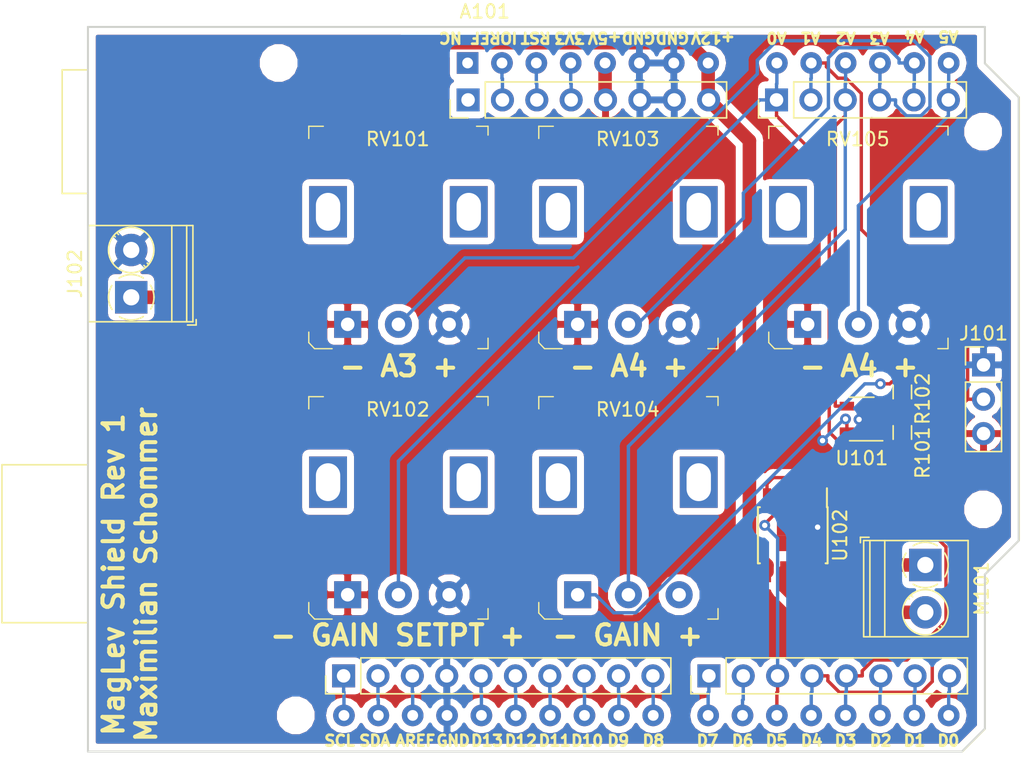
<source format=kicad_pcb>
(kicad_pcb (version 20171130) (host pcbnew "(5.0.0-rc2-dev-668-g07e7340a9)")

  (general
    (thickness 1.6)
    (drawings 47)
    (tracks 222)
    (zones 0)
    (modules 17)
    (nets 34)
  )

  (page A4)
  (layers
    (0 F.Cu signal)
    (31 B.Cu signal hide)
    (32 B.Adhes user)
    (33 F.Adhes user)
    (34 B.Paste user)
    (35 F.Paste user)
    (36 B.SilkS user)
    (37 F.SilkS user)
    (38 B.Mask user)
    (39 F.Mask user)
    (40 Dwgs.User user hide)
    (41 Cmts.User user hide)
    (42 Eco1.User user hide)
    (43 Eco2.User user hide)
    (44 Edge.Cuts user)
    (45 Margin user hide)
    (46 B.CrtYd user hide)
    (47 F.CrtYd user hide)
    (48 B.Fab user hide)
    (49 F.Fab user hide)
  )

  (setup
    (last_trace_width 0.25)
    (user_trace_width 0.6)
    (user_trace_width 1)
    (user_trace_width 1.4)
    (trace_clearance 0.2)
    (zone_clearance 0.508)
    (zone_45_only no)
    (trace_min 0.2)
    (segment_width 0.2)
    (edge_width 0.15)
    (via_size 0.8)
    (via_drill 0.4)
    (via_min_size 0.4)
    (via_min_drill 0.3)
    (uvia_size 0.3)
    (uvia_drill 0.1)
    (uvias_allowed no)
    (uvia_min_size 0.2)
    (uvia_min_drill 0.1)
    (pcb_text_width 0.3)
    (pcb_text_size 1.5 1.5)
    (mod_edge_width 0.15)
    (mod_text_size 1 1)
    (mod_text_width 0.15)
    (pad_size 1.524 1.524)
    (pad_drill 0.762)
    (pad_to_mask_clearance 0.2)
    (aux_axis_origin 0 0)
    (visible_elements 7FFFFFFF)
    (pcbplotparams
      (layerselection 0x010fc_ffffffff)
      (usegerberextensions false)
      (usegerberattributes false)
      (usegerberadvancedattributes false)
      (creategerberjobfile false)
      (excludeedgelayer true)
      (linewidth 0.100000)
      (plotframeref false)
      (viasonmask false)
      (mode 1)
      (useauxorigin false)
      (hpglpennumber 1)
      (hpglpenspeed 20)
      (hpglpendiameter 15)
      (psnegative false)
      (psa4output false)
      (plotreference true)
      (plotvalue true)
      (plotinvisibletext false)
      (padsonsilk false)
      (subtractmaskfromsilk false)
      (outputformat 1)
      (mirror false)
      (drillshape 0)
      (scaleselection 1)
      (outputdirectory Build/))
  )

  (net 0 "")
  (net 1 /POT_3)
  (net 2 GND)
  (net 3 /POT_2)
  (net 4 /POT_1)
  (net 5 /A2)
  (net 6 /A1)
  (net 7 /A0)
  (net 8 +12V)
  (net 9 +5V)
  (net 10 /IN2)
  (net 11 /IN1)
  (net 12 "Net-(M101-Pad1)")
  (net 13 "Net-(M101-Pad2)")
  (net 14 "Net-(R101-Pad1)")
  (net 15 "Net-(R102-Pad1)")
  (net 16 /P_16)
  (net 17 /P_15)
  (net 18 /P_30)
  (net 19 /P_28)
  (net 20 /P_27)
  (net 21 /P_26)
  (net 22 /P_25)
  (net 23 /P_24)
  (net 24 /P_23)
  (net 25 /P_22)
  (net 26 /P_21)
  (net 27 /P_4)
  (net 28 /P_19)
  (net 29 /P_3)
  (net 30 /P_2)
  (net 31 /P_17)
  (net 32 /P_31)
  (net 33 /P_32)

  (net_class Default "This is the default net class."
    (clearance 0.2)
    (trace_width 0.25)
    (via_dia 0.8)
    (via_drill 0.4)
    (uvia_dia 0.3)
    (uvia_drill 0.1)
    (add_net +12V)
    (add_net +5V)
    (add_net /A0)
    (add_net /A1)
    (add_net /A2)
    (add_net /IN1)
    (add_net /IN2)
    (add_net /POT_1)
    (add_net /POT_2)
    (add_net /POT_3)
    (add_net /P_15)
    (add_net /P_16)
    (add_net /P_17)
    (add_net /P_19)
    (add_net /P_2)
    (add_net /P_21)
    (add_net /P_22)
    (add_net /P_23)
    (add_net /P_24)
    (add_net /P_25)
    (add_net /P_26)
    (add_net /P_27)
    (add_net /P_28)
    (add_net /P_3)
    (add_net /P_30)
    (add_net /P_31)
    (add_net /P_32)
    (add_net /P_4)
    (add_net GND)
    (add_net "Net-(M101-Pad1)")
    (add_net "Net-(M101-Pad2)")
    (add_net "Net-(R101-Pad1)")
    (add_net "Net-(R102-Pad1)")
  )

  (module Modules:Arduino_UNO_R3_WithMountingHoles (layer F.Cu) (tedit 58AB6127) (tstamp 5C9BAABB)
    (at 129.065 67.6675)
    (descr "Arduino UNO R3, http://www.mouser.com/pdfdocs/Gravitech_Arduino_Nano3_0.pdf")
    (tags "Arduino UNO R3")
    (path /5C9AFA0D)
    (fp_text reference A101 (at 1.27 -3.81 180) (layer F.SilkS)
      (effects (font (size 1 1) (thickness 0.15)))
    )
    (fp_text value Arduino_UNO_R3 (at -26.365 44.0325 90) (layer F.Fab)
      (effects (font (size 1 1) (thickness 0.15)))
    )
    (fp_line (start -27.94 -2.54) (end 38.1 -2.54) (layer F.Fab) (width 0.1))
    (fp_line (start -27.94 50.8) (end -27.94 -2.54) (layer F.Fab) (width 0.1))
    (fp_line (start 36.58 50.8) (end -27.94 50.8) (layer F.Fab) (width 0.1))
    (fp_line (start 38.1 49.28) (end 36.58 50.8) (layer F.Fab) (width 0.1))
    (fp_line (start 38.1 0) (end 40.64 2.54) (layer F.Fab) (width 0.1))
    (fp_line (start 38.1 -2.54) (end 38.1 0) (layer F.Fab) (width 0.1))
    (fp_line (start 40.64 35.31) (end 38.1 37.85) (layer F.Fab) (width 0.1))
    (fp_line (start 40.64 2.54) (end 40.64 35.31) (layer F.Fab) (width 0.1))
    (fp_line (start 38.1 37.85) (end 38.1 49.28) (layer F.Fab) (width 0.1))
    (fp_line (start -29.84 9.53) (end -29.84 0.64) (layer F.Fab) (width 0.1))
    (fp_line (start -16.51 9.53) (end -29.84 9.53) (layer F.Fab) (width 0.1))
    (fp_line (start -16.51 0.64) (end -16.51 9.53) (layer F.Fab) (width 0.1))
    (fp_line (start -29.84 0.64) (end -16.51 0.64) (layer F.Fab) (width 0.1))
    (fp_line (start -34.29 41.27) (end -34.29 29.84) (layer F.Fab) (width 0.1))
    (fp_line (start -18.41 41.27) (end -34.29 41.27) (layer F.Fab) (width 0.1))
    (fp_line (start -18.41 29.84) (end -18.41 41.27) (layer F.Fab) (width 0.1))
    (fp_line (start -34.29 29.84) (end -18.41 29.84) (layer F.Fab) (width 0.1))
    (fp_line (start 38.23 37.85) (end 40.77 35.31) (layer F.SilkS) (width 0.12))
    (fp_line (start 38.23 49.28) (end 38.23 37.85) (layer F.SilkS) (width 0.12))
    (fp_line (start 36.58 50.93) (end 38.23 49.28) (layer F.SilkS) (width 0.12))
    (fp_line (start -28.07 50.93) (end 36.58 50.93) (layer F.SilkS) (width 0.12))
    (fp_line (start -28.07 41.4) (end -28.07 50.93) (layer F.SilkS) (width 0.12))
    (fp_line (start -34.42 41.4) (end -28.07 41.4) (layer F.SilkS) (width 0.12))
    (fp_line (start -34.42 29.72) (end -34.42 41.4) (layer F.SilkS) (width 0.12))
    (fp_line (start -28.07 29.72) (end -34.42 29.72) (layer F.SilkS) (width 0.12))
    (fp_line (start -28.07 9.65) (end -28.07 29.72) (layer F.SilkS) (width 0.12))
    (fp_line (start -29.97 9.65) (end -28.07 9.65) (layer F.SilkS) (width 0.12))
    (fp_line (start -29.97 0.51) (end -29.97 9.65) (layer F.SilkS) (width 0.12))
    (fp_line (start -28.07 0.51) (end -29.97 0.51) (layer F.SilkS) (width 0.12))
    (fp_line (start -28.07 -2.67) (end -28.07 0.51) (layer F.SilkS) (width 0.12))
    (fp_line (start 38.23 -2.67) (end -28.07 -2.67) (layer F.SilkS) (width 0.12))
    (fp_line (start 38.23 0) (end 38.23 -2.67) (layer F.SilkS) (width 0.12))
    (fp_line (start 40.77 2.54) (end 38.23 0) (layer F.SilkS) (width 0.12))
    (fp_line (start 40.77 35.31) (end 40.77 2.54) (layer F.SilkS) (width 0.12))
    (fp_line (start -28.19 -2.79) (end 38.35 -2.79) (layer F.CrtYd) (width 0.05))
    (fp_line (start -28.19 0.38) (end -28.19 -2.79) (layer F.CrtYd) (width 0.05))
    (fp_line (start -30.1 0.38) (end -28.19 0.38) (layer F.CrtYd) (width 0.05))
    (fp_line (start -30.1 9.78) (end -30.1 0.38) (layer F.CrtYd) (width 0.05))
    (fp_line (start -28.19 9.78) (end -30.1 9.78) (layer F.CrtYd) (width 0.05))
    (fp_line (start -28.19 29.59) (end -28.19 9.78) (layer F.CrtYd) (width 0.05))
    (fp_line (start -34.54 29.59) (end -28.19 29.59) (layer F.CrtYd) (width 0.05))
    (fp_line (start -34.54 41.53) (end -34.54 29.59) (layer F.CrtYd) (width 0.05))
    (fp_line (start -28.19 41.53) (end -34.54 41.53) (layer F.CrtYd) (width 0.05))
    (fp_line (start -28.19 51.05) (end -28.19 41.53) (layer F.CrtYd) (width 0.05))
    (fp_line (start 36.58 51.05) (end -28.19 51.05) (layer F.CrtYd) (width 0.05))
    (fp_line (start 38.35 49.28) (end 36.58 51.05) (layer F.CrtYd) (width 0.05))
    (fp_line (start 38.35 37.85) (end 38.35 49.28) (layer F.CrtYd) (width 0.05))
    (fp_line (start 40.89 35.31) (end 38.35 37.85) (layer F.CrtYd) (width 0.05))
    (fp_line (start 40.89 2.54) (end 40.89 35.31) (layer F.CrtYd) (width 0.05))
    (fp_line (start 38.35 0) (end 40.89 2.54) (layer F.CrtYd) (width 0.05))
    (fp_line (start 38.35 -2.79) (end 38.35 0) (layer F.CrtYd) (width 0.05))
    (fp_text user %R (at 0 20.32 180) (layer F.Fab)
      (effects (font (size 1 1) (thickness 0.15)))
    )
    (pad "" np_thru_hole circle (at 38.1 5.08 90) (size 1.78 1.78) (drill 1.78) (layers *.Cu *.Mask))
    (pad "" np_thru_hole circle (at 38.1 33.02 90) (size 1.78 1.78) (drill 1.78) (layers *.Cu *.Mask))
    (pad "" np_thru_hole circle (at -12.7 48.26 90) (size 1.78 1.78) (drill 1.78) (layers *.Cu *.Mask))
    (pad "" np_thru_hole circle (at -13.97 0 90) (size 1.78 1.78) (drill 1.78) (layers *.Cu *.Mask))
    (pad 16 thru_hole oval (at 33.02 48.26 90) (size 1.6 1.6) (drill 0.8) (layers *.Cu *.Mask)
      (net 16 /P_16))
    (pad 15 thru_hole oval (at 35.56 48.26 90) (size 1.6 1.6) (drill 0.8) (layers *.Cu *.Mask)
      (net 17 /P_15))
    (pad 30 thru_hole oval (at -4.06 48.26 90) (size 1.6 1.6) (drill 0.8) (layers *.Cu *.Mask)
      (net 18 /P_30))
    (pad 14 thru_hole oval (at 35.56 0 90) (size 1.6 1.6) (drill 0.8) (layers *.Cu *.Mask)
      (net 1 /POT_3))
    (pad 29 thru_hole oval (at -1.52 48.26 90) (size 1.6 1.6) (drill 0.8) (layers *.Cu *.Mask)
      (net 2 GND))
    (pad 13 thru_hole oval (at 33.02 0 90) (size 1.6 1.6) (drill 0.8) (layers *.Cu *.Mask)
      (net 3 /POT_2))
    (pad 28 thru_hole oval (at 1.02 48.26 90) (size 1.6 1.6) (drill 0.8) (layers *.Cu *.Mask)
      (net 19 /P_28))
    (pad 12 thru_hole oval (at 30.48 0 90) (size 1.6 1.6) (drill 0.8) (layers *.Cu *.Mask)
      (net 4 /POT_1))
    (pad 27 thru_hole oval (at 3.56 48.26 90) (size 1.6 1.6) (drill 0.8) (layers *.Cu *.Mask)
      (net 20 /P_27))
    (pad 11 thru_hole oval (at 27.94 0 90) (size 1.6 1.6) (drill 0.8) (layers *.Cu *.Mask)
      (net 5 /A2))
    (pad 26 thru_hole oval (at 6.1 48.26 90) (size 1.6 1.6) (drill 0.8) (layers *.Cu *.Mask)
      (net 21 /P_26))
    (pad 10 thru_hole oval (at 25.4 0 90) (size 1.6 1.6) (drill 0.8) (layers *.Cu *.Mask)
      (net 6 /A1))
    (pad 25 thru_hole oval (at 8.64 48.26 90) (size 1.6 1.6) (drill 0.8) (layers *.Cu *.Mask)
      (net 22 /P_25))
    (pad 9 thru_hole oval (at 22.86 0 90) (size 1.6 1.6) (drill 0.8) (layers *.Cu *.Mask)
      (net 7 /A0))
    (pad 24 thru_hole oval (at 11.18 48.26 90) (size 1.6 1.6) (drill 0.8) (layers *.Cu *.Mask)
      (net 23 /P_24))
    (pad 8 thru_hole oval (at 17.78 0 90) (size 1.6 1.6) (drill 0.8) (layers *.Cu *.Mask)
      (net 8 +12V))
    (pad 23 thru_hole oval (at 13.72 48.26 90) (size 1.6 1.6) (drill 0.8) (layers *.Cu *.Mask)
      (net 24 /P_23))
    (pad 7 thru_hole oval (at 15.24 0 90) (size 1.6 1.6) (drill 0.8) (layers *.Cu *.Mask)
      (net 2 GND))
    (pad 22 thru_hole oval (at 17.78 48.26 90) (size 1.6 1.6) (drill 0.8) (layers *.Cu *.Mask)
      (net 25 /P_22))
    (pad 6 thru_hole oval (at 12.7 0 90) (size 1.6 1.6) (drill 0.8) (layers *.Cu *.Mask)
      (net 2 GND))
    (pad 21 thru_hole oval (at 20.32 48.26 90) (size 1.6 1.6) (drill 0.8) (layers *.Cu *.Mask)
      (net 26 /P_21))
    (pad 5 thru_hole oval (at 10.16 0 90) (size 1.6 1.6) (drill 0.8) (layers *.Cu *.Mask)
      (net 9 +5V))
    (pad 20 thru_hole oval (at 22.86 48.26 90) (size 1.6 1.6) (drill 0.8) (layers *.Cu *.Mask)
      (net 10 /IN2))
    (pad 4 thru_hole oval (at 7.62 0 90) (size 1.6 1.6) (drill 0.8) (layers *.Cu *.Mask)
      (net 27 /P_4))
    (pad 19 thru_hole oval (at 25.4 48.26 90) (size 1.6 1.6) (drill 0.8) (layers *.Cu *.Mask)
      (net 28 /P_19))
    (pad 3 thru_hole oval (at 5.08 0 90) (size 1.6 1.6) (drill 0.8) (layers *.Cu *.Mask)
      (net 29 /P_3))
    (pad 18 thru_hole oval (at 27.94 48.26 90) (size 1.6 1.6) (drill 0.8) (layers *.Cu *.Mask)
      (net 11 /IN1))
    (pad 2 thru_hole oval (at 2.54 0 90) (size 1.6 1.6) (drill 0.8) (layers *.Cu *.Mask)
      (net 30 /P_2))
    (pad 17 thru_hole oval (at 30.48 48.26 90) (size 1.6 1.6) (drill 0.8) (layers *.Cu *.Mask)
      (net 31 /P_17))
    (pad 1 thru_hole rect (at 0 0 90) (size 1.6 1.6) (drill 0.8) (layers *.Cu *.Mask))
    (pad 31 thru_hole oval (at -6.6 48.26 90) (size 1.6 1.6) (drill 0.8) (layers *.Cu *.Mask)
      (net 32 /P_31))
    (pad 32 thru_hole oval (at -9.14 48.26 90) (size 1.6 1.6) (drill 0.8) (layers *.Cu *.Mask)
      (net 33 /P_32))
  )

  (module Pin_Headers:Pin_Header_Straight_1x03_Pitch2.54mm (layer F.Cu) (tedit 59650532) (tstamp 5C9BABD8)
    (at 167.2 90)
    (descr "Through hole straight pin header, 1x03, 2.54mm pitch, single row")
    (tags "Through hole pin header THT 1x03 2.54mm single row")
    (path /5C9B0C72)
    (fp_text reference J101 (at 0 -2.33) (layer F.SilkS)
      (effects (font (size 1 1) (thickness 0.15)))
    )
    (fp_text value Conn_01x03 (at 0 7.41) (layer F.Fab)
      (effects (font (size 1 1) (thickness 0.15)))
    )
    (fp_line (start -0.635 -1.27) (end 1.27 -1.27) (layer F.Fab) (width 0.1))
    (fp_line (start 1.27 -1.27) (end 1.27 6.35) (layer F.Fab) (width 0.1))
    (fp_line (start 1.27 6.35) (end -1.27 6.35) (layer F.Fab) (width 0.1))
    (fp_line (start -1.27 6.35) (end -1.27 -0.635) (layer F.Fab) (width 0.1))
    (fp_line (start -1.27 -0.635) (end -0.635 -1.27) (layer F.Fab) (width 0.1))
    (fp_line (start -1.33 6.41) (end 1.33 6.41) (layer F.SilkS) (width 0.12))
    (fp_line (start -1.33 1.27) (end -1.33 6.41) (layer F.SilkS) (width 0.12))
    (fp_line (start 1.33 1.27) (end 1.33 6.41) (layer F.SilkS) (width 0.12))
    (fp_line (start -1.33 1.27) (end 1.33 1.27) (layer F.SilkS) (width 0.12))
    (fp_line (start -1.33 0) (end -1.33 -1.33) (layer F.SilkS) (width 0.12))
    (fp_line (start -1.33 -1.33) (end 0 -1.33) (layer F.SilkS) (width 0.12))
    (fp_line (start -1.8 -1.8) (end -1.8 6.85) (layer F.CrtYd) (width 0.05))
    (fp_line (start -1.8 6.85) (end 1.8 6.85) (layer F.CrtYd) (width 0.05))
    (fp_line (start 1.8 6.85) (end 1.8 -1.8) (layer F.CrtYd) (width 0.05))
    (fp_line (start 1.8 -1.8) (end -1.8 -1.8) (layer F.CrtYd) (width 0.05))
    (fp_text user %R (at 0 2.54 90) (layer F.Fab)
      (effects (font (size 1 1) (thickness 0.15)))
    )
    (pad 1 thru_hole rect (at 0 0) (size 1.7 1.7) (drill 1) (layers *.Cu *.Mask)
      (net 2 GND))
    (pad 2 thru_hole oval (at 0 2.54) (size 1.7 1.7) (drill 1) (layers *.Cu *.Mask)
      (net 6 /A1))
    (pad 3 thru_hole oval (at 0 5.08) (size 1.7 1.7) (drill 1) (layers *.Cu *.Mask)
      (net 9 +5V))
    (model ${KISYS3DMOD}/Pin_Headers.3dshapes/Pin_Header_Straight_1x03_Pitch2.54mm.wrl
      (at (xyz 0 0 0))
      (scale (xyz 1 1 1))
      (rotate (xyz 0 0 0))
    )
  )

  (module Custom:TerminalBlock_Phoenix_PT-1,5-2-3.5-H_1x02_P3.50mm_Horizontal (layer F.Cu) (tedit 5B294F3F) (tstamp 5C9BAC5D)
    (at 104.2 85 90)
    (descr "Terminal Block Phoenix PT-1,5-2-3.5-H, 2 pins, pitch 3.5mm, size 7x7.6mm^2, drill diamater 1.2mm, pad diameter 2.4mm, see , script-generated using https://github.com/pointhi/kicad-footprint-generator/scripts/TerminalBlock_Phoenix")
    (tags "THT Terminal Block Phoenix PT-1,5-2-3.5-H pitch 3.5mm size 7x7.6mm^2 drill 1.2mm pad 2.4mm")
    (path /5C9B357A)
    (fp_text reference J102 (at 1.75 -4.16 90) (layer F.SilkS)
      (effects (font (size 1 1) (thickness 0.15)))
    )
    (fp_text value Screw_Terminal_01x02 (at 1.75 5.56 90) (layer F.Fab)
      (effects (font (size 1 1) (thickness 0.15)))
    )
    (fp_arc (start 0 0) (end 0 1.68) (angle -32) (layer F.SilkS) (width 0.12))
    (fp_arc (start 0 0) (end 1.425 0.891) (angle -64) (layer F.SilkS) (width 0.12))
    (fp_arc (start 0 0) (end 0.866 -1.44) (angle -63) (layer F.SilkS) (width 0.12))
    (fp_arc (start 0 0) (end -1.44 -0.866) (angle -63) (layer F.SilkS) (width 0.12))
    (fp_arc (start 0 0) (end -0.866 1.44) (angle -32) (layer F.SilkS) (width 0.12))
    (fp_circle (center 0 0) (end 1.5 0) (layer F.Fab) (width 0.1))
    (fp_circle (center 3.5 0) (end 5 0) (layer F.Fab) (width 0.1))
    (fp_circle (center 3.5 0) (end 5.18 0) (layer F.SilkS) (width 0.12))
    (fp_line (start -1.75 -3.1) (end 5.25 -3.1) (layer F.Fab) (width 0.1))
    (fp_line (start 5.25 -3.1) (end 5.25 4.5) (layer F.Fab) (width 0.1))
    (fp_line (start 5.25 4.5) (end -1.35 4.5) (layer F.Fab) (width 0.1))
    (fp_line (start -1.35 4.5) (end -1.75 4.1) (layer F.Fab) (width 0.1))
    (fp_line (start -1.75 4.1) (end -1.75 -3.1) (layer F.Fab) (width 0.1))
    (fp_line (start -1.75 4.1) (end 5.25 4.1) (layer F.Fab) (width 0.1))
    (fp_line (start -1.81 4.1) (end 5.31 4.1) (layer F.SilkS) (width 0.12))
    (fp_line (start -1.75 3) (end 5.25 3) (layer F.Fab) (width 0.1))
    (fp_line (start -1.81 3) (end 5.31 3) (layer F.SilkS) (width 0.12))
    (fp_line (start -1.81 -3.16) (end 5.31 -3.16) (layer F.SilkS) (width 0.12))
    (fp_line (start -1.81 4.56) (end 5.31 4.56) (layer F.SilkS) (width 0.12))
    (fp_line (start -1.81 -3.16) (end -1.81 4.56) (layer F.SilkS) (width 0.12))
    (fp_line (start 5.31 -3.16) (end 5.31 4.56) (layer F.SilkS) (width 0.12))
    (fp_line (start 1.138 -0.955) (end -0.955 1.138) (layer F.Fab) (width 0.1))
    (fp_line (start 0.955 -1.138) (end -1.138 0.955) (layer F.Fab) (width 0.1))
    (fp_line (start 4.638 -0.955) (end 2.546 1.138) (layer F.Fab) (width 0.1))
    (fp_line (start 4.455 -1.138) (end 2.363 0.955) (layer F.Fab) (width 0.1))
    (fp_line (start 4.775 -1.069) (end 4.646 -0.941) (layer F.SilkS) (width 0.12))
    (fp_line (start 2.525 1.181) (end 2.431 1.274) (layer F.SilkS) (width 0.12))
    (fp_line (start 4.57 -1.275) (end 4.476 -1.181) (layer F.SilkS) (width 0.12))
    (fp_line (start 2.355 0.941) (end 2.226 1.069) (layer F.SilkS) (width 0.12))
    (fp_line (start -2.05 4.16) (end -2.05 4.8) (layer F.SilkS) (width 0.12))
    (fp_line (start -2.05 4.8) (end -1.65 4.8) (layer F.SilkS) (width 0.12))
    (fp_line (start -2.25 -3.6) (end -2.25 5) (layer F.CrtYd) (width 0.05))
    (fp_line (start -2.25 5) (end 5.75 5) (layer F.CrtYd) (width 0.05))
    (fp_line (start 5.75 5) (end 5.75 -3.6) (layer F.CrtYd) (width 0.05))
    (fp_line (start 5.75 -3.6) (end -2.25 -3.6) (layer F.CrtYd) (width 0.05))
    (fp_text user %R (at 1.75 2.4 90) (layer F.Fab)
      (effects (font (size 1 1) (thickness 0.15)))
    )
    (pad 1 thru_hole rect (at 0 0 90) (size 2.4 2.4) (drill 1.2) (layers *.Cu *.Mask)
      (net 8 +12V))
    (pad 2 thru_hole circle (at 3.5 0 90) (size 2.4 2.4) (drill 1.2) (layers *.Cu *.Mask)
      (net 2 GND))
    (model ${KISYS3DMOD}/TerminalBlock_Phoenix.3dshapes/TerminalBlock_Phoenix_PT-1,5-2-3.5-H_1x02_P3.50mm_Horizontal.wrl
      (at (xyz 0 0 0))
      (scale (xyz 1 1 1))
      (rotate (xyz 0 0 0))
    )
  )

  (module Custom:TerminalBlock_Phoenix_PT-1,5-2-3.5-H_1x02_P3.50mm_Horizontal (layer F.Cu) (tedit 5B294F3F) (tstamp 5C9BAD08)
    (at 162.9 104.8 270)
    (descr "Terminal Block Phoenix PT-1,5-2-3.5-H, 2 pins, pitch 3.5mm, size 7x7.6mm^2, drill diamater 1.2mm, pad diameter 2.4mm, see , script-generated using https://github.com/pointhi/kicad-footprint-generator/scripts/TerminalBlock_Phoenix")
    (tags "THT Terminal Block Phoenix PT-1,5-2-3.5-H pitch 3.5mm size 7x7.6mm^2 drill 1.2mm pad 2.4mm")
    (path /5C9B2D79)
    (fp_text reference M101 (at 1.75 -4.16 270) (layer F.SilkS)
      (effects (font (size 1 1) (thickness 0.15)))
    )
    (fp_text value Motor_DC (at 1.75 5.56 270) (layer F.Fab)
      (effects (font (size 1 1) (thickness 0.15)))
    )
    (fp_text user %R (at 1.75 2.4 270) (layer F.Fab)
      (effects (font (size 1 1) (thickness 0.15)))
    )
    (fp_line (start 5.75 -3.6) (end -2.25 -3.6) (layer F.CrtYd) (width 0.05))
    (fp_line (start 5.75 5) (end 5.75 -3.6) (layer F.CrtYd) (width 0.05))
    (fp_line (start -2.25 5) (end 5.75 5) (layer F.CrtYd) (width 0.05))
    (fp_line (start -2.25 -3.6) (end -2.25 5) (layer F.CrtYd) (width 0.05))
    (fp_line (start -2.05 4.8) (end -1.65 4.8) (layer F.SilkS) (width 0.12))
    (fp_line (start -2.05 4.16) (end -2.05 4.8) (layer F.SilkS) (width 0.12))
    (fp_line (start 2.355 0.941) (end 2.226 1.069) (layer F.SilkS) (width 0.12))
    (fp_line (start 4.57 -1.275) (end 4.476 -1.181) (layer F.SilkS) (width 0.12))
    (fp_line (start 2.525 1.181) (end 2.431 1.274) (layer F.SilkS) (width 0.12))
    (fp_line (start 4.775 -1.069) (end 4.646 -0.941) (layer F.SilkS) (width 0.12))
    (fp_line (start 4.455 -1.138) (end 2.363 0.955) (layer F.Fab) (width 0.1))
    (fp_line (start 4.638 -0.955) (end 2.546 1.138) (layer F.Fab) (width 0.1))
    (fp_line (start 0.955 -1.138) (end -1.138 0.955) (layer F.Fab) (width 0.1))
    (fp_line (start 1.138 -0.955) (end -0.955 1.138) (layer F.Fab) (width 0.1))
    (fp_line (start 5.31 -3.16) (end 5.31 4.56) (layer F.SilkS) (width 0.12))
    (fp_line (start -1.81 -3.16) (end -1.81 4.56) (layer F.SilkS) (width 0.12))
    (fp_line (start -1.81 4.56) (end 5.31 4.56) (layer F.SilkS) (width 0.12))
    (fp_line (start -1.81 -3.16) (end 5.31 -3.16) (layer F.SilkS) (width 0.12))
    (fp_line (start -1.81 3) (end 5.31 3) (layer F.SilkS) (width 0.12))
    (fp_line (start -1.75 3) (end 5.25 3) (layer F.Fab) (width 0.1))
    (fp_line (start -1.81 4.1) (end 5.31 4.1) (layer F.SilkS) (width 0.12))
    (fp_line (start -1.75 4.1) (end 5.25 4.1) (layer F.Fab) (width 0.1))
    (fp_line (start -1.75 4.1) (end -1.75 -3.1) (layer F.Fab) (width 0.1))
    (fp_line (start -1.35 4.5) (end -1.75 4.1) (layer F.Fab) (width 0.1))
    (fp_line (start 5.25 4.5) (end -1.35 4.5) (layer F.Fab) (width 0.1))
    (fp_line (start 5.25 -3.1) (end 5.25 4.5) (layer F.Fab) (width 0.1))
    (fp_line (start -1.75 -3.1) (end 5.25 -3.1) (layer F.Fab) (width 0.1))
    (fp_circle (center 3.5 0) (end 5.18 0) (layer F.SilkS) (width 0.12))
    (fp_circle (center 3.5 0) (end 5 0) (layer F.Fab) (width 0.1))
    (fp_circle (center 0 0) (end 1.5 0) (layer F.Fab) (width 0.1))
    (fp_arc (start 0 0) (end -0.866 1.44) (angle -32) (layer F.SilkS) (width 0.12))
    (fp_arc (start 0 0) (end -1.44 -0.866) (angle -63) (layer F.SilkS) (width 0.12))
    (fp_arc (start 0 0) (end 0.866 -1.44) (angle -63) (layer F.SilkS) (width 0.12))
    (fp_arc (start 0 0) (end 1.425 0.891) (angle -64) (layer F.SilkS) (width 0.12))
    (fp_arc (start 0 0) (end 0 1.68) (angle -32) (layer F.SilkS) (width 0.12))
    (pad 2 thru_hole circle (at 3.5 0 270) (size 2.4 2.4) (drill 1.2) (layers *.Cu *.Mask)
      (net 13 "Net-(M101-Pad2)"))
    (pad 1 thru_hole rect (at 0 0 270) (size 2.4 2.4) (drill 1.2) (layers *.Cu *.Mask)
      (net 12 "Net-(M101-Pad1)"))
    (model ${KISYS3DMOD}/TerminalBlock_Phoenix.3dshapes/TerminalBlock_Phoenix_PT-1,5-2-3.5-H_1x02_P3.50mm_Horizontal.wrl
      (at (xyz 0 0 0))
      (scale (xyz 1 1 1))
      (rotate (xyz 0 0 0))
    )
  )

  (module Resistors_SMD:R_0603 (layer F.Cu) (tedit 58E0A804) (tstamp 5C9BAC14)
    (at 161.2 95 270)
    (descr "Resistor SMD 0603, reflow soldering, Vishay (see dcrcw.pdf)")
    (tags "resistor 0603")
    (path /5C9B0ADD)
    (attr smd)
    (fp_text reference R101 (at 1.5 -1.5 270) (layer F.SilkS)
      (effects (font (size 1 1) (thickness 0.15)))
    )
    (fp_text value 1k (at 0 1.5 270) (layer F.Fab)
      (effects (font (size 1 1) (thickness 0.15)))
    )
    (fp_text user %R (at 0 0 270) (layer F.Fab)
      (effects (font (size 0.4 0.4) (thickness 0.075)))
    )
    (fp_line (start -0.8 0.4) (end -0.8 -0.4) (layer F.Fab) (width 0.1))
    (fp_line (start 0.8 0.4) (end -0.8 0.4) (layer F.Fab) (width 0.1))
    (fp_line (start 0.8 -0.4) (end 0.8 0.4) (layer F.Fab) (width 0.1))
    (fp_line (start -0.8 -0.4) (end 0.8 -0.4) (layer F.Fab) (width 0.1))
    (fp_line (start 0.5 0.68) (end -0.5 0.68) (layer F.SilkS) (width 0.12))
    (fp_line (start -0.5 -0.68) (end 0.5 -0.68) (layer F.SilkS) (width 0.12))
    (fp_line (start -1.25 -0.7) (end 1.25 -0.7) (layer F.CrtYd) (width 0.05))
    (fp_line (start -1.25 -0.7) (end -1.25 0.7) (layer F.CrtYd) (width 0.05))
    (fp_line (start 1.25 0.7) (end 1.25 -0.7) (layer F.CrtYd) (width 0.05))
    (fp_line (start 1.25 0.7) (end -1.25 0.7) (layer F.CrtYd) (width 0.05))
    (pad 1 smd rect (at -0.75 0 270) (size 0.5 0.9) (layers F.Cu F.Paste F.Mask)
      (net 14 "Net-(R101-Pad1)"))
    (pad 2 smd rect (at 0.75 0 270) (size 0.5 0.9) (layers F.Cu F.Paste F.Mask)
      (net 6 /A1))
    (model ${KISYS3DMOD}/Resistors_SMD.3dshapes/R_0603.wrl
      (at (xyz 0 0 0))
      (scale (xyz 1 1 1))
      (rotate (xyz 0 0 0))
    )
  )

  (module Resistors_SMD:R_0603 (layer F.Cu) (tedit 58E0A804) (tstamp 5C9BACBF)
    (at 161.2 92 270)
    (descr "Resistor SMD 0603, reflow soldering, Vishay (see dcrcw.pdf)")
    (tags "resistor 0603")
    (path /5C9B1413)
    (attr smd)
    (fp_text reference R102 (at 0.5 -1.5 270) (layer F.SilkS)
      (effects (font (size 1 1) (thickness 0.15)))
    )
    (fp_text value 1k (at 0 1.5 270) (layer F.Fab)
      (effects (font (size 1 1) (thickness 0.15)))
    )
    (fp_line (start 1.25 0.7) (end -1.25 0.7) (layer F.CrtYd) (width 0.05))
    (fp_line (start 1.25 0.7) (end 1.25 -0.7) (layer F.CrtYd) (width 0.05))
    (fp_line (start -1.25 -0.7) (end -1.25 0.7) (layer F.CrtYd) (width 0.05))
    (fp_line (start -1.25 -0.7) (end 1.25 -0.7) (layer F.CrtYd) (width 0.05))
    (fp_line (start -0.5 -0.68) (end 0.5 -0.68) (layer F.SilkS) (width 0.12))
    (fp_line (start 0.5 0.68) (end -0.5 0.68) (layer F.SilkS) (width 0.12))
    (fp_line (start -0.8 -0.4) (end 0.8 -0.4) (layer F.Fab) (width 0.1))
    (fp_line (start 0.8 -0.4) (end 0.8 0.4) (layer F.Fab) (width 0.1))
    (fp_line (start 0.8 0.4) (end -0.8 0.4) (layer F.Fab) (width 0.1))
    (fp_line (start -0.8 0.4) (end -0.8 -0.4) (layer F.Fab) (width 0.1))
    (fp_text user %R (at 0 0 270) (layer F.Fab)
      (effects (font (size 0.4 0.4) (thickness 0.075)))
    )
    (pad 2 smd rect (at 0.75 0 270) (size 0.5 0.9) (layers F.Cu F.Paste F.Mask)
      (net 14 "Net-(R101-Pad1)"))
    (pad 1 smd rect (at -0.75 0 270) (size 0.5 0.9) (layers F.Cu F.Paste F.Mask)
      (net 15 "Net-(R102-Pad1)"))
    (model ${KISYS3DMOD}/Resistors_SMD.3dshapes/R_0603.wrl
      (at (xyz 0 0 0))
      (scale (xyz 1 1 1))
      (rotate (xyz 0 0 0))
    )
  )

  (module Custom:Potentiometer_P120PK-Y25BR10K (layer F.Cu) (tedit 59FCB251) (tstamp 5C9E7ED0)
    (at 120.2 87)
    (path /5C9B462D)
    (fp_text reference RV101 (at 3.7 -13.7) (layer F.SilkS)
      (effects (font (size 1 1) (thickness 0.15)))
    )
    (fp_text value 10k (at -0.2 -2.8) (layer F.Fab)
      (effects (font (size 1 1) (thickness 0.15)))
    )
    (fp_line (start -2.75 -14.525) (end 10.25 -14.525) (layer F.Fab) (width 0.1))
    (fp_line (start 10.25 -14.525) (end 10.25 1.675) (layer F.Fab) (width 0.1))
    (fp_line (start -2.75 1.275) (end -2.375 1.675) (layer F.Fab) (width 0.1))
    (fp_line (start -2.375 1.675) (end 10.25 1.675) (layer F.Fab) (width 0.1))
    (fp_line (start -2.75 1.275) (end -2.75 -14.525) (layer F.Fab) (width 0.1))
    (fp_line (start 10.375 -14.65) (end 10.375 -14) (layer F.SilkS) (width 0.1))
    (fp_line (start 9.525 -14.65) (end 10.375 -14.65) (layer F.SilkS) (width 0.1))
    (fp_line (start 10.375 1.8) (end 9.625 1.8) (layer F.SilkS) (width 0.1))
    (fp_line (start 10.375 1.025) (end 10.375 1.8) (layer F.SilkS) (width 0.1))
    (fp_line (start -2.875 -14.65) (end -2.875 -13.75) (layer F.SilkS) (width 0.1))
    (fp_line (start -1.8 -14.65) (end -2.875 -14.65) (layer F.SilkS) (width 0.1))
    (fp_line (start -2.45 1.8) (end -1.15 1.8) (layer F.SilkS) (width 0.1))
    (fp_line (start -2.875 1.35) (end -2.45 1.8) (layer F.SilkS) (width 0.1))
    (fp_line (start -2.875 0.575) (end -2.875 1.35) (layer F.SilkS) (width 0.1))
    (fp_text user %R (at 4.05 -6.65) (layer F.Fab)
      (effects (font (size 1 1) (thickness 0.15)))
    )
    (fp_line (start -3.1 -14.825) (end 10.6 -14.825) (layer F.CrtYd) (width 0.05))
    (fp_line (start 10.6 -14.825) (end 10.6 1.975) (layer F.CrtYd) (width 0.05))
    (fp_line (start 10.6 1.975) (end -3.1 1.975) (layer F.CrtYd) (width 0.05))
    (fp_line (start -3.1 1.975) (end -3.1 -14.825) (layer F.CrtYd) (width 0.05))
    (pad 4 thru_hole rect (at 8.95 -8.325) (size 2.8 3.8) (drill oval 1.8 2.8) (layers *.Cu *.Mask))
    (pad 4 thru_hole rect (at -1.45 -8.325) (size 2.8 3.8) (drill oval 1.8 2.8) (layers *.Cu *.Mask))
    (pad 3 thru_hole circle (at 7.5 0) (size 2 2) (drill 1) (layers *.Cu *.Mask)
      (net 2 GND))
    (pad 2 thru_hole circle (at 3.75 0) (size 2 2) (drill 1) (layers *.Cu *.Mask)
      (net 4 /POT_1))
    (pad 1 thru_hole rect (at 0 0) (size 2 2) (drill 1) (layers *.Cu *.Mask)
      (net 9 +5V))
  )

  (module Custom:Potentiometer_P120PK-Y25BR10K (layer F.Cu) (tedit 59FCB251) (tstamp 5C9BAA2A)
    (at 120.2 107)
    (path /5C9B08E2)
    (fp_text reference RV102 (at 3.7 -13.7) (layer F.SilkS)
      (effects (font (size 1 1) (thickness 0.15)))
    )
    (fp_text value 10k (at 0 -2.4) (layer F.Fab)
      (effects (font (size 1 1) (thickness 0.15)))
    )
    (fp_line (start -2.75 -14.525) (end 10.25 -14.525) (layer F.Fab) (width 0.1))
    (fp_line (start 10.25 -14.525) (end 10.25 1.675) (layer F.Fab) (width 0.1))
    (fp_line (start -2.75 1.275) (end -2.375 1.675) (layer F.Fab) (width 0.1))
    (fp_line (start -2.375 1.675) (end 10.25 1.675) (layer F.Fab) (width 0.1))
    (fp_line (start -2.75 1.275) (end -2.75 -14.525) (layer F.Fab) (width 0.1))
    (fp_line (start 10.375 -14.65) (end 10.375 -14) (layer F.SilkS) (width 0.1))
    (fp_line (start 9.525 -14.65) (end 10.375 -14.65) (layer F.SilkS) (width 0.1))
    (fp_line (start 10.375 1.8) (end 9.625 1.8) (layer F.SilkS) (width 0.1))
    (fp_line (start 10.375 1.025) (end 10.375 1.8) (layer F.SilkS) (width 0.1))
    (fp_line (start -2.875 -14.65) (end -2.875 -13.75) (layer F.SilkS) (width 0.1))
    (fp_line (start -1.8 -14.65) (end -2.875 -14.65) (layer F.SilkS) (width 0.1))
    (fp_line (start -2.45 1.8) (end -1.15 1.8) (layer F.SilkS) (width 0.1))
    (fp_line (start -2.875 1.35) (end -2.45 1.8) (layer F.SilkS) (width 0.1))
    (fp_line (start -2.875 0.575) (end -2.875 1.35) (layer F.SilkS) (width 0.1))
    (fp_text user %R (at 4.05 -6.65) (layer F.Fab)
      (effects (font (size 1 1) (thickness 0.15)))
    )
    (fp_line (start -3.1 -14.825) (end 10.6 -14.825) (layer F.CrtYd) (width 0.05))
    (fp_line (start 10.6 -14.825) (end 10.6 1.975) (layer F.CrtYd) (width 0.05))
    (fp_line (start 10.6 1.975) (end -3.1 1.975) (layer F.CrtYd) (width 0.05))
    (fp_line (start -3.1 1.975) (end -3.1 -14.825) (layer F.CrtYd) (width 0.05))
    (pad 4 thru_hole rect (at 8.95 -8.325) (size 2.8 3.8) (drill oval 1.8 2.8) (layers *.Cu *.Mask))
    (pad 4 thru_hole rect (at -1.45 -8.325) (size 2.8 3.8) (drill oval 1.8 2.8) (layers *.Cu *.Mask))
    (pad 3 thru_hole circle (at 7.5 0) (size 2 2) (drill 1) (layers *.Cu *.Mask)
      (net 2 GND))
    (pad 2 thru_hole circle (at 3.75 0) (size 2 2) (drill 1) (layers *.Cu *.Mask)
      (net 7 /A0))
    (pad 1 thru_hole rect (at 0 0) (size 2 2) (drill 1) (layers *.Cu *.Mask)
      (net 9 +5V))
  )

  (module Custom:Potentiometer_P120PK-Y25BR10K (layer F.Cu) (tedit 59FCB251) (tstamp 5C9E7F72)
    (at 137.2 87)
    (path /5C9B4CD0)
    (fp_text reference RV103 (at 3.7 -13.7) (layer F.SilkS)
      (effects (font (size 1 1) (thickness 0.15)))
    )
    (fp_text value 10k (at 0 -2.3) (layer F.Fab)
      (effects (font (size 1 1) (thickness 0.15)))
    )
    (fp_line (start -3.1 1.975) (end -3.1 -14.825) (layer F.CrtYd) (width 0.05))
    (fp_line (start 10.6 1.975) (end -3.1 1.975) (layer F.CrtYd) (width 0.05))
    (fp_line (start 10.6 -14.825) (end 10.6 1.975) (layer F.CrtYd) (width 0.05))
    (fp_line (start -3.1 -14.825) (end 10.6 -14.825) (layer F.CrtYd) (width 0.05))
    (fp_text user %R (at 4.05 -6.65) (layer F.Fab)
      (effects (font (size 1 1) (thickness 0.15)))
    )
    (fp_line (start -2.875 0.575) (end -2.875 1.35) (layer F.SilkS) (width 0.1))
    (fp_line (start -2.875 1.35) (end -2.45 1.8) (layer F.SilkS) (width 0.1))
    (fp_line (start -2.45 1.8) (end -1.15 1.8) (layer F.SilkS) (width 0.1))
    (fp_line (start -1.8 -14.65) (end -2.875 -14.65) (layer F.SilkS) (width 0.1))
    (fp_line (start -2.875 -14.65) (end -2.875 -13.75) (layer F.SilkS) (width 0.1))
    (fp_line (start 10.375 1.025) (end 10.375 1.8) (layer F.SilkS) (width 0.1))
    (fp_line (start 10.375 1.8) (end 9.625 1.8) (layer F.SilkS) (width 0.1))
    (fp_line (start 9.525 -14.65) (end 10.375 -14.65) (layer F.SilkS) (width 0.1))
    (fp_line (start 10.375 -14.65) (end 10.375 -14) (layer F.SilkS) (width 0.1))
    (fp_line (start -2.75 1.275) (end -2.75 -14.525) (layer F.Fab) (width 0.1))
    (fp_line (start -2.375 1.675) (end 10.25 1.675) (layer F.Fab) (width 0.1))
    (fp_line (start -2.75 1.275) (end -2.375 1.675) (layer F.Fab) (width 0.1))
    (fp_line (start 10.25 -14.525) (end 10.25 1.675) (layer F.Fab) (width 0.1))
    (fp_line (start -2.75 -14.525) (end 10.25 -14.525) (layer F.Fab) (width 0.1))
    (pad 1 thru_hole rect (at 0 0) (size 2 2) (drill 1) (layers *.Cu *.Mask)
      (net 9 +5V))
    (pad 2 thru_hole circle (at 3.75 0) (size 2 2) (drill 1) (layers *.Cu *.Mask)
      (net 3 /POT_2))
    (pad 3 thru_hole circle (at 7.5 0) (size 2 2) (drill 1) (layers *.Cu *.Mask)
      (net 2 GND))
    (pad 4 thru_hole rect (at -1.45 -8.325) (size 2.8 3.8) (drill oval 1.8 2.8) (layers *.Cu *.Mask))
    (pad 4 thru_hole rect (at 8.95 -8.325) (size 2.8 3.8) (drill oval 1.8 2.8) (layers *.Cu *.Mask))
  )

  (module Custom:Potentiometer_P120PK-Y25BR10K (layer F.Cu) (tedit 59FCB251) (tstamp 5C9BA988)
    (at 137.2 107)
    (path /5C9B1467)
    (fp_text reference RV104 (at 3.7 -13.7) (layer F.SilkS)
      (effects (font (size 1 1) (thickness 0.15)))
    )
    (fp_text value 10k (at 0 -2.6) (layer F.Fab)
      (effects (font (size 1 1) (thickness 0.15)))
    )
    (fp_line (start -3.1 1.975) (end -3.1 -14.825) (layer F.CrtYd) (width 0.05))
    (fp_line (start 10.6 1.975) (end -3.1 1.975) (layer F.CrtYd) (width 0.05))
    (fp_line (start 10.6 -14.825) (end 10.6 1.975) (layer F.CrtYd) (width 0.05))
    (fp_line (start -3.1 -14.825) (end 10.6 -14.825) (layer F.CrtYd) (width 0.05))
    (fp_text user %R (at 4.05 -6.65) (layer F.Fab)
      (effects (font (size 1 1) (thickness 0.15)))
    )
    (fp_line (start -2.875 0.575) (end -2.875 1.35) (layer F.SilkS) (width 0.1))
    (fp_line (start -2.875 1.35) (end -2.45 1.8) (layer F.SilkS) (width 0.1))
    (fp_line (start -2.45 1.8) (end -1.15 1.8) (layer F.SilkS) (width 0.1))
    (fp_line (start -1.8 -14.65) (end -2.875 -14.65) (layer F.SilkS) (width 0.1))
    (fp_line (start -2.875 -14.65) (end -2.875 -13.75) (layer F.SilkS) (width 0.1))
    (fp_line (start 10.375 1.025) (end 10.375 1.8) (layer F.SilkS) (width 0.1))
    (fp_line (start 10.375 1.8) (end 9.625 1.8) (layer F.SilkS) (width 0.1))
    (fp_line (start 9.525 -14.65) (end 10.375 -14.65) (layer F.SilkS) (width 0.1))
    (fp_line (start 10.375 -14.65) (end 10.375 -14) (layer F.SilkS) (width 0.1))
    (fp_line (start -2.75 1.275) (end -2.75 -14.525) (layer F.Fab) (width 0.1))
    (fp_line (start -2.375 1.675) (end 10.25 1.675) (layer F.Fab) (width 0.1))
    (fp_line (start -2.75 1.275) (end -2.375 1.675) (layer F.Fab) (width 0.1))
    (fp_line (start 10.25 -14.525) (end 10.25 1.675) (layer F.Fab) (width 0.1))
    (fp_line (start -2.75 -14.525) (end 10.25 -14.525) (layer F.Fab) (width 0.1))
    (pad 1 thru_hole rect (at 0 0) (size 2 2) (drill 1) (layers *.Cu *.Mask)
      (net 15 "Net-(R102-Pad1)"))
    (pad 2 thru_hole circle (at 3.75 0) (size 2 2) (drill 1) (layers *.Cu *.Mask)
      (net 5 /A2))
    (pad 3 thru_hole circle (at 7.5 0) (size 2 2) (drill 1) (layers *.Cu *.Mask))
    (pad 4 thru_hole rect (at -1.45 -8.325) (size 2.8 3.8) (drill oval 1.8 2.8) (layers *.Cu *.Mask))
    (pad 4 thru_hole rect (at 8.95 -8.325) (size 2.8 3.8) (drill oval 1.8 2.8) (layers *.Cu *.Mask))
  )

  (module Custom:Potentiometer_P120PK-Y25BR10K (layer F.Cu) (tedit 59FCB251) (tstamp 5C9E7F21)
    (at 154.2 87)
    (path /5C9B4FDB)
    (fp_text reference RV105 (at 3.7 -13.7) (layer F.SilkS)
      (effects (font (size 1 1) (thickness 0.15)))
    )
    (fp_text value 10k (at 0 -2.6) (layer F.Fab)
      (effects (font (size 1 1) (thickness 0.15)))
    )
    (fp_line (start -2.75 -14.525) (end 10.25 -14.525) (layer F.Fab) (width 0.1))
    (fp_line (start 10.25 -14.525) (end 10.25 1.675) (layer F.Fab) (width 0.1))
    (fp_line (start -2.75 1.275) (end -2.375 1.675) (layer F.Fab) (width 0.1))
    (fp_line (start -2.375 1.675) (end 10.25 1.675) (layer F.Fab) (width 0.1))
    (fp_line (start -2.75 1.275) (end -2.75 -14.525) (layer F.Fab) (width 0.1))
    (fp_line (start 10.375 -14.65) (end 10.375 -14) (layer F.SilkS) (width 0.1))
    (fp_line (start 9.525 -14.65) (end 10.375 -14.65) (layer F.SilkS) (width 0.1))
    (fp_line (start 10.375 1.8) (end 9.625 1.8) (layer F.SilkS) (width 0.1))
    (fp_line (start 10.375 1.025) (end 10.375 1.8) (layer F.SilkS) (width 0.1))
    (fp_line (start -2.875 -14.65) (end -2.875 -13.75) (layer F.SilkS) (width 0.1))
    (fp_line (start -1.8 -14.65) (end -2.875 -14.65) (layer F.SilkS) (width 0.1))
    (fp_line (start -2.45 1.8) (end -1.15 1.8) (layer F.SilkS) (width 0.1))
    (fp_line (start -2.875 1.35) (end -2.45 1.8) (layer F.SilkS) (width 0.1))
    (fp_line (start -2.875 0.575) (end -2.875 1.35) (layer F.SilkS) (width 0.1))
    (fp_text user %R (at 4.05 -6.65) (layer F.Fab)
      (effects (font (size 1 1) (thickness 0.15)))
    )
    (fp_line (start -3.1 -14.825) (end 10.6 -14.825) (layer F.CrtYd) (width 0.05))
    (fp_line (start 10.6 -14.825) (end 10.6 1.975) (layer F.CrtYd) (width 0.05))
    (fp_line (start 10.6 1.975) (end -3.1 1.975) (layer F.CrtYd) (width 0.05))
    (fp_line (start -3.1 1.975) (end -3.1 -14.825) (layer F.CrtYd) (width 0.05))
    (pad 4 thru_hole rect (at 8.95 -8.325) (size 2.8 3.8) (drill oval 1.8 2.8) (layers *.Cu *.Mask))
    (pad 4 thru_hole rect (at -1.45 -8.325) (size 2.8 3.8) (drill oval 1.8 2.8) (layers *.Cu *.Mask))
    (pad 3 thru_hole circle (at 7.5 0) (size 2 2) (drill 1) (layers *.Cu *.Mask)
      (net 2 GND))
    (pad 2 thru_hole circle (at 3.75 0) (size 2 2) (drill 1) (layers *.Cu *.Mask)
      (net 1 /POT_3))
    (pad 1 thru_hole rect (at 0 0) (size 2 2) (drill 1) (layers *.Cu *.Mask)
      (net 9 +5V))
  )

  (module TO_SOT_Packages_SMD:SOT-23-5 (layer F.Cu) (tedit 58CE4E7E) (tstamp 5C9BB04A)
    (at 158.2 94 180)
    (descr "5-pin SOT23 package")
    (tags SOT-23-5)
    (path /5C9B05A7)
    (attr smd)
    (fp_text reference U101 (at 0 -2.9 180) (layer F.SilkS)
      (effects (font (size 1 1) (thickness 0.15)))
    )
    (fp_text value LMV321 (at 0 2.9 180) (layer F.Fab)
      (effects (font (size 1 1) (thickness 0.15)))
    )
    (fp_text user %R (at 0 0 270) (layer F.Fab)
      (effects (font (size 0.5 0.5) (thickness 0.075)))
    )
    (fp_line (start -0.9 1.61) (end 0.9 1.61) (layer F.SilkS) (width 0.12))
    (fp_line (start 0.9 -1.61) (end -1.55 -1.61) (layer F.SilkS) (width 0.12))
    (fp_line (start -1.9 -1.8) (end 1.9 -1.8) (layer F.CrtYd) (width 0.05))
    (fp_line (start 1.9 -1.8) (end 1.9 1.8) (layer F.CrtYd) (width 0.05))
    (fp_line (start 1.9 1.8) (end -1.9 1.8) (layer F.CrtYd) (width 0.05))
    (fp_line (start -1.9 1.8) (end -1.9 -1.8) (layer F.CrtYd) (width 0.05))
    (fp_line (start -0.9 -0.9) (end -0.25 -1.55) (layer F.Fab) (width 0.1))
    (fp_line (start 0.9 -1.55) (end -0.25 -1.55) (layer F.Fab) (width 0.1))
    (fp_line (start -0.9 -0.9) (end -0.9 1.55) (layer F.Fab) (width 0.1))
    (fp_line (start 0.9 1.55) (end -0.9 1.55) (layer F.Fab) (width 0.1))
    (fp_line (start 0.9 -1.55) (end 0.9 1.55) (layer F.Fab) (width 0.1))
    (pad 1 smd rect (at -1.1 -0.95 180) (size 1.06 0.65) (layers F.Cu F.Paste F.Mask)
      (net 7 /A0))
    (pad 2 smd rect (at -1.1 0 180) (size 1.06 0.65) (layers F.Cu F.Paste F.Mask)
      (net 2 GND))
    (pad 3 smd rect (at -1.1 0.95 180) (size 1.06 0.65) (layers F.Cu F.Paste F.Mask)
      (net 14 "Net-(R101-Pad1)"))
    (pad 4 smd rect (at 1.1 0.95 180) (size 1.06 0.65) (layers F.Cu F.Paste F.Mask)
      (net 5 /A2))
    (pad 5 smd rect (at 1.1 -0.95 180) (size 1.06 0.65) (layers F.Cu F.Paste F.Mask)
      (net 9 +5V))
    (model ${KISYS3DMOD}/TO_SOT_Packages_SMD.3dshapes/SOT-23-5.wrl
      (at (xyz 0 0 0))
      (scale (xyz 1 1 1))
      (rotate (xyz 0 0 0))
    )
  )

  (module Housings_SOIC:SOIC-8-1EP_3.9x4.9mm_Pitch1.27mm (layer F.Cu) (tedit 58CC8F64) (tstamp 5C9BAFA5)
    (at 153.1 102.6 270)
    (descr "8-Lead Thermally Enhanced Plastic Small Outline (SE) - Narrow, 3.90 mm Body [SOIC] (see Microchip Packaging Specification 00000049BS.pdf)")
    (tags "SOIC 1.27")
    (path /5C9B285B)
    (attr smd)
    (fp_text reference U102 (at 0 -3.5 270) (layer F.SilkS)
      (effects (font (size 1 1) (thickness 0.15)))
    )
    (fp_text value DRV8872DDAR (at 0 3.5 270) (layer F.Fab)
      (effects (font (size 1 1) (thickness 0.15)))
    )
    (fp_text user %R (at 0 0 270) (layer F.Fab)
      (effects (font (size 0.9 0.9) (thickness 0.135)))
    )
    (fp_line (start -0.95 -2.45) (end 1.95 -2.45) (layer F.Fab) (width 0.15))
    (fp_line (start 1.95 -2.45) (end 1.95 2.45) (layer F.Fab) (width 0.15))
    (fp_line (start 1.95 2.45) (end -1.95 2.45) (layer F.Fab) (width 0.15))
    (fp_line (start -1.95 2.45) (end -1.95 -1.45) (layer F.Fab) (width 0.15))
    (fp_line (start -1.95 -1.45) (end -0.95 -2.45) (layer F.Fab) (width 0.15))
    (fp_line (start -3.75 -2.75) (end -3.75 2.75) (layer F.CrtYd) (width 0.05))
    (fp_line (start 3.75 -2.75) (end 3.75 2.75) (layer F.CrtYd) (width 0.05))
    (fp_line (start -3.75 -2.75) (end 3.75 -2.75) (layer F.CrtYd) (width 0.05))
    (fp_line (start -3.75 2.75) (end 3.75 2.75) (layer F.CrtYd) (width 0.05))
    (fp_line (start -2.075 -2.575) (end -2.075 -2.525) (layer F.SilkS) (width 0.15))
    (fp_line (start 2.075 -2.575) (end 2.075 -2.43) (layer F.SilkS) (width 0.15))
    (fp_line (start 2.075 2.575) (end 2.075 2.43) (layer F.SilkS) (width 0.15))
    (fp_line (start -2.075 2.575) (end -2.075 2.43) (layer F.SilkS) (width 0.15))
    (fp_line (start -2.075 -2.575) (end 2.075 -2.575) (layer F.SilkS) (width 0.15))
    (fp_line (start -2.075 2.575) (end 2.075 2.575) (layer F.SilkS) (width 0.15))
    (fp_line (start -2.075 -2.525) (end -3.475 -2.525) (layer F.SilkS) (width 0.15))
    (pad 1 smd rect (at -2.7 -1.905 270) (size 1.55 0.6) (layers F.Cu F.Paste F.Mask)
      (net 2 GND))
    (pad 2 smd rect (at -2.7 -0.635 270) (size 1.55 0.6) (layers F.Cu F.Paste F.Mask)
      (net 10 /IN2))
    (pad 3 smd rect (at -2.7 0.635 270) (size 1.55 0.6) (layers F.Cu F.Paste F.Mask)
      (net 11 /IN1))
    (pad 4 smd rect (at -2.7 1.905 270) (size 1.55 0.6) (layers F.Cu F.Paste F.Mask)
      (net 28 /P_19))
    (pad 5 smd rect (at 2.7 1.905 270) (size 1.55 0.6) (layers F.Cu F.Paste F.Mask)
      (net 8 +12V))
    (pad 6 smd rect (at 2.7 0.635 270) (size 1.55 0.6) (layers F.Cu F.Paste F.Mask)
      (net 13 "Net-(M101-Pad2)"))
    (pad 7 smd rect (at 2.7 -0.635 270) (size 1.55 0.6) (layers F.Cu F.Paste F.Mask)
      (net 2 GND))
    (pad 8 smd rect (at 2.7 -1.905 270) (size 1.55 0.6) (layers F.Cu F.Paste F.Mask)
      (net 12 "Net-(M101-Pad1)"))
    (pad 9 smd rect (at 0.5875 0.5875 270) (size 1.175 1.175) (layers F.Cu F.Paste F.Mask)
      (net 2 GND) (solder_paste_margin_ratio -0.2))
    (pad 9 smd rect (at 0.5875 -0.5875 270) (size 1.175 1.175) (layers F.Cu F.Paste F.Mask)
      (net 2 GND) (solder_paste_margin_ratio -0.2))
    (pad 9 smd rect (at -0.5875 0.5875 270) (size 1.175 1.175) (layers F.Cu F.Paste F.Mask)
      (net 2 GND) (solder_paste_margin_ratio -0.2))
    (pad 9 smd rect (at -0.5875 -0.5875 270) (size 1.175 1.175) (layers F.Cu F.Paste F.Mask)
      (net 2 GND) (solder_paste_margin_ratio -0.2))
    (model ${KISYS3DMOD}/Housings_SOIC.3dshapes/SOIC-8-1EP_3.9x4.9mm_Pitch1.27mm.wrl
      (at (xyz 0 0 0))
      (scale (xyz 1 1 1))
      (rotate (xyz 0 0 0))
    )
  )

  (module Pin_Headers:Pin_Header_Straight_1x10_Pitch2.54mm (layer F.Cu) (tedit 5C9E8432) (tstamp 5C9E7BD3)
    (at 119.9 113 90)
    (descr "Through hole straight pin header, 1x10, 2.54mm pitch, single row")
    (tags "Through hole pin header THT 1x10 2.54mm single row")
    (path /5C9E806E)
    (fp_text reference J103 (at 0 -2.33 90) (layer F.Fab)
      (effects (font (size 1 1) (thickness 0.15)))
    )
    (fp_text value Conn_01x10_Male (at 0 25.19 90) (layer F.Fab)
      (effects (font (size 1 1) (thickness 0.15)))
    )
    (fp_text user %R (at 0 11.43 180) (layer F.Fab)
      (effects (font (size 1 1) (thickness 0.15)))
    )
    (fp_line (start 1.8 -1.8) (end -1.8 -1.8) (layer F.CrtYd) (width 0.05))
    (fp_line (start 1.8 24.65) (end 1.8 -1.8) (layer F.CrtYd) (width 0.05))
    (fp_line (start -1.8 24.65) (end 1.8 24.65) (layer F.CrtYd) (width 0.05))
    (fp_line (start -1.8 -1.8) (end -1.8 24.65) (layer F.CrtYd) (width 0.05))
    (fp_line (start -1.33 -1.33) (end 0 -1.33) (layer F.SilkS) (width 0.12))
    (fp_line (start -1.33 0) (end -1.33 -1.33) (layer F.SilkS) (width 0.12))
    (fp_line (start -1.33 1.27) (end 1.33 1.27) (layer F.SilkS) (width 0.12))
    (fp_line (start 1.33 1.27) (end 1.33 24.19) (layer F.SilkS) (width 0.12))
    (fp_line (start -1.33 1.27) (end -1.33 24.19) (layer F.SilkS) (width 0.12))
    (fp_line (start -1.33 24.19) (end 1.33 24.19) (layer F.SilkS) (width 0.12))
    (fp_line (start -1.27 -0.635) (end -0.635 -1.27) (layer F.Fab) (width 0.1))
    (fp_line (start -1.27 24.13) (end -1.27 -0.635) (layer F.Fab) (width 0.1))
    (fp_line (start 1.27 24.13) (end -1.27 24.13) (layer F.Fab) (width 0.1))
    (fp_line (start 1.27 -1.27) (end 1.27 24.13) (layer F.Fab) (width 0.1))
    (fp_line (start -0.635 -1.27) (end 1.27 -1.27) (layer F.Fab) (width 0.1))
    (pad 10 thru_hole oval (at 0 22.86 90) (size 1.7 1.7) (drill 1) (layers *.Cu *.Mask)
      (net 24 /P_23))
    (pad 9 thru_hole oval (at 0 20.32 90) (size 1.7 1.7) (drill 1) (layers *.Cu *.Mask)
      (net 23 /P_24))
    (pad 8 thru_hole oval (at 0 17.78 90) (size 1.7 1.7) (drill 1) (layers *.Cu *.Mask)
      (net 22 /P_25))
    (pad 7 thru_hole oval (at 0 15.24 90) (size 1.7 1.7) (drill 1) (layers *.Cu *.Mask)
      (net 21 /P_26))
    (pad 6 thru_hole oval (at 0 12.7 90) (size 1.7 1.7) (drill 1) (layers *.Cu *.Mask)
      (net 20 /P_27))
    (pad 5 thru_hole oval (at 0 10.16 90) (size 1.7 1.7) (drill 1) (layers *.Cu *.Mask)
      (net 19 /P_28))
    (pad 4 thru_hole oval (at 0 7.62 90) (size 1.7 1.7) (drill 1) (layers *.Cu *.Mask)
      (net 2 GND))
    (pad 3 thru_hole oval (at 0 5.08 90) (size 1.7 1.7) (drill 1) (layers *.Cu *.Mask)
      (net 18 /P_30))
    (pad 2 thru_hole oval (at 0 2.54 90) (size 1.7 1.7) (drill 1) (layers *.Cu *.Mask)
      (net 32 /P_31))
    (pad 1 thru_hole rect (at 0 0 90) (size 1.7 1.7) (drill 1) (layers *.Cu *.Mask)
      (net 33 /P_32))
    (model ${KISYS3DMOD}/Pin_Headers.3dshapes/Pin_Header_Straight_1x10_Pitch2.54mm.wrl
      (at (xyz 0 0 0))
      (scale (xyz 1 1 1))
      (rotate (xyz 0 0 0))
    )
  )

  (module Pin_Headers:Pin_Header_Straight_1x08_Pitch2.54mm (layer F.Cu) (tedit 5C9E843F) (tstamp 5C9E84BC)
    (at 146.9 113 90)
    (descr "Through hole straight pin header, 1x08, 2.54mm pitch, single row")
    (tags "Through hole pin header THT 1x08 2.54mm single row")
    (path /5C9E8171)
    (fp_text reference J104 (at 0 -2.33 90) (layer F.Fab)
      (effects (font (size 1 1) (thickness 0.15)))
    )
    (fp_text value Conn_01x08_Male (at 0 20.11 90) (layer F.Fab)
      (effects (font (size 1 1) (thickness 0.15)))
    )
    (fp_line (start -0.635 -1.27) (end 1.27 -1.27) (layer F.Fab) (width 0.1))
    (fp_line (start 1.27 -1.27) (end 1.27 19.05) (layer F.Fab) (width 0.1))
    (fp_line (start 1.27 19.05) (end -1.27 19.05) (layer F.Fab) (width 0.1))
    (fp_line (start -1.27 19.05) (end -1.27 -0.635) (layer F.Fab) (width 0.1))
    (fp_line (start -1.27 -0.635) (end -0.635 -1.27) (layer F.Fab) (width 0.1))
    (fp_line (start -1.33 19.11) (end 1.33 19.11) (layer F.SilkS) (width 0.12))
    (fp_line (start -1.33 1.27) (end -1.33 19.11) (layer F.SilkS) (width 0.12))
    (fp_line (start 1.33 1.27) (end 1.33 19.11) (layer F.SilkS) (width 0.12))
    (fp_line (start -1.33 1.27) (end 1.33 1.27) (layer F.SilkS) (width 0.12))
    (fp_line (start -1.33 0) (end -1.33 -1.33) (layer F.SilkS) (width 0.12))
    (fp_line (start -1.33 -1.33) (end 0 -1.33) (layer F.SilkS) (width 0.12))
    (fp_line (start -1.8 -1.8) (end -1.8 19.55) (layer F.CrtYd) (width 0.05))
    (fp_line (start -1.8 19.55) (end 1.8 19.55) (layer F.CrtYd) (width 0.05))
    (fp_line (start 1.8 19.55) (end 1.8 -1.8) (layer F.CrtYd) (width 0.05))
    (fp_line (start 1.8 -1.8) (end -1.8 -1.8) (layer F.CrtYd) (width 0.05))
    (fp_text user %R (at 0 8.89 180) (layer F.Fab)
      (effects (font (size 1 1) (thickness 0.15)))
    )
    (pad 1 thru_hole rect (at 0 0 90) (size 1.7 1.7) (drill 1) (layers *.Cu *.Mask)
      (net 25 /P_22))
    (pad 2 thru_hole oval (at 0 2.54 90) (size 1.7 1.7) (drill 1) (layers *.Cu *.Mask)
      (net 26 /P_21))
    (pad 3 thru_hole oval (at 0 5.08 90) (size 1.7 1.7) (drill 1) (layers *.Cu *.Mask)
      (net 10 /IN2))
    (pad 4 thru_hole oval (at 0 7.62 90) (size 1.7 1.7) (drill 1) (layers *.Cu *.Mask)
      (net 28 /P_19))
    (pad 5 thru_hole oval (at 0 10.16 90) (size 1.7 1.7) (drill 1) (layers *.Cu *.Mask)
      (net 11 /IN1))
    (pad 6 thru_hole oval (at 0 12.7 90) (size 1.7 1.7) (drill 1) (layers *.Cu *.Mask)
      (net 31 /P_17))
    (pad 7 thru_hole oval (at 0 15.24 90) (size 1.7 1.7) (drill 1) (layers *.Cu *.Mask)
      (net 16 /P_16))
    (pad 8 thru_hole oval (at 0 17.78 90) (size 1.7 1.7) (drill 1) (layers *.Cu *.Mask)
      (net 17 /P_15))
    (model ${KISYS3DMOD}/Pin_Headers.3dshapes/Pin_Header_Straight_1x08_Pitch2.54mm.wrl
      (at (xyz 0 0 0))
      (scale (xyz 1 1 1))
      (rotate (xyz 0 0 0))
    )
  )

  (module Pin_Headers:Pin_Header_Straight_1x08_Pitch2.54mm (layer F.Cu) (tedit 5C9E844E) (tstamp 5C9E7C0B)
    (at 129.1 70.4 90)
    (descr "Through hole straight pin header, 1x08, 2.54mm pitch, single row")
    (tags "Through hole pin header THT 1x08 2.54mm single row")
    (path /5C9E81FB)
    (fp_text reference J105 (at 0 -2.33 90) (layer F.Fab)
      (effects (font (size 1 1) (thickness 0.15)))
    )
    (fp_text value Conn_01x08_Male (at 0 20.11 90) (layer F.Fab)
      (effects (font (size 1 1) (thickness 0.15)))
    )
    (fp_text user %R (at 0 8.89 180) (layer F.Fab)
      (effects (font (size 1 1) (thickness 0.15)))
    )
    (fp_line (start 1.8 -1.8) (end -1.8 -1.8) (layer F.CrtYd) (width 0.05))
    (fp_line (start 1.8 19.55) (end 1.8 -1.8) (layer F.CrtYd) (width 0.05))
    (fp_line (start -1.8 19.55) (end 1.8 19.55) (layer F.CrtYd) (width 0.05))
    (fp_line (start -1.8 -1.8) (end -1.8 19.55) (layer F.CrtYd) (width 0.05))
    (fp_line (start -1.33 -1.33) (end 0 -1.33) (layer F.SilkS) (width 0.12))
    (fp_line (start -1.33 0) (end -1.33 -1.33) (layer F.SilkS) (width 0.12))
    (fp_line (start -1.33 1.27) (end 1.33 1.27) (layer F.SilkS) (width 0.12))
    (fp_line (start 1.33 1.27) (end 1.33 19.11) (layer F.SilkS) (width 0.12))
    (fp_line (start -1.33 1.27) (end -1.33 19.11) (layer F.SilkS) (width 0.12))
    (fp_line (start -1.33 19.11) (end 1.33 19.11) (layer F.SilkS) (width 0.12))
    (fp_line (start -1.27 -0.635) (end -0.635 -1.27) (layer F.Fab) (width 0.1))
    (fp_line (start -1.27 19.05) (end -1.27 -0.635) (layer F.Fab) (width 0.1))
    (fp_line (start 1.27 19.05) (end -1.27 19.05) (layer F.Fab) (width 0.1))
    (fp_line (start 1.27 -1.27) (end 1.27 19.05) (layer F.Fab) (width 0.1))
    (fp_line (start -0.635 -1.27) (end 1.27 -1.27) (layer F.Fab) (width 0.1))
    (pad 8 thru_hole oval (at 0 17.78 90) (size 1.7 1.7) (drill 1) (layers *.Cu *.Mask)
      (net 8 +12V))
    (pad 7 thru_hole oval (at 0 15.24 90) (size 1.7 1.7) (drill 1) (layers *.Cu *.Mask)
      (net 2 GND))
    (pad 6 thru_hole oval (at 0 12.7 90) (size 1.7 1.7) (drill 1) (layers *.Cu *.Mask)
      (net 2 GND))
    (pad 5 thru_hole oval (at 0 10.16 90) (size 1.7 1.7) (drill 1) (layers *.Cu *.Mask)
      (net 9 +5V))
    (pad 4 thru_hole oval (at 0 7.62 90) (size 1.7 1.7) (drill 1) (layers *.Cu *.Mask)
      (net 27 /P_4))
    (pad 3 thru_hole oval (at 0 5.08 90) (size 1.7 1.7) (drill 1) (layers *.Cu *.Mask)
      (net 29 /P_3))
    (pad 2 thru_hole oval (at 0 2.54 90) (size 1.7 1.7) (drill 1) (layers *.Cu *.Mask)
      (net 30 /P_2))
    (pad 1 thru_hole rect (at 0 0 90) (size 1.7 1.7) (drill 1) (layers *.Cu *.Mask))
    (model ${KISYS3DMOD}/Pin_Headers.3dshapes/Pin_Header_Straight_1x08_Pitch2.54mm.wrl
      (at (xyz 0 0 0))
      (scale (xyz 1 1 1))
      (rotate (xyz 0 0 0))
    )
  )

  (module Pin_Headers:Pin_Header_Straight_1x06_Pitch2.54mm (layer F.Cu) (tedit 5C9E8455) (tstamp 5C9E7C25)
    (at 151.9 70.4 90)
    (descr "Through hole straight pin header, 1x06, 2.54mm pitch, single row")
    (tags "Through hole pin header THT 1x06 2.54mm single row")
    (path /5C9E834B)
    (fp_text reference J106 (at 0 -2.33 90) (layer F.Fab)
      (effects (font (size 1 1) (thickness 0.15)))
    )
    (fp_text value Conn_01x06_Male (at 0 15.03 90) (layer F.Fab)
      (effects (font (size 1 1) (thickness 0.15)))
    )
    (fp_text user %R (at 0 6.35 180) (layer F.Fab)
      (effects (font (size 1 1) (thickness 0.15)))
    )
    (fp_line (start 1.8 -1.8) (end -1.8 -1.8) (layer F.CrtYd) (width 0.05))
    (fp_line (start 1.8 14.5) (end 1.8 -1.8) (layer F.CrtYd) (width 0.05))
    (fp_line (start -1.8 14.5) (end 1.8 14.5) (layer F.CrtYd) (width 0.05))
    (fp_line (start -1.8 -1.8) (end -1.8 14.5) (layer F.CrtYd) (width 0.05))
    (fp_line (start -1.33 -1.33) (end 0 -1.33) (layer F.SilkS) (width 0.12))
    (fp_line (start -1.33 0) (end -1.33 -1.33) (layer F.SilkS) (width 0.12))
    (fp_line (start -1.33 1.27) (end 1.33 1.27) (layer F.SilkS) (width 0.12))
    (fp_line (start 1.33 1.27) (end 1.33 14.03) (layer F.SilkS) (width 0.12))
    (fp_line (start -1.33 1.27) (end -1.33 14.03) (layer F.SilkS) (width 0.12))
    (fp_line (start -1.33 14.03) (end 1.33 14.03) (layer F.SilkS) (width 0.12))
    (fp_line (start -1.27 -0.635) (end -0.635 -1.27) (layer F.Fab) (width 0.1))
    (fp_line (start -1.27 13.97) (end -1.27 -0.635) (layer F.Fab) (width 0.1))
    (fp_line (start 1.27 13.97) (end -1.27 13.97) (layer F.Fab) (width 0.1))
    (fp_line (start 1.27 -1.27) (end 1.27 13.97) (layer F.Fab) (width 0.1))
    (fp_line (start -0.635 -1.27) (end 1.27 -1.27) (layer F.Fab) (width 0.1))
    (pad 6 thru_hole oval (at 0 12.7 90) (size 1.7 1.7) (drill 1) (layers *.Cu *.Mask)
      (net 1 /POT_3))
    (pad 5 thru_hole oval (at 0 10.16 90) (size 1.7 1.7) (drill 1) (layers *.Cu *.Mask)
      (net 3 /POT_2))
    (pad 4 thru_hole oval (at 0 7.62 90) (size 1.7 1.7) (drill 1) (layers *.Cu *.Mask)
      (net 4 /POT_1))
    (pad 3 thru_hole oval (at 0 5.08 90) (size 1.7 1.7) (drill 1) (layers *.Cu *.Mask)
      (net 5 /A2))
    (pad 2 thru_hole oval (at 0 2.54 90) (size 1.7 1.7) (drill 1) (layers *.Cu *.Mask)
      (net 6 /A1))
    (pad 1 thru_hole rect (at 0 0 90) (size 1.7 1.7) (drill 1) (layers *.Cu *.Mask)
      (net 7 /A0))
    (model ${KISYS3DMOD}/Pin_Headers.3dshapes/Pin_Header_Straight_1x06_Pitch2.54mm.wrl
      (at (xyz 0 0 0))
      (scale (xyz 1 1 1))
      (rotate (xyz 0 0 0))
    )
  )

  (gr_text "MagLev Shield Rev 1\nMaximilian Schommer" (at 104.1 105.5 90) (layer F.SilkS)
    (effects (font (size 1.5 1.5) (thickness 0.3)))
  )
  (gr_text NC (at 127.8 65.8 180) (layer F.SilkS) (tstamp 5CA77EEA)
    (effects (font (size 0.8 0.8) (thickness 0.2)))
  )
  (gr_text IOREF (at 131 65.8 180) (layer F.SilkS) (tstamp 5CA77E8A)
    (effects (font (size 0.8 0.8) (thickness 0.2)))
  )
  (gr_text RST (at 134.1 65.8 180) (layer F.SilkS) (tstamp 5CA77DCF)
    (effects (font (size 0.8 0.8) (thickness 0.2)))
  )
  (gr_text 3V3 (at 136.6 65.8 180) (layer F.SilkS) (tstamp 5CA77727)
    (effects (font (size 0.8 0.8) (thickness 0.2)))
  )
  (gr_text +5V (at 139.2 65.8 180) (layer F.SilkS) (tstamp 5CA774FA)
    (effects (font (size 0.8 0.8) (thickness 0.2)))
  )
  (gr_text GND (at 141.7 65.8 180) (layer F.SilkS) (tstamp 5CA7749B)
    (effects (font (size 0.8 0.8) (thickness 0.2)))
  )
  (gr_text GND (at 144.2 65.8 180) (layer F.SilkS) (tstamp 5CA773DE)
    (effects (font (size 0.8 0.8) (thickness 0.2)))
  )
  (gr_text +12V (at 147.2 65.8 180) (layer F.SilkS) (tstamp 5CA77095)
    (effects (font (size 0.8 0.8) (thickness 0.2)))
  )
  (gr_text A0 (at 151.9 65.8 180) (layer F.SilkS) (tstamp 5CA76F7D)
    (effects (font (size 0.8 0.8) (thickness 0.2)))
  )
  (gr_text A1 (at 154.4 65.8 180) (layer F.SilkS) (tstamp 5CA76EBF)
    (effects (font (size 0.8 0.8) (thickness 0.2)))
  )
  (gr_text A2 (at 157 65.8 180) (layer F.SilkS) (tstamp 5CA76E60)
    (effects (font (size 0.8 0.8) (thickness 0.2)))
  )
  (gr_text A3 (at 159.5 65.8 180) (layer F.SilkS) (tstamp 5CA76B20)
    (effects (font (size 0.8 0.8) (thickness 0.2)))
  )
  (gr_text A4 (at 162.1 65.7 180) (layer F.SilkS) (tstamp 5CA76B1E)
    (effects (font (size 0.8 0.8) (thickness 0.2)))
  )
  (gr_text A5 (at 164.6 65.7 180) (layer F.SilkS) (tstamp 5CA76A05)
    (effects (font (size 0.8 0.8) (thickness 0.2)))
  )
  (gr_text D0 (at 164.6 117.8) (layer F.SilkS) (tstamp 5CA769A6)
    (effects (font (size 0.8 0.8) (thickness 0.2)))
  )
  (gr_text D1 (at 162.1 117.8) (layer F.SilkS) (tstamp 5CA7682D)
    (effects (font (size 0.8 0.8) (thickness 0.2)))
  )
  (gr_text D2 (at 159.6 117.8) (layer F.SilkS) (tstamp 5CA763BD)
    (effects (font (size 0.8 0.8) (thickness 0.2)))
  )
  (gr_text D3 (at 157 117.8) (layer F.SilkS) (tstamp 5CA763BB)
    (effects (font (size 0.8 0.8) (thickness 0.2)))
  )
  (gr_text D4 (at 154.5 117.8) (layer F.SilkS) (tstamp 5CA763B9)
    (effects (font (size 0.8 0.8) (thickness 0.2)))
  )
  (gr_text D5 (at 151.9 117.8) (layer F.SilkS) (tstamp 5CA7635A)
    (effects (font (size 0.8 0.8) (thickness 0.2)))
  )
  (gr_text D6 (at 149.4 117.8) (layer F.SilkS) (tstamp 5CA762FB)
    (effects (font (size 0.8 0.8) (thickness 0.2)))
  )
  (gr_text D7 (at 146.8 117.8) (layer F.SilkS) (tstamp 5CA761C9)
    (effects (font (size 0.8 0.8) (thickness 0.2)))
  )
  (gr_text D8 (at 142.8 117.8) (layer F.SilkS) (tstamp 5C9EB35C)
    (effects (font (size 0.8 0.8) (thickness 0.2)))
  )
  (gr_text D9 (at 140.2 117.8) (layer F.SilkS) (tstamp 5C9EB2FD)
    (effects (font (size 0.8 0.8) (thickness 0.2)))
  )
  (gr_text D10 (at 137.9 117.8) (layer F.SilkS) (tstamp 5C9EB29E)
    (effects (font (size 0.8 0.8) (thickness 0.2)))
  )
  (gr_text D11 (at 135.5 117.8) (layer F.SilkS) (tstamp 5C9EB23F)
    (effects (font (size 0.8 0.8) (thickness 0.2)))
  )
  (gr_text D12 (at 133 117.8) (layer F.SilkS) (tstamp 5C9EB1E0)
    (effects (font (size 0.8 0.8) (thickness 0.2)))
  )
  (gr_text D13 (at 130.5 117.8) (layer F.SilkS) (tstamp 5C9EB181)
    (effects (font (size 0.8 0.8) (thickness 0.2)))
  )
  (gr_text GND (at 128 117.8) (layer F.SilkS) (tstamp 5C9EAF4F)
    (effects (font (size 0.8 0.8) (thickness 0.2)))
  )
  (gr_text AREF (at 125.2 117.8) (layer F.SilkS) (tstamp 5C9EAE91)
    (effects (font (size 0.8 0.8) (thickness 0.2)))
  )
  (gr_text SDA (at 122.2 117.8) (layer F.SilkS) (tstamp 5C9EADD6)
    (effects (font (size 0.8 0.8) (thickness 0.2)))
  )
  (gr_text SCL (at 119.6 117.8) (layer F.SilkS)
    (effects (font (size 0.8 0.8) (thickness 0.2)))
  )
  (gr_text "- GAIN SETPT +" (at 123.9 110) (layer F.SilkS) (tstamp 5C9E9E80)
    (effects (font (size 1.5 1.5) (thickness 0.3)))
  )
  (gr_text "- GAIN +" (at 140.9 110) (layer F.SilkS) (tstamp 5C9E9E7F)
    (effects (font (size 1.5 1.5) (thickness 0.3)))
  )
  (gr_text "- A4 +" (at 158 90.1) (layer F.SilkS) (tstamp 5C9E986E)
    (effects (font (size 1.5 1.5) (thickness 0.3)))
  )
  (gr_text "- A4 +" (at 141 90.1) (layer F.SilkS) (tstamp 5C9E980F)
    (effects (font (size 1.5 1.5) (thickness 0.3)))
  )
  (gr_text "- A3 +" (at 124 90.1) (layer F.SilkS)
    (effects (font (size 1.5 1.5) (thickness 0.3)))
  )
  (gr_line (start 101 118.6) (end 101 65) (layer Edge.Cuts) (width 0.15))
  (gr_line (start 165.6 118.6) (end 101 118.6) (layer Edge.Cuts) (width 0.15))
  (gr_line (start 167.3 116.9) (end 165.6 118.6) (layer Edge.Cuts) (width 0.15))
  (gr_line (start 167.3 105.5) (end 167.3 116.9) (layer Edge.Cuts) (width 0.15))
  (gr_line (start 169.8 103) (end 167.3 105.5) (layer Edge.Cuts) (width 0.15))
  (gr_line (start 169.8 70.2) (end 169.8 103) (layer Edge.Cuts) (width 0.15))
  (gr_line (start 167.3 67.7) (end 169.8 70.2) (layer Edge.Cuts) (width 0.15))
  (gr_line (start 167.3 65) (end 167.3 67.7) (layer Edge.Cuts) (width 0.15))
  (gr_line (start 101 65) (end 167.3 65) (layer Edge.Cuts) (width 0.15))

  (segment (start 164.6 70.4) (end 164.6 71.5753) (width 0.25) (layer B.Cu) (net 1))
  (segment (start 157.95 87) (end 157.95 78.2253) (width 0.25) (layer B.Cu) (net 1))
  (segment (start 157.95 78.2253) (end 164.6 71.5753) (width 0.25) (layer B.Cu) (net 1))
  (segment (start 164.6 70.4) (end 164.6 69.2247) (width 0.25) (layer B.Cu) (net 1))
  (segment (start 164.6 69.2247) (end 164.625 69.1997) (width 0.25) (layer B.Cu) (net 1))
  (segment (start 164.625 69.1997) (end 164.625 67.6675) (width 0.25) (layer B.Cu) (net 1))
  (segment (start 155.005 101.0003) (end 154.9363 101.069) (width 0.25) (layer F.Cu) (net 2))
  (segment (start 154.9363 101.069) (end 154.9363 102.0017) (width 0.25) (layer F.Cu) (net 2))
  (segment (start 154.9363 102.0017) (end 154.6111 102.0017) (width 0.25) (layer F.Cu) (net 2))
  (segment (start 154.6111 102.0017) (end 154.6003 102.0125) (width 0.25) (layer F.Cu) (net 2))
  (segment (start 153.6875 102.0125) (end 154.6003 102.0125) (width 0.25) (layer F.Cu) (net 2))
  (segment (start 155.005 99.9) (end 155.005 101.0003) (width 0.25) (layer F.Cu) (net 2))
  (segment (start 153.6875 103.1875) (end 153.4253 103.1875) (width 0.25) (layer F.Cu) (net 2))
  (segment (start 153.6875 103.1875) (end 153.6875 104.1522) (width 0.25) (layer F.Cu) (net 2))
  (segment (start 153.6875 104.1522) (end 153.735 104.1997) (width 0.25) (layer F.Cu) (net 2))
  (segment (start 152.5125 103.1875) (end 153.4253 103.1875) (width 0.25) (layer F.Cu) (net 2))
  (segment (start 153.735 105.3) (end 153.735 104.1997) (width 0.25) (layer F.Cu) (net 2))
  (segment (start 153.6875 103.1875) (end 153.6875 102.0125) (width 0.25) (layer F.Cu) (net 2))
  (segment (start 152.5125 102.0125) (end 153.6875 102.0125) (width 0.25) (layer F.Cu) (net 2))
  (via (at 154.9363 102.0017) (size 0.8) (layers F.Cu B.Cu) (net 2))
  (via (at 157.999335 94.036774) (size 0.8) (drill 0.4) (layers F.Cu B.Cu) (net 2))
  (segment (start 158.036109 94) (end 157.999335 94.036774) (width 0.25) (layer F.Cu) (net 2))
  (segment (start 159.3 94) (end 158.036109 94) (width 0.25) (layer F.Cu) (net 2))
  (segment (start 162.085 67.6675) (end 160.9597 67.6675) (width 0.25) (layer B.Cu) (net 3))
  (segment (start 140.95 87) (end 141.6023 87) (width 0.25) (layer B.Cu) (net 3))
  (segment (start 141.6023 87) (end 149.45 79.1523) (width 0.25) (layer B.Cu) (net 3))
  (segment (start 149.45 79.1523) (end 149.45 77.2902) (width 0.25) (layer B.Cu) (net 3))
  (segment (start 149.45 77.2902) (end 155.735 71.0052) (width 0.25) (layer B.Cu) (net 3))
  (segment (start 155.735 71.0052) (end 155.735 67.2815) (width 0.25) (layer B.Cu) (net 3))
  (segment (start 155.735 67.2815) (end 156.4743 66.5422) (width 0.25) (layer B.Cu) (net 3))
  (segment (start 156.4743 66.5422) (end 160.1158 66.5422) (width 0.25) (layer B.Cu) (net 3))
  (segment (start 160.1158 66.5422) (end 160.9597 67.3861) (width 0.25) (layer B.Cu) (net 3))
  (segment (start 160.9597 67.3861) (end 160.9597 67.6675) (width 0.25) (layer B.Cu) (net 3))
  (segment (start 162.06 70.4) (end 162.06 69.2247) (width 0.25) (layer B.Cu) (net 3))
  (segment (start 162.06 69.2247) (end 162.085 69.1997) (width 0.25) (layer B.Cu) (net 3))
  (segment (start 162.085 69.1997) (end 162.085 67.6675) (width 0.25) (layer B.Cu) (net 3))
  (segment (start 159.52 70.4) (end 160.6953 70.4) (width 0.25) (layer B.Cu) (net 4))
  (segment (start 123.95 87) (end 128.8664 82.0836) (width 0.25) (layer B.Cu) (net 4))
  (segment (start 128.8664 82.0836) (end 136.871 82.0836) (width 0.25) (layer B.Cu) (net 4))
  (segment (start 136.871 82.0836) (end 150.4751 68.4795) (width 0.25) (layer B.Cu) (net 4))
  (segment (start 150.4751 68.4795) (end 150.4751 67.4658) (width 0.25) (layer B.Cu) (net 4))
  (segment (start 150.4751 67.4658) (end 151.9169 66.024) (width 0.25) (layer B.Cu) (net 4))
  (segment (start 151.9169 66.024) (end 162.064 66.024) (width 0.25) (layer B.Cu) (net 4))
  (segment (start 162.064 66.024) (end 163.2401 67.2001) (width 0.25) (layer B.Cu) (net 4))
  (segment (start 163.2401 67.2001) (end 163.2401 70.9106) (width 0.25) (layer B.Cu) (net 4))
  (segment (start 163.2401 70.9106) (end 162.5754 71.5753) (width 0.25) (layer B.Cu) (net 4))
  (segment (start 162.5754 71.5753) (end 161.5032 71.5753) (width 0.25) (layer B.Cu) (net 4))
  (segment (start 161.5032 71.5753) (end 160.6953 70.7674) (width 0.25) (layer B.Cu) (net 4))
  (segment (start 160.6953 70.7674) (end 160.6953 70.4) (width 0.25) (layer B.Cu) (net 4))
  (segment (start 159.52 70.4) (end 159.52 69.2247) (width 0.25) (layer B.Cu) (net 4))
  (segment (start 159.52 69.2247) (end 159.545 69.1997) (width 0.25) (layer B.Cu) (net 4))
  (segment (start 159.545 69.1997) (end 159.545 67.6675) (width 0.25) (layer B.Cu) (net 4))
  (segment (start 157.1 93.05) (end 156.2447 93.05) (width 0.25) (layer F.Cu) (net 5))
  (segment (start 156.98 70.4) (end 156.98 71.5753) (width 0.25) (layer F.Cu) (net 5))
  (segment (start 156.98 71.5753) (end 156.2447 72.3106) (width 0.25) (layer F.Cu) (net 5))
  (segment (start 156.2447 72.3106) (end 156.2447 93.05) (width 0.25) (layer F.Cu) (net 5))
  (segment (start 140.95 107) (end 140.95 96.0172) (width 0.25) (layer B.Cu) (net 5))
  (segment (start 140.95 96.0172) (end 156.98 79.9872) (width 0.25) (layer B.Cu) (net 5))
  (segment (start 156.98 79.9872) (end 156.98 70.4) (width 0.25) (layer B.Cu) (net 5))
  (segment (start 156.98 70.4) (end 156.98 69.2247) (width 0.25) (layer B.Cu) (net 5))
  (segment (start 156.98 69.2247) (end 157.005 69.1997) (width 0.25) (layer B.Cu) (net 5))
  (segment (start 157.005 69.1997) (end 157.005 67.6675) (width 0.25) (layer B.Cu) (net 5))
  (segment (start 154.465 67.6675) (end 155.5903 67.6675) (width 0.25) (layer F.Cu) (net 6))
  (segment (start 155.5903 67.6675) (end 155.5903 67.9489) (width 0.25) (layer F.Cu) (net 6))
  (segment (start 155.5903 67.9489) (end 156.4342 68.7928) (width 0.25) (layer F.Cu) (net 6))
  (segment (start 156.4342 68.7928) (end 157.0369 68.7928) (width 0.25) (layer F.Cu) (net 6))
  (segment (start 157.0369 68.7928) (end 158.1658 69.9217) (width 0.25) (layer F.Cu) (net 6))
  (segment (start 158.1658 69.9217) (end 158.1658 79.9871) (width 0.25) (layer F.Cu) (net 6))
  (segment (start 158.1658 79.9871) (end 166.0247 87.846) (width 0.25) (layer F.Cu) (net 6))
  (segment (start 166.0247 87.846) (end 166.0247 92.54) (width 0.25) (layer F.Cu) (net 6))
  (segment (start 167.2 92.54) (end 166.0247 92.54) (width 0.25) (layer F.Cu) (net 6))
  (segment (start 161.2 95.75) (end 162.8147 95.75) (width 0.25) (layer F.Cu) (net 6))
  (segment (start 162.8147 95.75) (end 166.0247 92.54) (width 0.25) (layer F.Cu) (net 6))
  (segment (start 154.465 67.6675) (end 154.465 68.7928) (width 0.25) (layer B.Cu) (net 6))
  (segment (start 154.44 70.4) (end 154.44 68.8178) (width 0.25) (layer B.Cu) (net 6))
  (segment (start 154.44 68.8178) (end 154.465 68.7928) (width 0.25) (layer B.Cu) (net 6))
  (segment (start 123.95 107) (end 123.95 97.1106) (width 0.25) (layer B.Cu) (net 7))
  (segment (start 123.95 97.1106) (end 150.6606 70.4) (width 0.25) (layer B.Cu) (net 7))
  (segment (start 150.6606 70.4) (end 151.9 70.4) (width 0.25) (layer B.Cu) (net 7))
  (segment (start 151.9 70.4) (end 151.9 69.2247) (width 0.25) (layer B.Cu) (net 7))
  (segment (start 151.9 69.2247) (end 151.925 69.1997) (width 0.25) (layer B.Cu) (net 7))
  (segment (start 151.925 69.1997) (end 151.925 67.6675) (width 0.25) (layer B.Cu) (net 7))
  (segment (start 151.9 70.4) (end 151.9 71.5753) (width 0.25) (layer F.Cu) (net 7))
  (segment (start 159.3 94.95) (end 158.4447 94.95) (width 0.25) (layer F.Cu) (net 7))
  (segment (start 158.4447 94.95) (end 157.7944 95.6003) (width 0.25) (layer F.Cu) (net 7))
  (segment (start 157.7944 95.6003) (end 156.4273 95.6003) (width 0.25) (layer F.Cu) (net 7))
  (segment (start 156.4273 95.6003) (end 155.7943 94.9673) (width 0.25) (layer F.Cu) (net 7))
  (segment (start 155.7943 94.9673) (end 155.7943 75.4696) (width 0.25) (layer F.Cu) (net 7))
  (segment (start 155.7943 75.4696) (end 151.9 71.5753) (width 0.25) (layer F.Cu) (net 7))
  (segment (start 146.845 67.6675) (end 145.345 66.1675) (width 1) (layer F.Cu) (net 8))
  (segment (start 145.345 66.1675) (end 125.233 66.1675) (width 1) (layer F.Cu) (net 8))
  (segment (start 125.233 66.1675) (end 106.4 85) (width 1) (layer F.Cu) (net 8))
  (segment (start 106.4 85) (end 104.2 85) (width 1) (layer F.Cu) (net 8))
  (segment (start 146.845 67.6675) (end 146.845 70.365) (width 1) (layer F.Cu) (net 8))
  (segment (start 146.845 70.365) (end 146.88 70.4) (width 1) (layer F.Cu) (net 8))
  (segment (start 151.195 105.3) (end 151.195 104.825) (width 1) (layer F.Cu) (net 8))
  (segment (start 151.195 104.825) (end 149.895 103.525) (width 1) (layer F.Cu) (net 8))
  (segment (start 149.895 103.525) (end 149.895 73.415) (width 1) (layer F.Cu) (net 8))
  (segment (start 149.895 73.415) (end 146.88 70.4) (width 1) (layer F.Cu) (net 8))
  (segment (start 139.225 70.365) (end 139.26 70.4) (width 1) (layer F.Cu) (net 9))
  (segment (start 139.225 67.6675) (end 139.225 70.365) (width 1) (layer F.Cu) (net 9))
  (segment (start 138.45 87) (end 137.2 87) (width 0.25) (layer F.Cu) (net 9))
  (segment (start 139.26 86.19) (end 138.45 87) (width 0.25) (layer F.Cu) (net 9))
  (segment (start 139.26 70.4) (end 139.26 86.19) (width 0.25) (layer F.Cu) (net 9))
  (via (at 157 94) (size 0.8) (drill 0.4) (layers F.Cu B.Cu) (net 9))
  (segment (start 157.1 94.1) (end 157 94) (width 0.25) (layer F.Cu) (net 9))
  (segment (start 157.1 94.95) (end 157.1 94.1) (width 0.25) (layer F.Cu) (net 9))
  (via (at 155.3 95.6) (size 0.8) (drill 0.4) (layers F.Cu B.Cu) (net 9))
  (segment (start 157 94) (end 156.9 94) (width 0.25) (layer B.Cu) (net 9))
  (segment (start 156.9 94) (end 155.3 95.6) (width 0.25) (layer B.Cu) (net 9))
  (segment (start 154.2 94.5) (end 154.2 87) (width 0.25) (layer F.Cu) (net 9))
  (segment (start 155.3 95.6) (end 154.2 94.5) (width 0.25) (layer F.Cu) (net 9))
  (segment (start 153.735 99.9) (end 153.735 101.0003) (width 0.25) (layer F.Cu) (net 10))
  (segment (start 151.0271 101.8687) (end 151.0271 101.7724) (width 0.25) (layer F.Cu) (net 10))
  (segment (start 151.0271 101.7724) (end 151.7992 101.0003) (width 0.25) (layer F.Cu) (net 10))
  (segment (start 151.7992 101.0003) (end 153.735 101.0003) (width 0.25) (layer F.Cu) (net 10))
  (segment (start 151.98 113) (end 151.98 102.8216) (width 0.25) (layer B.Cu) (net 10))
  (segment (start 151.98 102.8216) (end 151.0271 101.8687) (width 0.25) (layer B.Cu) (net 10))
  (segment (start 151.98 113) (end 151.98 114.1753) (width 0.25) (layer F.Cu) (net 10))
  (segment (start 151.98 114.1753) (end 151.925 114.2303) (width 0.25) (layer F.Cu) (net 10))
  (segment (start 151.925 114.2303) (end 151.925 115.9275) (width 0.25) (layer F.Cu) (net 10))
  (via (at 151.0271 101.8687) (size 0.8) (layers F.Cu B.Cu) (net 10))
  (segment (start 152.465 99.9) (end 152.465 98.7997) (width 0.25) (layer F.Cu) (net 11))
  (segment (start 157.06 113) (end 158.2353 113) (width 0.25) (layer F.Cu) (net 11))
  (segment (start 158.2353 113) (end 158.2353 112.6326) (width 0.25) (layer F.Cu) (net 11))
  (segment (start 158.2353 112.6326) (end 159.0432 111.8247) (width 0.25) (layer F.Cu) (net 11))
  (segment (start 159.0432 111.8247) (end 161.5449 111.8247) (width 0.25) (layer F.Cu) (net 11))
  (segment (start 161.5449 111.8247) (end 164.4254 108.9442) (width 0.25) (layer F.Cu) (net 11))
  (segment (start 164.4254 108.9442) (end 164.4254 103.4653) (width 0.25) (layer F.Cu) (net 11))
  (segment (start 164.4254 103.4653) (end 159.7598 98.7997) (width 0.25) (layer F.Cu) (net 11))
  (segment (start 159.7598 98.7997) (end 152.465 98.7997) (width 0.25) (layer F.Cu) (net 11))
  (segment (start 157.06 113) (end 157.06 114.1753) (width 0.25) (layer B.Cu) (net 11))
  (segment (start 157.06 114.1753) (end 157.005 114.2303) (width 0.25) (layer B.Cu) (net 11))
  (segment (start 157.005 114.2303) (end 157.005 115.9275) (width 0.25) (layer B.Cu) (net 11))
  (segment (start 162.9 104.8) (end 155.505 104.8) (width 1) (layer F.Cu) (net 12))
  (segment (start 155.505 104.8) (end 155.005 105.3) (width 1) (layer F.Cu) (net 12))
  (segment (start 152.465 105.3) (end 152.465 106.365) (width 1) (layer F.Cu) (net 13))
  (segment (start 152.465 106.365) (end 154.4 108.3) (width 1) (layer F.Cu) (net 13))
  (segment (start 154.4 108.3) (end 162.9 108.3) (width 1) (layer F.Cu) (net 13))
  (segment (start 161.2 94.25) (end 161.2 93.6747) (width 0.25) (layer F.Cu) (net 14))
  (segment (start 160.1553 93.05) (end 160.78 93.6747) (width 0.25) (layer F.Cu) (net 14))
  (segment (start 160.78 93.6747) (end 161.2 93.6747) (width 0.25) (layer F.Cu) (net 14))
  (segment (start 160.0427 93.05) (end 160.1553 93.05) (width 0.25) (layer F.Cu) (net 14))
  (segment (start 159.3 93.05) (end 160.0427 93.05) (width 0.25) (layer F.Cu) (net 14))
  (segment (start 161.2 92.75) (end 160.4247 92.75) (width 0.25) (layer F.Cu) (net 14))
  (segment (start 160.1553 93.05) (end 160.4247 92.7806) (width 0.25) (layer F.Cu) (net 14))
  (segment (start 160.4247 92.7806) (end 160.4247 92.75) (width 0.25) (layer F.Cu) (net 14))
  (segment (start 137.2 107) (end 138.5253 107) (width 0.25) (layer B.Cu) (net 15))
  (segment (start 161.2 91.25) (end 160.4247 91.25) (width 0.25) (layer F.Cu) (net 15))
  (segment (start 159.5755 91.3998) (end 160.2749 91.3998) (width 0.25) (layer F.Cu) (net 15))
  (segment (start 160.2749 91.3998) (end 160.4247 91.25) (width 0.25) (layer F.Cu) (net 15))
  (segment (start 138.5253 107) (end 139.8572 108.3319) (width 0.25) (layer B.Cu) (net 15))
  (segment (start 139.8572 108.3319) (end 141.4935 108.3319) (width 0.25) (layer B.Cu) (net 15))
  (segment (start 141.4935 108.3319) (end 158.4256 91.3998) (width 0.25) (layer B.Cu) (net 15))
  (segment (start 158.4256 91.3998) (end 159.5755 91.3998) (width 0.25) (layer B.Cu) (net 15))
  (via (at 159.5755 91.3998) (size 0.8) (layers F.Cu B.Cu) (net 15))
  (segment (start 162.14 113) (end 162.14 114.1753) (width 0.25) (layer B.Cu) (net 16))
  (segment (start 162.14 114.1753) (end 162.085 114.2303) (width 0.25) (layer B.Cu) (net 16))
  (segment (start 162.085 114.2303) (end 162.085 115.9275) (width 0.25) (layer B.Cu) (net 16))
  (segment (start 164.68 113) (end 164.68 114.1753) (width 0.25) (layer B.Cu) (net 17))
  (segment (start 164.68 114.1753) (end 164.625 114.2303) (width 0.25) (layer B.Cu) (net 17))
  (segment (start 164.625 114.2303) (end 164.625 115.9275) (width 0.25) (layer B.Cu) (net 17))
  (segment (start 124.98 113) (end 124.98 114.1753) (width 0.25) (layer B.Cu) (net 18))
  (segment (start 124.98 114.1753) (end 125.005 114.2003) (width 0.25) (layer B.Cu) (net 18))
  (segment (start 125.005 114.2003) (end 125.005 115.9275) (width 0.25) (layer B.Cu) (net 18))
  (segment (start 130.06 113) (end 130.06 114.1753) (width 0.25) (layer B.Cu) (net 19))
  (segment (start 130.06 114.1753) (end 130.085 114.2003) (width 0.25) (layer B.Cu) (net 19))
  (segment (start 130.085 114.2003) (end 130.085 115.9275) (width 0.25) (layer B.Cu) (net 19))
  (segment (start 132.6 113) (end 132.6 114.1753) (width 0.25) (layer B.Cu) (net 20))
  (segment (start 132.6 114.1753) (end 132.625 114.2003) (width 0.25) (layer B.Cu) (net 20))
  (segment (start 132.625 114.2003) (end 132.625 115.9275) (width 0.25) (layer B.Cu) (net 20))
  (segment (start 135.14 113) (end 135.14 114.1753) (width 0.25) (layer B.Cu) (net 21))
  (segment (start 135.14 114.1753) (end 135.165 114.2003) (width 0.25) (layer B.Cu) (net 21))
  (segment (start 135.165 114.2003) (end 135.165 115.9275) (width 0.25) (layer B.Cu) (net 21))
  (segment (start 137.68 113) (end 137.68 114.1753) (width 0.25) (layer B.Cu) (net 22))
  (segment (start 137.68 114.1753) (end 137.705 114.2003) (width 0.25) (layer B.Cu) (net 22))
  (segment (start 137.705 114.2003) (end 137.705 115.9275) (width 0.25) (layer B.Cu) (net 22))
  (segment (start 140.22 113) (end 140.22 114.1753) (width 0.25) (layer B.Cu) (net 23))
  (segment (start 140.22 114.1753) (end 140.245 114.2003) (width 0.25) (layer B.Cu) (net 23))
  (segment (start 140.245 114.2003) (end 140.245 115.9275) (width 0.25) (layer B.Cu) (net 23))
  (segment (start 142.76 113) (end 142.76 114.1753) (width 0.25) (layer B.Cu) (net 24))
  (segment (start 142.76 114.1753) (end 142.785 114.2003) (width 0.25) (layer B.Cu) (net 24))
  (segment (start 142.785 114.2003) (end 142.785 115.9275) (width 0.25) (layer B.Cu) (net 24))
  (segment (start 146.9 113) (end 146.9 114.1753) (width 0.25) (layer B.Cu) (net 25))
  (segment (start 146.9 114.1753) (end 146.845 114.2303) (width 0.25) (layer B.Cu) (net 25))
  (segment (start 146.845 114.2303) (end 146.845 115.9275) (width 0.25) (layer B.Cu) (net 25))
  (segment (start 149.385 115.9275) (end 149.385 114.8022) (width 0.25) (layer B.Cu) (net 26))
  (segment (start 149.44 113) (end 149.44 114.7472) (width 0.25) (layer B.Cu) (net 26))
  (segment (start 149.44 114.7472) (end 149.385 114.8022) (width 0.25) (layer B.Cu) (net 26))
  (segment (start 136.72 70.4) (end 136.72 69.2247) (width 0.25) (layer B.Cu) (net 27))
  (segment (start 136.72 69.2247) (end 136.685 69.1897) (width 0.25) (layer B.Cu) (net 27))
  (segment (start 136.685 69.1897) (end 136.685 67.6675) (width 0.25) (layer B.Cu) (net 27))
  (segment (start 151.195 99.9) (end 151.195 98.7997) (width 0.25) (layer F.Cu) (net 28))
  (segment (start 154.52 113) (end 155.6953 113) (width 0.25) (layer F.Cu) (net 28))
  (segment (start 155.6953 113) (end 155.6953 113.3673) (width 0.25) (layer F.Cu) (net 28))
  (segment (start 155.6953 113.3673) (end 156.5437 114.2157) (width 0.25) (layer F.Cu) (net 28))
  (segment (start 156.5437 114.2157) (end 162.6143 114.2157) (width 0.25) (layer F.Cu) (net 28))
  (segment (start 162.6143 114.2157) (end 163.41 113.42) (width 0.25) (layer F.Cu) (net 28))
  (segment (start 163.41 113.42) (end 163.41 112.0116) (width 0.25) (layer F.Cu) (net 28))
  (segment (start 163.41 112.0116) (end 164.9179 110.5037) (width 0.25) (layer F.Cu) (net 28))
  (segment (start 164.9179 110.5037) (end 164.9179 103.2889) (width 0.25) (layer F.Cu) (net 28))
  (segment (start 164.9179 103.2889) (end 159.9678 98.3388) (width 0.25) (layer F.Cu) (net 28))
  (segment (start 159.9678 98.3388) (end 151.6559 98.3388) (width 0.25) (layer F.Cu) (net 28))
  (segment (start 151.6559 98.3388) (end 151.195 98.7997) (width 0.25) (layer F.Cu) (net 28))
  (segment (start 154.52 113) (end 154.52 114.1753) (width 0.25) (layer B.Cu) (net 28))
  (segment (start 154.52 114.1753) (end 154.465 114.2303) (width 0.25) (layer B.Cu) (net 28))
  (segment (start 154.465 114.2303) (end 154.465 115.9275) (width 0.25) (layer B.Cu) (net 28))
  (segment (start 134.18 70.4) (end 134.18 69.2247) (width 0.25) (layer B.Cu) (net 29))
  (segment (start 134.18 69.2247) (end 134.145 69.1897) (width 0.25) (layer B.Cu) (net 29))
  (segment (start 134.145 69.1897) (end 134.145 67.6675) (width 0.25) (layer B.Cu) (net 29))
  (segment (start 131.605 67.6675) (end 131.605 68.7928) (width 0.25) (layer B.Cu) (net 30))
  (segment (start 131.64 70.4) (end 131.64 68.8278) (width 0.25) (layer B.Cu) (net 30))
  (segment (start 131.64 68.8278) (end 131.605 68.7928) (width 0.25) (layer B.Cu) (net 30))
  (segment (start 159.6 113) (end 159.6 114.1753) (width 0.25) (layer B.Cu) (net 31))
  (segment (start 159.6 114.1753) (end 159.545 114.2303) (width 0.25) (layer B.Cu) (net 31))
  (segment (start 159.545 114.2303) (end 159.545 115.9275) (width 0.25) (layer B.Cu) (net 31))
  (segment (start 122.465 115.9275) (end 122.465 114.8022) (width 0.25) (layer B.Cu) (net 32))
  (segment (start 122.44 113) (end 122.44 114.7772) (width 0.25) (layer B.Cu) (net 32))
  (segment (start 122.44 114.7772) (end 122.465 114.8022) (width 0.25) (layer B.Cu) (net 32))
  (segment (start 119.9 113) (end 119.9 114.1753) (width 0.25) (layer B.Cu) (net 33))
  (segment (start 119.9 114.1753) (end 119.925 114.2003) (width 0.25) (layer B.Cu) (net 33))
  (segment (start 119.925 114.2003) (end 119.925 115.9275) (width 0.25) (layer B.Cu) (net 33))

  (zone (net 9) (net_name +5V) (layer F.Cu) (tstamp 5CA780CB) (hatch edge 0.508)
    (connect_pads (clearance 0.508))
    (min_thickness 0.254)
    (fill yes (arc_segments 16) (thermal_gap 0.508) (thermal_bridge_width 0.508))
    (polygon
      (pts
        (xy 101.2 65) (xy 170.2 65) (xy 170.2 119) (xy 101.2 119)
      )
    )
    (filled_polygon
      (pts
        (xy 106.03872 83.75616) (xy 105.998157 83.552235) (xy 105.857809 83.342191) (xy 105.647765 83.201843) (xy 105.4 83.15256)
        (xy 105.005453 83.15256) (xy 105.239444 83.055638) (xy 105.755638 82.539444) (xy 106.035 81.865004) (xy 106.035 81.134996)
        (xy 105.755638 80.460556) (xy 105.239444 79.944362) (xy 104.565004 79.665) (xy 103.834996 79.665) (xy 103.160556 79.944362)
        (xy 102.644362 80.460556) (xy 102.365 81.134996) (xy 102.365 81.865004) (xy 102.644362 82.539444) (xy 103.160556 83.055638)
        (xy 103.394547 83.15256) (xy 103 83.15256) (xy 102.752235 83.201843) (xy 102.542191 83.342191) (xy 102.401843 83.552235)
        (xy 102.35256 83.8) (xy 102.35256 86.2) (xy 102.401843 86.447765) (xy 102.542191 86.657809) (xy 102.752235 86.798157)
        (xy 103 86.84744) (xy 105.4 86.84744) (xy 105.647765 86.798157) (xy 105.857809 86.657809) (xy 105.998157 86.447765)
        (xy 106.04744 86.2) (xy 106.04744 86.135) (xy 106.28821 86.135) (xy 106.399985 86.157235) (xy 106.511776 86.135)
        (xy 106.511783 86.135) (xy 106.616997 86.114072) (xy 106.84284 86.069152) (xy 106.842846 86.069148) (xy 106.842855 86.069146)
        (xy 107.100474 85.89701) (xy 107.123511 85.881618) (xy 107.123512 85.881617) (xy 107.135375 85.87369) (xy 118.565 85.87369)
        (xy 118.565 86.71425) (xy 118.72375 86.873) (xy 120.073 86.873) (xy 120.073 85.52375) (xy 120.327 85.52375)
        (xy 120.327 86.873) (xy 121.67625 86.873) (xy 121.835 86.71425) (xy 121.835 86.674778) (xy 122.315 86.674778)
        (xy 122.315 87.325222) (xy 122.563914 87.926153) (xy 123.023847 88.386086) (xy 123.624778 88.635) (xy 124.275222 88.635)
        (xy 124.876153 88.386086) (xy 125.336086 87.926153) (xy 125.585 87.325222) (xy 125.585 86.674778) (xy 126.065 86.674778)
        (xy 126.065 87.325222) (xy 126.313914 87.926153) (xy 126.773847 88.386086) (xy 127.374778 88.635) (xy 128.025222 88.635)
        (xy 128.626153 88.386086) (xy 129.086086 87.926153) (xy 129.335 87.325222) (xy 129.335 87.28575) (xy 135.565 87.28575)
        (xy 135.565 88.12631) (xy 135.661673 88.359699) (xy 135.840302 88.538327) (xy 136.073691 88.635) (xy 136.91425 88.635)
        (xy 137.073 88.47625) (xy 137.073 87.127) (xy 137.327 87.127) (xy 137.327 88.47625) (xy 137.48575 88.635)
        (xy 138.326309 88.635) (xy 138.559698 88.538327) (xy 138.738327 88.359699) (xy 138.835 88.12631) (xy 138.835 87.28575)
        (xy 138.67625 87.127) (xy 137.327 87.127) (xy 137.073 87.127) (xy 135.72375 87.127) (xy 135.565 87.28575)
        (xy 129.335 87.28575) (xy 129.335 86.674778) (xy 129.086086 86.073847) (xy 128.885929 85.87369) (xy 135.565 85.87369)
        (xy 135.565 86.71425) (xy 135.72375 86.873) (xy 137.073 86.873) (xy 137.073 85.52375) (xy 137.327 85.52375)
        (xy 137.327 86.873) (xy 138.67625 86.873) (xy 138.835 86.71425) (xy 138.835 86.674778) (xy 139.315 86.674778)
        (xy 139.315 87.325222) (xy 139.563914 87.926153) (xy 140.023847 88.386086) (xy 140.624778 88.635) (xy 141.275222 88.635)
        (xy 141.876153 88.386086) (xy 142.336086 87.926153) (xy 142.585 87.325222) (xy 142.585 86.674778) (xy 143.065 86.674778)
        (xy 143.065 87.325222) (xy 143.313914 87.926153) (xy 143.773847 88.386086) (xy 144.374778 88.635) (xy 145.025222 88.635)
        (xy 145.626153 88.386086) (xy 146.086086 87.926153) (xy 146.335 87.325222) (xy 146.335 86.674778) (xy 146.086086 86.073847)
        (xy 145.626153 85.613914) (xy 145.025222 85.365) (xy 144.374778 85.365) (xy 143.773847 85.613914) (xy 143.313914 86.073847)
        (xy 143.065 86.674778) (xy 142.585 86.674778) (xy 142.336086 86.073847) (xy 141.876153 85.613914) (xy 141.275222 85.365)
        (xy 140.624778 85.365) (xy 140.023847 85.613914) (xy 139.563914 86.073847) (xy 139.315 86.674778) (xy 138.835 86.674778)
        (xy 138.835 85.87369) (xy 138.738327 85.640301) (xy 138.559698 85.461673) (xy 138.326309 85.365) (xy 137.48575 85.365)
        (xy 137.327 85.52375) (xy 137.073 85.52375) (xy 136.91425 85.365) (xy 136.073691 85.365) (xy 135.840302 85.461673)
        (xy 135.661673 85.640301) (xy 135.565 85.87369) (xy 128.885929 85.87369) (xy 128.626153 85.613914) (xy 128.025222 85.365)
        (xy 127.374778 85.365) (xy 126.773847 85.613914) (xy 126.313914 86.073847) (xy 126.065 86.674778) (xy 125.585 86.674778)
        (xy 125.336086 86.073847) (xy 124.876153 85.613914) (xy 124.275222 85.365) (xy 123.624778 85.365) (xy 123.023847 85.613914)
        (xy 122.563914 86.073847) (xy 122.315 86.674778) (xy 121.835 86.674778) (xy 121.835 85.87369) (xy 121.738327 85.640301)
        (xy 121.559698 85.461673) (xy 121.326309 85.365) (xy 120.48575 85.365) (xy 120.327 85.52375) (xy 120.073 85.52375)
        (xy 119.91425 85.365) (xy 119.073691 85.365) (xy 118.840302 85.461673) (xy 118.661673 85.640301) (xy 118.565 85.87369)
        (xy 107.135375 85.87369) (xy 107.218289 85.818289) (xy 107.281608 85.723525) (xy 116.230371 76.775) (xy 116.70256 76.775)
        (xy 116.70256 80.575) (xy 116.751843 80.822765) (xy 116.892191 81.032809) (xy 117.102235 81.173157) (xy 117.35 81.22244)
        (xy 120.15 81.22244) (xy 120.397765 81.173157) (xy 120.607809 81.032809) (xy 120.748157 80.822765) (xy 120.79744 80.575)
        (xy 120.79744 76.775) (xy 127.10256 76.775) (xy 127.10256 80.575) (xy 127.151843 80.822765) (xy 127.292191 81.032809)
        (xy 127.502235 81.173157) (xy 127.75 81.22244) (xy 130.55 81.22244) (xy 130.797765 81.173157) (xy 131.007809 81.032809)
        (xy 131.148157 80.822765) (xy 131.19744 80.575) (xy 131.19744 76.775) (xy 133.70256 76.775) (xy 133.70256 80.575)
        (xy 133.751843 80.822765) (xy 133.892191 81.032809) (xy 134.102235 81.173157) (xy 134.35 81.22244) (xy 137.15 81.22244)
        (xy 137.397765 81.173157) (xy 137.607809 81.032809) (xy 137.748157 80.822765) (xy 137.79744 80.575) (xy 137.79744 76.775)
        (xy 144.10256 76.775) (xy 144.10256 80.575) (xy 144.151843 80.822765) (xy 144.292191 81.032809) (xy 144.502235 81.173157)
        (xy 144.75 81.22244) (xy 147.55 81.22244) (xy 147.797765 81.173157) (xy 148.007809 81.032809) (xy 148.148157 80.822765)
        (xy 148.19744 80.575) (xy 148.19744 76.775) (xy 148.148157 76.527235) (xy 148.007809 76.317191) (xy 147.797765 76.176843)
        (xy 147.55 76.12756) (xy 144.75 76.12756) (xy 144.502235 76.176843) (xy 144.292191 76.317191) (xy 144.151843 76.527235)
        (xy 144.10256 76.775) (xy 137.79744 76.775) (xy 137.748157 76.527235) (xy 137.607809 76.317191) (xy 137.397765 76.176843)
        (xy 137.15 76.12756) (xy 134.35 76.12756) (xy 134.102235 76.176843) (xy 133.892191 76.317191) (xy 133.751843 76.527235)
        (xy 133.70256 76.775) (xy 131.19744 76.775) (xy 131.148157 76.527235) (xy 131.007809 76.317191) (xy 130.797765 76.176843)
        (xy 130.55 76.12756) (xy 127.75 76.12756) (xy 127.502235 76.176843) (xy 127.292191 76.317191) (xy 127.151843 76.527235)
        (xy 127.10256 76.775) (xy 120.79744 76.775) (xy 120.748157 76.527235) (xy 120.607809 76.317191) (xy 120.397765 76.176843)
        (xy 120.15 76.12756) (xy 117.35 76.12756) (xy 117.102235 76.176843) (xy 116.892191 76.317191) (xy 116.751843 76.527235)
        (xy 116.70256 76.775) (xy 116.230371 76.775) (xy 125.703123 67.3025) (xy 127.61756 67.3025) (xy 127.61756 68.4675)
        (xy 127.666843 68.715265) (xy 127.807191 68.925309) (xy 127.924568 69.003739) (xy 127.792191 69.092191) (xy 127.651843 69.302235)
        (xy 127.60256 69.55) (xy 127.60256 71.25) (xy 127.651843 71.497765) (xy 127.792191 71.707809) (xy 128.002235 71.848157)
        (xy 128.25 71.89744) (xy 129.95 71.89744) (xy 130.197765 71.848157) (xy 130.407809 71.707809) (xy 130.548157 71.497765)
        (xy 130.557184 71.452381) (xy 130.569375 71.470625) (xy 131.060582 71.798839) (xy 131.493744 71.885) (xy 131.786256 71.885)
        (xy 132.219418 71.798839) (xy 132.710625 71.470625) (xy 132.91 71.172239) (xy 133.109375 71.470625) (xy 133.600582 71.798839)
        (xy 134.033744 71.885) (xy 134.326256 71.885) (xy 134.759418 71.798839) (xy 135.250625 71.470625) (xy 135.45 71.172239)
        (xy 135.649375 71.470625) (xy 136.140582 71.798839) (xy 136.573744 71.885) (xy 136.866256 71.885) (xy 137.299418 71.798839)
        (xy 137.790625 71.470625) (xy 138.003843 71.151522) (xy 138.064817 71.281358) (xy 138.493076 71.671645) (xy 138.90311 71.841476)
        (xy 139.133 71.720155) (xy 139.133 70.527) (xy 139.113 70.527) (xy 139.113 70.273) (xy 139.133 70.273)
        (xy 139.133 69.079845) (xy 138.982918 69.000641) (xy 139.098 68.937415) (xy 139.098 67.7945) (xy 139.078 67.7945)
        (xy 139.078 67.5405) (xy 139.098 67.5405) (xy 139.098 67.5205) (xy 139.352 67.5205) (xy 139.352 67.5405)
        (xy 139.372 67.5405) (xy 139.372 67.7945) (xy 139.352 67.7945) (xy 139.352 68.937415) (xy 139.501378 69.019484)
        (xy 139.387 69.079845) (xy 139.387 70.273) (xy 139.407 70.273) (xy 139.407 70.527) (xy 139.387 70.527)
        (xy 139.387 71.720155) (xy 139.61689 71.841476) (xy 140.026924 71.671645) (xy 140.455183 71.281358) (xy 140.516157 71.151522)
        (xy 140.729375 71.470625) (xy 141.220582 71.798839) (xy 141.653744 71.885) (xy 141.946256 71.885) (xy 142.379418 71.798839)
        (xy 142.870625 71.470625) (xy 143.07 71.172239) (xy 143.269375 71.470625) (xy 143.760582 71.798839) (xy 144.193744 71.885)
        (xy 144.486256 71.885) (xy 144.919418 71.798839) (xy 145.410625 71.470625) (xy 145.61 71.172239) (xy 145.809375 71.470625)
        (xy 146.300582 71.798839) (xy 146.733744 71.885) (xy 146.759869 71.885) (xy 148.760001 73.885133) (xy 148.76 103.413217)
        (xy 148.737765 103.525) (xy 148.778712 103.730854) (xy 148.825854 103.967854) (xy 149.076711 104.343289) (xy 149.171482 104.406613)
        (xy 150.06 105.295132) (xy 150.06 105.411782) (xy 150.125854 105.742854) (xy 150.24756 105.925) (xy 150.24756 106.075)
        (xy 150.296843 106.322765) (xy 150.437191 106.532809) (xy 150.647235 106.673157) (xy 150.895 106.72244) (xy 151.378864 106.72244)
        (xy 151.395854 106.807855) (xy 151.646712 107.183289) (xy 151.74148 107.246611) (xy 153.518389 109.023521) (xy 153.581711 109.118289)
        (xy 153.957145 109.369146) (xy 154.288217 109.435) (xy 154.399999 109.457235) (xy 154.511781 109.435) (xy 161.439918 109.435)
        (xy 161.860556 109.855638) (xy 162.269691 110.025107) (xy 161.230099 111.0647) (xy 159.118046 111.0647) (xy 159.043199 111.049812)
        (xy 158.968352 111.0647) (xy 158.968348 111.0647) (xy 158.746663 111.108796) (xy 158.495271 111.276771) (xy 158.452871 111.340227)
        (xy 157.970629 111.822469) (xy 157.639418 111.601161) (xy 157.206256 111.515) (xy 156.913744 111.515) (xy 156.480582 111.601161)
        (xy 155.989375 111.929375) (xy 155.79 112.227761) (xy 155.590625 111.929375) (xy 155.099418 111.601161) (xy 154.666256 111.515)
        (xy 154.373744 111.515) (xy 153.940582 111.601161) (xy 153.449375 111.929375) (xy 153.25 112.227761) (xy 153.050625 111.929375)
        (xy 152.559418 111.601161) (xy 152.126256 111.515) (xy 151.833744 111.515) (xy 151.400582 111.601161) (xy 150.909375 111.929375)
        (xy 150.71 112.227761) (xy 150.510625 111.929375) (xy 150.019418 111.601161) (xy 149.586256 111.515) (xy 149.293744 111.515)
        (xy 148.860582 111.601161) (xy 148.369375 111.929375) (xy 148.357184 111.947619) (xy 148.348157 111.902235) (xy 148.207809 111.692191)
        (xy 147.997765 111.551843) (xy 147.75 111.50256) (xy 146.05 111.50256) (xy 145.802235 111.551843) (xy 145.592191 111.692191)
        (xy 145.451843 111.902235) (xy 145.40256 112.15) (xy 145.40256 113.85) (xy 145.451843 114.097765) (xy 145.592191 114.307809)
        (xy 145.802235 114.448157) (xy 146.05 114.49744) (xy 146.678832 114.49744) (xy 146.285091 114.57576) (xy 145.810423 114.892923)
        (xy 145.49326 115.367591) (xy 145.381887 115.9275) (xy 145.49326 116.487409) (xy 145.810423 116.962077) (xy 146.285091 117.27924)
        (xy 146.703667 117.3625) (xy 146.986333 117.3625) (xy 147.404909 117.27924) (xy 147.879577 116.962077) (xy 148.115 116.609742)
        (xy 148.350423 116.962077) (xy 148.825091 117.27924) (xy 149.243667 117.3625) (xy 149.526333 117.3625) (xy 149.944909 117.27924)
        (xy 150.419577 116.962077) (xy 150.655 116.609742) (xy 150.890423 116.962077) (xy 151.365091 117.27924) (xy 151.783667 117.3625)
        (xy 152.066333 117.3625) (xy 152.484909 117.27924) (xy 152.959577 116.962077) (xy 153.195 116.609742) (xy 153.430423 116.962077)
        (xy 153.905091 117.27924) (xy 154.323667 117.3625) (xy 154.606333 117.3625) (xy 155.024909 117.27924) (xy 155.499577 116.962077)
        (xy 155.735 116.609742) (xy 155.970423 116.962077) (xy 156.445091 117.27924) (xy 156.863667 117.3625) (xy 157.146333 117.3625)
        (xy 157.564909 117.27924) (xy 158.039577 116.962077) (xy 158.275 116.609742) (xy 158.510423 116.962077) (xy 158.985091 117.27924)
        (xy 159.403667 117.3625) (xy 159.686333 117.3625) (xy 160.104909 117.27924) (xy 160.579577 116.962077) (xy 160.815 116.609742)
        (xy 161.050423 116.962077) (xy 161.525091 117.27924) (xy 161.943667 117.3625) (xy 162.226333 117.3625) (xy 162.644909 117.27924)
        (xy 163.119577 116.962077) (xy 163.355 116.609742) (xy 163.590423 116.962077) (xy 164.065091 117.27924) (xy 164.483667 117.3625)
        (xy 164.766333 117.3625) (xy 165.184909 117.27924) (xy 165.659577 116.962077) (xy 165.97674 116.487409) (xy 166.088113 115.9275)
        (xy 165.97674 115.367591) (xy 165.659577 114.892923) (xy 165.184909 114.57576) (xy 164.766333 114.4925) (xy 164.483667 114.4925)
        (xy 164.065091 114.57576) (xy 163.590423 114.892923) (xy 163.355 115.245258) (xy 163.119577 114.892923) (xy 163.044152 114.842526)
        (xy 163.162229 114.763629) (xy 163.204631 114.70017) (xy 163.744134 114.160668) (xy 164.100582 114.398839) (xy 164.533744 114.485)
        (xy 164.826256 114.485) (xy 165.259418 114.398839) (xy 165.750625 114.070625) (xy 166.078839 113.579418) (xy 166.194092 113)
        (xy 166.078839 112.420582) (xy 165.750625 111.929375) (xy 165.259418 111.601161) (xy 164.955661 111.54074) (xy 165.402373 111.094029)
        (xy 165.465829 111.051629) (xy 165.633804 110.800237) (xy 165.6779 110.578552) (xy 165.6779 110.578548) (xy 165.692788 110.5037)
        (xy 165.6779 110.428852) (xy 165.6779 103.363748) (xy 165.692788 103.2889) (xy 165.6779 103.214052) (xy 165.6779 103.214048)
        (xy 165.633804 102.992363) (xy 165.465829 102.740971) (xy 165.402373 102.698571) (xy 163.087961 100.384159) (xy 165.64 100.384159)
        (xy 165.64 100.990841) (xy 165.872167 101.551343) (xy 166.301157 101.980333) (xy 166.861659 102.2125) (xy 167.468341 102.2125)
        (xy 168.028843 101.980333) (xy 168.457833 101.551343) (xy 168.69 100.990841) (xy 168.69 100.384159) (xy 168.457833 99.823657)
        (xy 168.028843 99.394667) (xy 167.468341 99.1625) (xy 166.861659 99.1625) (xy 166.301157 99.394667) (xy 165.872167 99.823657)
        (xy 165.64 100.384159) (xy 163.087961 100.384159) (xy 160.558131 97.85433) (xy 160.515729 97.790871) (xy 160.264337 97.622896)
        (xy 160.042652 97.5788) (xy 160.042647 97.5788) (xy 159.9678 97.563912) (xy 159.892953 97.5788) (xy 151.730746 97.5788)
        (xy 151.655899 97.563912) (xy 151.581052 97.5788) (xy 151.581048 97.5788) (xy 151.359363 97.622896) (xy 151.107971 97.790871)
        (xy 151.065569 97.85433) (xy 151.03 97.889899) (xy 151.03 87.28575) (xy 152.565 87.28575) (xy 152.565 88.12631)
        (xy 152.661673 88.359699) (xy 152.840302 88.538327) (xy 153.073691 88.635) (xy 153.91425 88.635) (xy 154.073 88.47625)
        (xy 154.073 87.127) (xy 152.72375 87.127) (xy 152.565 87.28575) (xy 151.03 87.28575) (xy 151.03 85.87369)
        (xy 152.565 85.87369) (xy 152.565 86.71425) (xy 152.72375 86.873) (xy 154.073 86.873) (xy 154.073 85.52375)
        (xy 153.91425 85.365) (xy 153.073691 85.365) (xy 152.840302 85.461673) (xy 152.661673 85.640301) (xy 152.565 85.87369)
        (xy 151.03 85.87369) (xy 151.03 81.124891) (xy 151.102235 81.173157) (xy 151.35 81.22244) (xy 154.15 81.22244)
        (xy 154.397765 81.173157) (xy 154.607809 81.032809) (xy 154.748157 80.822765) (xy 154.79744 80.575) (xy 154.79744 76.775)
        (xy 154.748157 76.527235) (xy 154.607809 76.317191) (xy 154.397765 76.176843) (xy 154.15 76.12756) (xy 151.35 76.12756)
        (xy 151.102235 76.176843) (xy 151.03 76.225109) (xy 151.03 73.526783) (xy 151.052235 73.415) (xy 150.964146 72.972145)
        (xy 150.88823 72.858529) (xy 150.713289 72.596711) (xy 150.618521 72.533389) (xy 148.371487 70.286356) (xy 148.278839 69.820582)
        (xy 148.098042 69.55) (xy 150.40256 69.55) (xy 150.40256 71.25) (xy 150.451843 71.497765) (xy 150.592191 71.707809)
        (xy 150.802235 71.848157) (xy 151.05 71.89744) (xy 151.201204 71.89744) (xy 151.27913 72.014063) (xy 151.352072 72.123229)
        (xy 151.415528 72.165629) (xy 155.034301 75.784403) (xy 155.0343 85.365) (xy 154.48575 85.365) (xy 154.327 85.52375)
        (xy 154.327 86.873) (xy 154.347 86.873) (xy 154.347 87.127) (xy 154.327 87.127) (xy 154.327 88.47625)
        (xy 154.48575 88.635) (xy 155.0343 88.635) (xy 155.0343 94.892453) (xy 155.019412 94.9673) (xy 155.0343 95.042147)
        (xy 155.0343 95.042151) (xy 155.078396 95.263836) (xy 155.246371 95.515229) (xy 155.30983 95.557631) (xy 155.836971 96.084773)
        (xy 155.879371 96.148229) (xy 156.130763 96.316204) (xy 156.352448 96.3603) (xy 156.352452 96.3603) (xy 156.427299 96.375188)
        (xy 156.502146 96.3603) (xy 157.719553 96.3603) (xy 157.7944 96.375188) (xy 157.869247 96.3603) (xy 157.869252 96.3603)
        (xy 158.090937 96.316204) (xy 158.342329 96.148229) (xy 158.384731 96.08477) (xy 158.584049 95.885452) (xy 158.77 95.92244)
        (xy 159.83 95.92244) (xy 160.077765 95.873157) (xy 160.10256 95.856589) (xy 160.10256 96) (xy 160.151843 96.247765)
        (xy 160.292191 96.457809) (xy 160.502235 96.598157) (xy 160.75 96.64744) (xy 161.65 96.64744) (xy 161.897765 96.598157)
        (xy 162.0297 96.51) (xy 162.739853 96.51) (xy 162.8147 96.524888) (xy 162.889547 96.51) (xy 162.889552 96.51)
        (xy 163.111237 96.465904) (xy 163.362629 96.297929) (xy 163.405031 96.23447) (xy 164.202611 95.43689) (xy 165.758524 95.43689)
        (xy 165.928355 95.846924) (xy 166.318642 96.275183) (xy 166.843108 96.521486) (xy 167.073 96.400819) (xy 167.073 95.207)
        (xy 167.327 95.207) (xy 167.327 96.400819) (xy 167.556892 96.521486) (xy 168.081358 96.275183) (xy 168.471645 95.846924)
        (xy 168.641476 95.43689) (xy 168.520155 95.207) (xy 167.327 95.207) (xy 167.073 95.207) (xy 165.879845 95.207)
        (xy 165.758524 95.43689) (xy 164.202611 95.43689) (xy 166.089121 93.550381) (xy 166.129375 93.610625) (xy 166.448478 93.823843)
        (xy 166.318642 93.884817) (xy 165.928355 94.313076) (xy 165.758524 94.72311) (xy 165.879845 94.953) (xy 167.073 94.953)
        (xy 167.073 94.933) (xy 167.327 94.933) (xy 167.327 94.953) (xy 168.520155 94.953) (xy 168.641476 94.72311)
        (xy 168.471645 94.313076) (xy 168.081358 93.884817) (xy 167.951522 93.823843) (xy 168.270625 93.610625) (xy 168.598839 93.119418)
        (xy 168.714092 92.54) (xy 168.598839 91.960582) (xy 168.270625 91.469375) (xy 168.252381 91.457184) (xy 168.297765 91.448157)
        (xy 168.507809 91.307809) (xy 168.648157 91.097765) (xy 168.69744 90.85) (xy 168.69744 89.15) (xy 168.648157 88.902235)
        (xy 168.507809 88.692191) (xy 168.297765 88.551843) (xy 168.05 88.50256) (xy 166.7847 88.50256) (xy 166.7847 87.920847)
        (xy 166.799588 87.846) (xy 166.7847 87.771153) (xy 166.7847 87.771148) (xy 166.740604 87.549463) (xy 166.572629 87.298071)
        (xy 166.509173 87.255671) (xy 158.9258 79.672299) (xy 158.9258 76.775) (xy 161.10256 76.775) (xy 161.10256 80.575)
        (xy 161.151843 80.822765) (xy 161.292191 81.032809) (xy 161.502235 81.173157) (xy 161.75 81.22244) (xy 164.55 81.22244)
        (xy 164.797765 81.173157) (xy 165.007809 81.032809) (xy 165.148157 80.822765) (xy 165.19744 80.575) (xy 165.19744 76.775)
        (xy 165.148157 76.527235) (xy 165.007809 76.317191) (xy 164.797765 76.176843) (xy 164.55 76.12756) (xy 161.75 76.12756)
        (xy 161.502235 76.176843) (xy 161.292191 76.317191) (xy 161.151843 76.527235) (xy 161.10256 76.775) (xy 158.9258 76.775)
        (xy 158.9258 72.444159) (xy 165.64 72.444159) (xy 165.64 73.050841) (xy 165.872167 73.611343) (xy 166.301157 74.040333)
        (xy 166.861659 74.2725) (xy 167.468341 74.2725) (xy 168.028843 74.040333) (xy 168.457833 73.611343) (xy 168.69 73.050841)
        (xy 168.69 72.444159) (xy 168.457833 71.883657) (xy 168.028843 71.454667) (xy 167.468341 71.2225) (xy 166.861659 71.2225)
        (xy 166.301157 71.454667) (xy 165.872167 71.883657) (xy 165.64 72.444159) (xy 158.9258 72.444159) (xy 158.9258 71.788962)
        (xy 158.940582 71.798839) (xy 159.373744 71.885) (xy 159.666256 71.885) (xy 160.099418 71.798839) (xy 160.590625 71.470625)
        (xy 160.79 71.172239) (xy 160.989375 71.470625) (xy 161.480582 71.798839) (xy 161.913744 71.885) (xy 162.206256 71.885)
        (xy 162.639418 71.798839) (xy 163.130625 71.470625) (xy 163.33 71.172239) (xy 163.529375 71.470625) (xy 164.020582 71.798839)
        (xy 164.453744 71.885) (xy 164.746256 71.885) (xy 165.179418 71.798839) (xy 165.670625 71.470625) (xy 165.998839 70.979418)
        (xy 166.114092 70.4) (xy 165.998839 69.820582) (xy 165.670625 69.329375) (xy 165.195692 69.012035) (xy 165.659577 68.702077)
        (xy 165.97674 68.227409) (xy 166.088113 67.6675) (xy 165.97674 67.107591) (xy 165.659577 66.632923) (xy 165.184909 66.31576)
        (xy 164.766333 66.2325) (xy 164.483667 66.2325) (xy 164.065091 66.31576) (xy 163.590423 66.632923) (xy 163.355 66.985258)
        (xy 163.119577 66.632923) (xy 162.644909 66.31576) (xy 162.226333 66.2325) (xy 161.943667 66.2325) (xy 161.525091 66.31576)
        (xy 161.050423 66.632923) (xy 160.815 66.985258) (xy 160.579577 66.632923) (xy 160.104909 66.31576) (xy 159.686333 66.2325)
        (xy 159.403667 66.2325) (xy 158.985091 66.31576) (xy 158.510423 66.632923) (xy 158.275 66.985258) (xy 158.039577 66.632923)
        (xy 157.564909 66.31576) (xy 157.146333 66.2325) (xy 156.863667 66.2325) (xy 156.445091 66.31576) (xy 155.970423 66.632923)
        (xy 155.772667 66.928886) (xy 155.685786 66.911604) (xy 155.499577 66.632923) (xy 155.024909 66.31576) (xy 154.606333 66.2325)
        (xy 154.323667 66.2325) (xy 153.905091 66.31576) (xy 153.430423 66.632923) (xy 153.195 66.985258) (xy 152.959577 66.632923)
        (xy 152.484909 66.31576) (xy 152.066333 66.2325) (xy 151.783667 66.2325) (xy 151.365091 66.31576) (xy 150.890423 66.632923)
        (xy 150.57326 67.107591) (xy 150.461887 67.6675) (xy 150.57326 68.227409) (xy 150.890423 68.702077) (xy 151.190467 68.90256)
        (xy 151.05 68.90256) (xy 150.802235 68.951843) (xy 150.592191 69.092191) (xy 150.451843 69.302235) (xy 150.40256 69.55)
        (xy 148.098042 69.55) (xy 147.98 69.373338) (xy 147.98 68.551783) (xy 148.19674 68.227409) (xy 148.308113 67.6675)
        (xy 148.19674 67.107591) (xy 147.879577 66.632923) (xy 147.404909 66.31576) (xy 147.022282 66.239651) (xy 146.492631 65.71)
        (xy 166.59 65.71) (xy 166.590001 67.630071) (xy 166.576091 67.7) (xy 166.625601 67.9489) (xy 166.631196 67.977028)
        (xy 166.78812 68.211881) (xy 166.847402 68.251492) (xy 169.09 70.494092) (xy 169.090001 102.705907) (xy 166.847402 104.948508)
        (xy 166.788119 104.98812) (xy 166.631195 105.222973) (xy 166.59 105.430074) (xy 166.576091 105.5) (xy 166.59 105.569924)
        (xy 166.590001 116.605908) (xy 165.30591 117.89) (xy 101.71 117.89) (xy 101.71 115.624159) (xy 114.84 115.624159)
        (xy 114.84 116.230841) (xy 115.072167 116.791343) (xy 115.501157 117.220333) (xy 116.061659 117.4525) (xy 116.668341 117.4525)
        (xy 117.228843 117.220333) (xy 117.657833 116.791343) (xy 117.89 116.230841) (xy 117.89 115.624159) (xy 117.657833 115.063657)
        (xy 117.228843 114.634667) (xy 116.668341 114.4025) (xy 116.061659 114.4025) (xy 115.501157 114.634667) (xy 115.072167 115.063657)
        (xy 114.84 115.624159) (xy 101.71 115.624159) (xy 101.71 112.15) (xy 118.40256 112.15) (xy 118.40256 113.85)
        (xy 118.451843 114.097765) (xy 118.592191 114.307809) (xy 118.802235 114.448157) (xy 119.05 114.49744) (xy 119.758832 114.49744)
        (xy 119.365091 114.57576) (xy 118.890423 114.892923) (xy 118.57326 115.367591) (xy 118.461887 115.9275) (xy 118.57326 116.487409)
        (xy 118.890423 116.962077) (xy 119.365091 117.27924) (xy 119.783667 117.3625) (xy 120.066333 117.3625) (xy 120.484909 117.27924)
        (xy 120.959577 116.962077) (xy 121.195 116.609742) (xy 121.430423 116.962077) (xy 121.905091 117.27924) (xy 122.323667 117.3625)
        (xy 122.606333 117.3625) (xy 123.024909 117.27924) (xy 123.499577 116.962077) (xy 123.735 116.609742) (xy 123.970423 116.962077)
        (xy 124.445091 117.27924) (xy 124.863667 117.3625) (xy 125.146333 117.3625) (xy 125.564909 117.27924) (xy 126.039577 116.962077)
        (xy 126.275 116.609742) (xy 126.510423 116.962077) (xy 126.985091 117.27924) (xy 127.403667 117.3625) (xy 127.686333 117.3625)
        (xy 128.104909 117.27924) (xy 128.579577 116.962077) (xy 128.815 116.609742) (xy 129.050423 116.962077) (xy 129.525091 117.27924)
        (xy 129.943667 117.3625) (xy 130.226333 117.3625) (xy 130.644909 117.27924) (xy 131.119577 116.962077) (xy 131.355 116.609742)
        (xy 131.590423 116.962077) (xy 132.065091 117.27924) (xy 132.483667 117.3625) (xy 132.766333 117.3625) (xy 133.184909 117.27924)
        (xy 133.659577 116.962077) (xy 133.895 116.609742) (xy 134.130423 116.962077) (xy 134.605091 117.27924) (xy 135.023667 117.3625)
        (xy 135.306333 117.3625) (xy 135.724909 117.27924) (xy 136.199577 116.962077) (xy 136.435 116.609742) (xy 136.670423 116.962077)
        (xy 137.145091 117.27924) (xy 137.563667 117.3625) (xy 137.846333 117.3625) (xy 138.264909 117.27924) (xy 138.739577 116.962077)
        (xy 138.975 116.609742) (xy 139.210423 116.962077) (xy 139.685091 117.27924) (xy 140.103667 117.3625) (xy 140.386333 117.3625)
        (xy 140.804909 117.27924) (xy 141.279577 116.962077) (xy 141.515 116.609742) (xy 141.750423 116.962077) (xy 142.225091 117.27924)
        (xy 142.643667 117.3625) (xy 142.926333 117.3625) (xy 143.344909 117.27924) (xy 143.819577 116.962077) (xy 144.13674 116.487409)
        (xy 144.248113 115.9275) (xy 144.13674 115.367591) (xy 143.819577 114.892923) (xy 143.344909 114.57576) (xy 142.926333 114.4925)
        (xy 142.643667 114.4925) (xy 142.225091 114.57576) (xy 141.750423 114.892923) (xy 141.515 115.245258) (xy 141.279577 114.892923)
        (xy 140.804909 114.57576) (xy 140.386333 114.4925) (xy 140.103667 114.4925) (xy 139.685091 114.57576) (xy 139.210423 114.892923)
        (xy 138.975 115.245258) (xy 138.739577 114.892923) (xy 138.264909 114.57576) (xy 137.846333 114.4925) (xy 137.563667 114.4925)
        (xy 137.145091 114.57576) (xy 136.670423 114.892923) (xy 136.435 115.245258) (xy 136.199577 114.892923) (xy 135.724909 114.57576)
        (xy 135.306333 114.4925) (xy 135.023667 114.4925) (xy 134.605091 114.57576) (xy 134.130423 114.892923) (xy 133.895 115.245258)
        (xy 133.659577 114.892923) (xy 133.184909 114.57576) (xy 132.766333 114.4925) (xy 132.483667 114.4925) (xy 132.065091 114.57576)
        (xy 131.590423 114.892923) (xy 131.355 115.245258) (xy 131.119577 114.892923) (xy 130.644909 114.57576) (xy 130.226333 114.4925)
        (xy 129.943667 114.4925) (xy 129.525091 114.57576) (xy 129.050423 114.892923) (xy 128.815 115.245258) (xy 128.579577 114.892923)
        (xy 128.104909 114.57576) (xy 127.686333 114.4925) (xy 127.403667 114.4925) (xy 126.985091 114.57576) (xy 126.510423 114.892923)
        (xy 126.275 115.245258) (xy 126.039577 114.892923) (xy 125.564909 114.57576) (xy 125.146333 114.4925) (xy 124.863667 114.4925)
        (xy 124.445091 114.57576) (xy 123.970423 114.892923) (xy 123.735 115.245258) (xy 123.499577 114.892923) (xy 123.024909 114.57576)
        (xy 122.606333 114.4925) (xy 122.323667 114.4925) (xy 121.905091 114.57576) (xy 121.430423 114.892923) (xy 121.195 115.245258)
        (xy 120.959577 114.892923) (xy 120.484909 114.57576) (xy 120.091168 114.49744) (xy 120.75 114.49744) (xy 120.997765 114.448157)
        (xy 121.207809 114.307809) (xy 121.348157 114.097765) (xy 121.357184 114.052381) (xy 121.369375 114.070625) (xy 121.860582 114.398839)
        (xy 122.293744 114.485) (xy 122.586256 114.485) (xy 123.019418 114.398839) (xy 123.510625 114.070625) (xy 123.71 113.772239)
        (xy 123.909375 114.070625) (xy 124.400582 114.398839) (xy 124.833744 114.485) (xy 125.126256 114.485) (xy 125.559418 114.398839)
        (xy 126.050625 114.070625) (xy 126.25 113.772239) (xy 126.449375 114.070625) (xy 126.940582 114.398839) (xy 127.373744 114.485)
        (xy 127.666256 114.485) (xy 128.099418 114.398839) (xy 128.590625 114.070625) (xy 128.79 113.772239) (xy 128.989375 114.070625)
        (xy 129.480582 114.398839) (xy 129.913744 114.485) (xy 130.206256 114.485) (xy 130.639418 114.398839) (xy 131.130625 114.070625)
        (xy 131.33 113.772239) (xy 131.529375 114.070625) (xy 132.020582 114.398839) (xy 132.453744 114.485) (xy 132.746256 114.485)
        (xy 133.179418 114.398839) (xy 133.670625 114.070625) (xy 133.87 113.772239) (xy 134.069375 114.070625) (xy 134.560582 114.398839)
        (xy 134.993744 114.485) (xy 135.286256 114.485) (xy 135.719418 114.398839) (xy 136.210625 114.070625) (xy 136.41 113.772239)
        (xy 136.609375 114.070625) (xy 137.100582 114.398839) (xy 137.533744 114.485) (xy 137.826256 114.485) (xy 138.259418 114.398839)
        (xy 138.750625 114.070625) (xy 138.95 113.772239) (xy 139.149375 114.070625) (xy 139.640582 114.398839) (xy 140.073744 114.485)
        (xy 140.366256 114.485) (xy 140.799418 114.398839) (xy 141.290625 114.070625) (xy 141.49 113.772239) (xy 141.689375 114.070625)
        (xy 142.180582 114.398839) (xy 142.613744 114.485) (xy 142.906256 114.485) (xy 143.339418 114.398839) (xy 143.830625 114.070625)
        (xy 144.158839 113.579418) (xy 144.274092 113) (xy 144.158839 112.420582) (xy 143.830625 111.929375) (xy 143.339418 111.601161)
        (xy 142.906256 111.515) (xy 142.613744 111.515) (xy 142.180582 111.601161) (xy 141.689375 111.929375) (xy 141.49 112.227761)
        (xy 141.290625 111.929375) (xy 140.799418 111.601161) (xy 140.366256 111.515) (xy 140.073744 111.515) (xy 139.640582 111.601161)
        (xy 139.149375 111.929375) (xy 138.95 112.227761) (xy 138.750625 111.929375) (xy 138.259418 111.601161) (xy 137.826256 111.515)
        (xy 137.533744 111.515) (xy 137.100582 111.601161) (xy 136.609375 111.929375) (xy 136.41 112.227761) (xy 136.210625 111.929375)
        (xy 135.719418 111.601161) (xy 135.286256 111.515) (xy 134.993744 111.515) (xy 134.560582 111.601161) (xy 134.069375 111.929375)
        (xy 133.87 112.227761) (xy 133.670625 111.929375) (xy 133.179418 111.601161) (xy 132.746256 111.515) (xy 132.453744 111.515)
        (xy 132.020582 111.601161) (xy 131.529375 111.929375) (xy 131.33 112.227761) (xy 131.130625 111.929375) (xy 130.639418 111.601161)
        (xy 130.206256 111.515) (xy 129.913744 111.515) (xy 129.480582 111.601161) (xy 128.989375 111.929375) (xy 128.79 112.227761)
        (xy 128.590625 111.929375) (xy 128.099418 111.601161) (xy 127.666256 111.515) (xy 127.373744 111.515) (xy 126.940582 111.601161)
        (xy 126.449375 111.929375) (xy 126.25 112.227761) (xy 126.050625 111.929375) (xy 125.559418 111.601161) (xy 125.126256 111.515)
        (xy 124.833744 111.515) (xy 124.400582 111.601161) (xy 123.909375 111.929375) (xy 123.71 112.227761) (xy 123.510625 111.929375)
        (xy 123.019418 111.601161) (xy 122.586256 111.515) (xy 122.293744 111.515) (xy 121.860582 111.601161) (xy 121.369375 111.929375)
        (xy 121.357184 111.947619) (xy 121.348157 111.902235) (xy 121.207809 111.692191) (xy 120.997765 111.551843) (xy 120.75 111.50256)
        (xy 119.05 111.50256) (xy 118.802235 111.551843) (xy 118.592191 111.692191) (xy 118.451843 111.902235) (xy 118.40256 112.15)
        (xy 101.71 112.15) (xy 101.71 107.28575) (xy 118.565 107.28575) (xy 118.565 108.12631) (xy 118.661673 108.359699)
        (xy 118.840302 108.538327) (xy 119.073691 108.635) (xy 119.91425 108.635) (xy 120.073 108.47625) (xy 120.073 107.127)
        (xy 120.327 107.127) (xy 120.327 108.47625) (xy 120.48575 108.635) (xy 121.326309 108.635) (xy 121.559698 108.538327)
        (xy 121.738327 108.359699) (xy 121.835 108.12631) (xy 121.835 107.28575) (xy 121.67625 107.127) (xy 120.327 107.127)
        (xy 120.073 107.127) (xy 118.72375 107.127) (xy 118.565 107.28575) (xy 101.71 107.28575) (xy 101.71 105.87369)
        (xy 118.565 105.87369) (xy 118.565 106.71425) (xy 118.72375 106.873) (xy 120.073 106.873) (xy 120.073 105.52375)
        (xy 120.327 105.52375) (xy 120.327 106.873) (xy 121.67625 106.873) (xy 121.835 106.71425) (xy 121.835 106.674778)
        (xy 122.315 106.674778) (xy 122.315 107.325222) (xy 122.563914 107.926153) (xy 123.023847 108.386086) (xy 123.624778 108.635)
        (xy 124.275222 108.635) (xy 124.876153 108.386086) (xy 125.336086 107.926153) (xy 125.585 107.325222) (xy 125.585 106.674778)
        (xy 126.065 106.674778) (xy 126.065 107.325222) (xy 126.313914 107.926153) (xy 126.773847 108.386086) (xy 127.374778 108.635)
        (xy 128.025222 108.635) (xy 128.626153 108.386086) (xy 129.086086 107.926153) (xy 129.335 107.325222) (xy 129.335 106.674778)
        (xy 129.086086 106.073847) (xy 129.012239 106) (xy 135.55256 106) (xy 135.55256 108) (xy 135.601843 108.247765)
        (xy 135.742191 108.457809) (xy 135.952235 108.598157) (xy 136.2 108.64744) (xy 138.2 108.64744) (xy 138.447765 108.598157)
        (xy 138.657809 108.457809) (xy 138.798157 108.247765) (xy 138.84744 108) (xy 138.84744 106.674778) (xy 139.315 106.674778)
        (xy 139.315 107.325222) (xy 139.563914 107.926153) (xy 140.023847 108.386086) (xy 140.624778 108.635) (xy 141.275222 108.635)
        (xy 141.876153 108.386086) (xy 142.336086 107.926153) (xy 142.585 107.325222) (xy 142.585 106.674778) (xy 143.065 106.674778)
        (xy 143.065 107.325222) (xy 143.313914 107.926153) (xy 143.773847 108.386086) (xy 144.374778 108.635) (xy 145.025222 108.635)
        (xy 145.626153 108.386086) (xy 146.086086 107.926153) (xy 146.335 107.325222) (xy 146.335 106.674778) (xy 146.086086 106.073847)
        (xy 145.626153 105.613914) (xy 145.025222 105.365) (xy 144.374778 105.365) (xy 143.773847 105.613914) (xy 143.313914 106.073847)
        (xy 143.065 106.674778) (xy 142.585 106.674778) (xy 142.336086 106.073847) (xy 141.876153 105.613914) (xy 141.275222 105.365)
        (xy 140.624778 105.365) (xy 140.023847 105.613914) (xy 139.563914 106.073847) (xy 139.315 106.674778) (xy 138.84744 106.674778)
        (xy 138.84744 106) (xy 138.798157 105.752235) (xy 138.657809 105.542191) (xy 138.447765 105.401843) (xy 138.2 105.35256)
        (xy 136.2 105.35256) (xy 135.952235 105.401843) (xy 135.742191 105.542191) (xy 135.601843 105.752235) (xy 135.55256 106)
        (xy 129.012239 106) (xy 128.626153 105.613914) (xy 128.025222 105.365) (xy 127.374778 105.365) (xy 126.773847 105.613914)
        (xy 126.313914 106.073847) (xy 126.065 106.674778) (xy 125.585 106.674778) (xy 125.336086 106.073847) (xy 124.876153 105.613914)
        (xy 124.275222 105.365) (xy 123.624778 105.365) (xy 123.023847 105.613914) (xy 122.563914 106.073847) (xy 122.315 106.674778)
        (xy 121.835 106.674778) (xy 121.835 105.87369) (xy 121.738327 105.640301) (xy 121.559698 105.461673) (xy 121.326309 105.365)
        (xy 120.48575 105.365) (xy 120.327 105.52375) (xy 120.073 105.52375) (xy 119.91425 105.365) (xy 119.073691 105.365)
        (xy 118.840302 105.461673) (xy 118.661673 105.640301) (xy 118.565 105.87369) (xy 101.71 105.87369) (xy 101.71 96.775)
        (xy 116.70256 96.775) (xy 116.70256 100.575) (xy 116.751843 100.822765) (xy 116.892191 101.032809) (xy 117.102235 101.173157)
        (xy 117.35 101.22244) (xy 120.15 101.22244) (xy 120.397765 101.173157) (xy 120.607809 101.032809) (xy 120.748157 100.822765)
        (xy 120.79744 100.575) (xy 120.79744 96.775) (xy 127.10256 96.775) (xy 127.10256 100.575) (xy 127.151843 100.822765)
        (xy 127.292191 101.032809) (xy 127.502235 101.173157) (xy 127.75 101.22244) (xy 130.55 101.22244) (xy 130.797765 101.173157)
        (xy 131.007809 101.032809) (xy 131.148157 100.822765) (xy 131.19744 100.575) (xy 131.19744 96.775) (xy 133.70256 96.775)
        (xy 133.70256 100.575) (xy 133.751843 100.822765) (xy 133.892191 101.032809) (xy 134.102235 101.173157) (xy 134.35 101.22244)
        (xy 137.15 101.22244) (xy 137.397765 101.173157) (xy 137.607809 101.032809) (xy 137.748157 100.822765) (xy 137.79744 100.575)
        (xy 137.79744 96.775) (xy 144.10256 96.775) (xy 144.10256 100.575) (xy 144.151843 100.822765) (xy 144.292191 101.032809)
        (xy 144.502235 101.173157) (xy 144.75 101.22244) (xy 147.55 101.22244) (xy 147.797765 101.173157) (xy 148.007809 101.032809)
        (xy 148.148157 100.822765) (xy 148.19744 100.575) (xy 148.19744 96.775) (xy 148.148157 96.527235) (xy 148.007809 96.317191)
        (xy 147.797765 96.176843) (xy 147.55 96.12756) (xy 144.75 96.12756) (xy 144.502235 96.176843) (xy 144.292191 96.317191)
        (xy 144.151843 96.527235) (xy 144.10256 96.775) (xy 137.79744 96.775) (xy 137.748157 96.527235) (xy 137.607809 96.317191)
        (xy 137.397765 96.176843) (xy 137.15 96.12756) (xy 134.35 96.12756) (xy 134.102235 96.176843) (xy 133.892191 96.317191)
        (xy 133.751843 96.527235) (xy 133.70256 96.775) (xy 131.19744 96.775) (xy 131.148157 96.527235) (xy 131.007809 96.317191)
        (xy 130.797765 96.176843) (xy 130.55 96.12756) (xy 127.75 96.12756) (xy 127.502235 96.176843) (xy 127.292191 96.317191)
        (xy 127.151843 96.527235) (xy 127.10256 96.775) (xy 120.79744 96.775) (xy 120.748157 96.527235) (xy 120.607809 96.317191)
        (xy 120.397765 96.176843) (xy 120.15 96.12756) (xy 117.35 96.12756) (xy 117.102235 96.176843) (xy 116.892191 96.317191)
        (xy 116.751843 96.527235) (xy 116.70256 96.775) (xy 101.71 96.775) (xy 101.71 87.28575) (xy 118.565 87.28575)
        (xy 118.565 88.12631) (xy 118.661673 88.359699) (xy 118.840302 88.538327) (xy 119.073691 88.635) (xy 119.91425 88.635)
        (xy 120.073 88.47625) (xy 120.073 87.127) (xy 120.327 87.127) (xy 120.327 88.47625) (xy 120.48575 88.635)
        (xy 121.326309 88.635) (xy 121.559698 88.538327) (xy 121.738327 88.359699) (xy 121.835 88.12631) (xy 121.835 87.28575)
        (xy 121.67625 87.127) (xy 120.327 87.127) (xy 120.073 87.127) (xy 118.72375 87.127) (xy 118.565 87.28575)
        (xy 101.71 87.28575) (xy 101.71 67.364159) (xy 113.57 67.364159) (xy 113.57 67.970841) (xy 113.802167 68.531343)
        (xy 114.231157 68.960333) (xy 114.791659 69.1925) (xy 115.398341 69.1925) (xy 115.958843 68.960333) (xy 116.387833 68.531343)
        (xy 116.62 67.970841) (xy 116.62 67.364159) (xy 116.387833 66.803657) (xy 115.958843 66.374667) (xy 115.398341 66.1425)
        (xy 114.791659 66.1425) (xy 114.231157 66.374667) (xy 113.802167 66.803657) (xy 113.57 67.364159) (xy 101.71 67.364159)
        (xy 101.71 65.71) (xy 124.085359 65.71)
      )
    )
  )
  (zone (net 2) (net_name GND) (layer B.Cu) (tstamp 5CA780C8) (hatch edge 0.508)
    (connect_pads (clearance 0.508))
    (min_thickness 0.254)
    (fill yes (arc_segments 16) (thermal_gap 0.508) (thermal_bridge_width 0.508))
    (polygon
      (pts
        (xy 101.2 65) (xy 170.2 65) (xy 170.2 119) (xy 101.2 119)
      )
    )
    (filled_polygon
      (pts
        (xy 149.990628 66.875471) (xy 149.927172 66.917871) (xy 149.884772 66.981327) (xy 149.884771 66.981328) (xy 149.759197 67.169263)
        (xy 149.700212 67.4658) (xy 149.715101 67.540651) (xy 149.7151 68.164698) (xy 148.19087 69.688928) (xy 147.950625 69.329375)
        (xy 147.459418 69.001161) (xy 147.438264 68.996953) (xy 147.879577 68.702077) (xy 148.19674 68.227409) (xy 148.308113 67.6675)
        (xy 148.19674 67.107591) (xy 147.879577 66.632923) (xy 147.404909 66.31576) (xy 146.986333 66.2325) (xy 146.703667 66.2325)
        (xy 146.285091 66.31576) (xy 145.810423 66.632923) (xy 145.554053 67.016608) (xy 145.457389 66.812366) (xy 145.042423 66.436459)
        (xy 144.654039 66.275596) (xy 144.432 66.397585) (xy 144.432 67.5405) (xy 144.452 67.5405) (xy 144.452 67.7945)
        (xy 144.432 67.7945) (xy 144.432 68.937415) (xy 144.581378 69.019484) (xy 144.467 69.079845) (xy 144.467 70.273)
        (xy 144.487 70.273) (xy 144.487 70.527) (xy 144.467 70.527) (xy 144.467 71.720155) (xy 144.69689 71.841476)
        (xy 145.106924 71.671645) (xy 145.535183 71.281358) (xy 145.596157 71.151522) (xy 145.809375 71.470625) (xy 146.168928 71.71087)
        (xy 137.79744 80.082359) (xy 137.79744 76.775) (xy 137.748157 76.527235) (xy 137.607809 76.317191) (xy 137.397765 76.176843)
        (xy 137.15 76.12756) (xy 134.35 76.12756) (xy 134.102235 76.176843) (xy 133.892191 76.317191) (xy 133.751843 76.527235)
        (xy 133.70256 76.775) (xy 133.70256 80.575) (xy 133.751843 80.822765) (xy 133.892191 81.032809) (xy 134.102235 81.173157)
        (xy 134.35 81.22244) (xy 136.657359 81.22244) (xy 136.556199 81.3236) (xy 128.941248 81.3236) (xy 128.8664 81.308712)
        (xy 128.791552 81.3236) (xy 128.791548 81.3236) (xy 128.569863 81.367696) (xy 128.318471 81.535671) (xy 128.276071 81.599127)
        (xy 124.441376 85.433823) (xy 124.275222 85.365) (xy 123.624778 85.365) (xy 123.023847 85.613914) (xy 122.563914 86.073847)
        (xy 122.315 86.674778) (xy 122.315 87.325222) (xy 122.563914 87.926153) (xy 123.023847 88.386086) (xy 123.624778 88.635)
        (xy 124.275222 88.635) (xy 124.876153 88.386086) (xy 125.109707 88.152532) (xy 126.727073 88.152532) (xy 126.825736 88.419387)
        (xy 127.435461 88.645908) (xy 128.08546 88.621856) (xy 128.574264 88.419387) (xy 128.672927 88.152532) (xy 127.7 87.179605)
        (xy 126.727073 88.152532) (xy 125.109707 88.152532) (xy 125.336086 87.926153) (xy 125.585 87.325222) (xy 125.585 86.735461)
        (xy 126.054092 86.735461) (xy 126.078144 87.38546) (xy 126.280613 87.874264) (xy 126.547468 87.972927) (xy 127.520395 87)
        (xy 127.879605 87) (xy 128.852532 87.972927) (xy 129.119387 87.874264) (xy 129.345908 87.264539) (xy 129.321856 86.61454)
        (xy 129.119387 86.125736) (xy 128.852532 86.027073) (xy 127.879605 87) (xy 127.520395 87) (xy 126.547468 86.027073)
        (xy 126.280613 86.125736) (xy 126.054092 86.735461) (xy 125.585 86.735461) (xy 125.585 86.674778) (xy 125.516177 86.508624)
        (xy 126.177333 85.847468) (xy 126.727073 85.847468) (xy 127.7 86.820395) (xy 128.672927 85.847468) (xy 128.574264 85.580613)
        (xy 127.964539 85.354092) (xy 127.31454 85.378144) (xy 126.825736 85.580613) (xy 126.727073 85.847468) (xy 126.177333 85.847468)
        (xy 129.181202 82.8436) (xy 136.796153 82.8436) (xy 136.871 82.858488) (xy 136.945847 82.8436) (xy 136.945852 82.8436)
        (xy 137.167537 82.799504) (xy 137.224066 82.761732) (xy 123.465528 96.520271) (xy 123.402072 96.562671) (xy 123.359672 96.626127)
        (xy 123.359671 96.626128) (xy 123.234097 96.814063) (xy 123.175112 97.1106) (xy 123.190001 97.185452) (xy 123.19 105.545091)
        (xy 123.023847 105.613914) (xy 122.563914 106.073847) (xy 122.315 106.674778) (xy 122.315 107.325222) (xy 122.563914 107.926153)
        (xy 123.023847 108.386086) (xy 123.624778 108.635) (xy 124.275222 108.635) (xy 124.876153 108.386086) (xy 125.109707 108.152532)
        (xy 126.727073 108.152532) (xy 126.825736 108.419387) (xy 127.435461 108.645908) (xy 128.08546 108.621856) (xy 128.574264 108.419387)
        (xy 128.672927 108.152532) (xy 127.7 107.179605) (xy 126.727073 108.152532) (xy 125.109707 108.152532) (xy 125.336086 107.926153)
        (xy 125.585 107.325222) (xy 125.585 106.735461) (xy 126.054092 106.735461) (xy 126.078144 107.38546) (xy 126.280613 107.874264)
        (xy 126.547468 107.972927) (xy 127.520395 107) (xy 127.879605 107) (xy 128.852532 107.972927) (xy 129.119387 107.874264)
        (xy 129.345908 107.264539) (xy 129.321856 106.61454) (xy 129.119387 106.125736) (xy 128.852532 106.027073) (xy 127.879605 107)
        (xy 127.520395 107) (xy 126.547468 106.027073) (xy 126.280613 106.125736) (xy 126.054092 106.735461) (xy 125.585 106.735461)
        (xy 125.585 106.674778) (xy 125.336086 106.073847) (xy 125.109707 105.847468) (xy 126.727073 105.847468) (xy 127.7 106.820395)
        (xy 128.672927 105.847468) (xy 128.574264 105.580613) (xy 127.964539 105.354092) (xy 127.31454 105.378144) (xy 126.825736 105.580613)
        (xy 126.727073 105.847468) (xy 125.109707 105.847468) (xy 124.876153 105.613914) (xy 124.71 105.545091) (xy 124.71 97.425401)
        (xy 125.360401 96.775) (xy 127.10256 96.775) (xy 127.10256 100.575) (xy 127.151843 100.822765) (xy 127.292191 101.032809)
        (xy 127.502235 101.173157) (xy 127.75 101.22244) (xy 130.55 101.22244) (xy 130.797765 101.173157) (xy 131.007809 101.032809)
        (xy 131.148157 100.822765) (xy 131.19744 100.575) (xy 131.19744 96.775) (xy 133.70256 96.775) (xy 133.70256 100.575)
        (xy 133.751843 100.822765) (xy 133.892191 101.032809) (xy 134.102235 101.173157) (xy 134.35 101.22244) (xy 137.15 101.22244)
        (xy 137.397765 101.173157) (xy 137.607809 101.032809) (xy 137.748157 100.822765) (xy 137.79744 100.575) (xy 137.79744 96.775)
        (xy 137.748157 96.527235) (xy 137.607809 96.317191) (xy 137.397765 96.176843) (xy 137.15 96.12756) (xy 134.35 96.12756)
        (xy 134.102235 96.176843) (xy 133.892191 96.317191) (xy 133.751843 96.527235) (xy 133.70256 96.775) (xy 131.19744 96.775)
        (xy 131.148157 96.527235) (xy 131.007809 96.317191) (xy 130.797765 96.176843) (xy 130.55 96.12756) (xy 127.75 96.12756)
        (xy 127.502235 96.176843) (xy 127.292191 96.317191) (xy 127.151843 96.527235) (xy 127.10256 96.775) (xy 125.360401 96.775)
        (xy 135.55256 86.582841) (xy 135.55256 88) (xy 135.601843 88.247765) (xy 135.742191 88.457809) (xy 135.952235 88.598157)
        (xy 136.2 88.64744) (xy 138.2 88.64744) (xy 138.447765 88.598157) (xy 138.657809 88.457809) (xy 138.798157 88.247765)
        (xy 138.84744 88) (xy 138.84744 86) (xy 138.798157 85.752235) (xy 138.657809 85.542191) (xy 138.447765 85.401843)
        (xy 138.2 85.35256) (xy 136.782841 85.35256) (xy 144.10256 78.032842) (xy 144.10256 80.575) (xy 144.151843 80.822765)
        (xy 144.292191 81.032809) (xy 144.502235 81.173157) (xy 144.75 81.22244) (xy 146.305058 81.22244) (xy 141.894869 85.63263)
        (xy 141.876153 85.613914) (xy 141.275222 85.365) (xy 140.624778 85.365) (xy 140.023847 85.613914) (xy 139.563914 86.073847)
        (xy 139.315 86.674778) (xy 139.315 87.325222) (xy 139.563914 87.926153) (xy 140.023847 88.386086) (xy 140.624778 88.635)
        (xy 141.275222 88.635) (xy 141.876153 88.386086) (xy 142.109707 88.152532) (xy 143.727073 88.152532) (xy 143.825736 88.419387)
        (xy 144.435461 88.645908) (xy 145.08546 88.621856) (xy 145.574264 88.419387) (xy 145.672927 88.152532) (xy 144.7 87.179605)
        (xy 143.727073 88.152532) (xy 142.109707 88.152532) (xy 142.336086 87.926153) (xy 142.585 87.325222) (xy 142.585 87.092101)
        (xy 143.120565 86.556536) (xy 143.054092 86.735461) (xy 143.078144 87.38546) (xy 143.280613 87.874264) (xy 143.547468 87.972927)
        (xy 144.520395 87) (xy 144.879605 87) (xy 145.852532 87.972927) (xy 146.119387 87.874264) (xy 146.345908 87.264539)
        (xy 146.321856 86.61454) (xy 146.119387 86.125736) (xy 145.852532 86.027073) (xy 144.879605 87) (xy 144.520395 87)
        (xy 144.506253 86.985858) (xy 144.685858 86.806253) (xy 144.7 86.820395) (xy 145.672927 85.847468) (xy 145.574264 85.580613)
        (xy 144.964539 85.354092) (xy 144.31454 85.378144) (xy 144.287939 85.389163) (xy 149.934473 79.742629) (xy 149.997929 79.700229)
        (xy 150.040924 79.635882) (xy 150.165904 79.448838) (xy 150.176241 79.396871) (xy 150.21 79.227152) (xy 150.21 79.227148)
        (xy 150.224888 79.1523) (xy 150.21 79.077452) (xy 150.21 77.605001) (xy 150.70256 77.112441) (xy 150.70256 80.575)
        (xy 150.751843 80.822765) (xy 150.892191 81.032809) (xy 151.102235 81.173157) (xy 151.35 81.22244) (xy 154.15 81.22244)
        (xy 154.397765 81.173157) (xy 154.607809 81.032809) (xy 154.748157 80.822765) (xy 154.79744 80.575) (xy 154.79744 76.775)
        (xy 154.748157 76.527235) (xy 154.607809 76.317191) (xy 154.397765 76.176843) (xy 154.15 76.12756) (xy 151.687441 76.12756)
        (xy 156.17014 71.644862) (xy 156.220001 71.678179) (xy 156.22 79.672397) (xy 140.465528 95.426871) (xy 140.402072 95.469271)
        (xy 140.359672 95.532727) (xy 140.359671 95.532728) (xy 140.234097 95.720663) (xy 140.175112 96.0172) (xy 140.190001 96.092052)
        (xy 140.19 105.545091) (xy 140.023847 105.613914) (xy 139.563914 106.073847) (xy 139.315 106.674778) (xy 139.315 106.714899)
        (xy 139.115631 106.51553) (xy 139.073229 106.452071) (xy 138.84744 106.301203) (xy 138.84744 106) (xy 138.798157 105.752235)
        (xy 138.657809 105.542191) (xy 138.447765 105.401843) (xy 138.2 105.35256) (xy 136.2 105.35256) (xy 135.952235 105.401843)
        (xy 135.742191 105.542191) (xy 135.601843 105.752235) (xy 135.55256 106) (xy 135.55256 108) (xy 135.601843 108.247765)
        (xy 135.742191 108.457809) (xy 135.952235 108.598157) (xy 136.2 108.64744) (xy 138.2 108.64744) (xy 138.447765 108.598157)
        (xy 138.657809 108.457809) (xy 138.758145 108.307647) (xy 139.266871 108.816373) (xy 139.309271 108.879829) (xy 139.560663 109.047804)
        (xy 139.782348 109.0919) (xy 139.782352 109.0919) (xy 139.857199 109.106788) (xy 139.932046 109.0919) (xy 141.418653 109.0919)
        (xy 141.4935 109.106788) (xy 141.568347 109.0919) (xy 141.568352 109.0919) (xy 141.790037 109.047804) (xy 142.041429 108.879829)
        (xy 142.083831 108.81637) (xy 143.21437 107.685832) (xy 143.313914 107.926153) (xy 143.773847 108.386086) (xy 144.374778 108.635)
        (xy 145.025222 108.635) (xy 145.626153 108.386086) (xy 146.086086 107.926153) (xy 146.335 107.325222) (xy 146.335 106.674778)
        (xy 146.086086 106.073847) (xy 145.626153 105.613914) (xy 145.385832 105.51437) (xy 150.516043 100.384159) (xy 165.64 100.384159)
        (xy 165.64 100.990841) (xy 165.872167 101.551343) (xy 166.301157 101.980333) (xy 166.861659 102.2125) (xy 167.468341 102.2125)
        (xy 168.028843 101.980333) (xy 168.457833 101.551343) (xy 168.69 100.990841) (xy 168.69 100.384159) (xy 168.457833 99.823657)
        (xy 168.028843 99.394667) (xy 167.468341 99.1625) (xy 166.861659 99.1625) (xy 166.301157 99.394667) (xy 165.872167 99.823657)
        (xy 165.64 100.384159) (xy 150.516043 100.384159) (xy 154.568246 96.331957) (xy 154.71372 96.477431) (xy 155.094126 96.635)
        (xy 155.505874 96.635) (xy 155.88628 96.477431) (xy 156.177431 96.18628) (xy 156.335 95.805874) (xy 156.335 95.639801)
        (xy 156.939802 95.035) (xy 157.205874 95.035) (xy 157.58628 94.877431) (xy 157.877431 94.58628) (xy 158.035 94.205874)
        (xy 158.035 93.794126) (xy 157.877431 93.41372) (xy 157.681957 93.218246) (xy 158.360203 92.54) (xy 165.685908 92.54)
        (xy 165.801161 93.119418) (xy 166.129375 93.610625) (xy 166.427761 93.81) (xy 166.129375 94.009375) (xy 165.801161 94.500582)
        (xy 165.685908 95.08) (xy 165.801161 95.659418) (xy 166.129375 96.150625) (xy 166.620582 96.478839) (xy 167.053744 96.565)
        (xy 167.346256 96.565) (xy 167.779418 96.478839) (xy 168.270625 96.150625) (xy 168.598839 95.659418) (xy 168.714092 95.08)
        (xy 168.598839 94.500582) (xy 168.270625 94.009375) (xy 167.972239 93.81) (xy 168.270625 93.610625) (xy 168.598839 93.119418)
        (xy 168.714092 92.54) (xy 168.598839 91.960582) (xy 168.270625 91.469375) (xy 168.248967 91.454904) (xy 168.409698 91.388327)
        (xy 168.588327 91.209699) (xy 168.685 90.97631) (xy 168.685 90.28575) (xy 168.52625 90.127) (xy 167.327 90.127)
        (xy 167.327 90.147) (xy 167.073 90.147) (xy 167.073 90.127) (xy 165.87375 90.127) (xy 165.715 90.28575)
        (xy 165.715 90.97631) (xy 165.811673 91.209699) (xy 165.990302 91.388327) (xy 166.151033 91.454904) (xy 166.129375 91.469375)
        (xy 165.801161 91.960582) (xy 165.685908 92.54) (xy 158.360203 92.54) (xy 158.740403 92.1598) (xy 158.871789 92.1598)
        (xy 158.98922 92.277231) (xy 159.369626 92.4348) (xy 159.781374 92.4348) (xy 160.16178 92.277231) (xy 160.452931 91.98608)
        (xy 160.6105 91.605674) (xy 160.6105 91.193926) (xy 160.452931 90.81352) (xy 160.16178 90.522369) (xy 159.781374 90.3648)
        (xy 159.369626 90.3648) (xy 158.98922 90.522369) (xy 158.871789 90.6398) (xy 158.500446 90.6398) (xy 158.425599 90.624912)
        (xy 158.350752 90.6398) (xy 158.350748 90.6398) (xy 158.129063 90.683896) (xy 158.129061 90.683897) (xy 158.129062 90.683897)
        (xy 157.941126 90.809471) (xy 157.941124 90.809473) (xy 157.877671 90.851871) (xy 157.835273 90.915324) (xy 148.19744 100.553158)
        (xy 148.19744 96.775) (xy 148.148157 96.527235) (xy 148.007809 96.317191) (xy 147.797765 96.176843) (xy 147.55 96.12756)
        (xy 144.75 96.12756) (xy 144.502235 96.176843) (xy 144.292191 96.317191) (xy 144.151843 96.527235) (xy 144.10256 96.775)
        (xy 144.10256 100.575) (xy 144.151843 100.822765) (xy 144.292191 101.032809) (xy 144.502235 101.173157) (xy 144.75 101.22244)
        (xy 147.528158 101.22244) (xy 142.435865 106.314734) (xy 142.336086 106.073847) (xy 141.876153 105.613914) (xy 141.71 105.545091)
        (xy 141.71 96.332001) (xy 149.018311 89.02369) (xy 165.715 89.02369) (xy 165.715 89.71425) (xy 165.87375 89.873)
        (xy 167.073 89.873) (xy 167.073 88.67375) (xy 167.327 88.67375) (xy 167.327 89.873) (xy 168.52625 89.873)
        (xy 168.685 89.71425) (xy 168.685 89.02369) (xy 168.588327 88.790301) (xy 168.409698 88.611673) (xy 168.176309 88.515)
        (xy 167.48575 88.515) (xy 167.327 88.67375) (xy 167.073 88.67375) (xy 166.91425 88.515) (xy 166.223691 88.515)
        (xy 165.990302 88.611673) (xy 165.811673 88.790301) (xy 165.715 89.02369) (xy 149.018311 89.02369) (xy 152.042002 86)
        (xy 152.55256 86) (xy 152.55256 88) (xy 152.601843 88.247765) (xy 152.742191 88.457809) (xy 152.952235 88.598157)
        (xy 153.2 88.64744) (xy 155.2 88.64744) (xy 155.447765 88.598157) (xy 155.657809 88.457809) (xy 155.798157 88.247765)
        (xy 155.84744 88) (xy 155.84744 86) (xy 155.798157 85.752235) (xy 155.657809 85.542191) (xy 155.447765 85.401843)
        (xy 155.2 85.35256) (xy 153.2 85.35256) (xy 152.952235 85.401843) (xy 152.742191 85.542191) (xy 152.601843 85.752235)
        (xy 152.55256 86) (xy 152.042002 86) (xy 157.190001 80.852002) (xy 157.19 85.545091) (xy 157.023847 85.613914)
        (xy 156.563914 86.073847) (xy 156.315 86.674778) (xy 156.315 87.325222) (xy 156.563914 87.926153) (xy 157.023847 88.386086)
        (xy 157.624778 88.635) (xy 158.275222 88.635) (xy 158.876153 88.386086) (xy 159.109707 88.152532) (xy 160.727073 88.152532)
        (xy 160.825736 88.419387) (xy 161.435461 88.645908) (xy 162.08546 88.621856) (xy 162.574264 88.419387) (xy 162.672927 88.152532)
        (xy 161.7 87.179605) (xy 160.727073 88.152532) (xy 159.109707 88.152532) (xy 159.336086 87.926153) (xy 159.585 87.325222)
        (xy 159.585 86.735461) (xy 160.054092 86.735461) (xy 160.078144 87.38546) (xy 160.280613 87.874264) (xy 160.547468 87.972927)
        (xy 161.520395 87) (xy 161.879605 87) (xy 162.852532 87.972927) (xy 163.119387 87.874264) (xy 163.345908 87.264539)
        (xy 163.321856 86.61454) (xy 163.119387 86.125736) (xy 162.852532 86.027073) (xy 161.879605 87) (xy 161.520395 87)
        (xy 160.547468 86.027073) (xy 160.280613 86.125736) (xy 160.054092 86.735461) (xy 159.585 86.735461) (xy 159.585 86.674778)
        (xy 159.336086 86.073847) (xy 159.109707 85.847468) (xy 160.727073 85.847468) (xy 161.7 86.820395) (xy 162.672927 85.847468)
        (xy 162.574264 85.580613) (xy 161.964539 85.354092) (xy 161.31454 85.378144) (xy 160.825736 85.580613) (xy 160.727073 85.847468)
        (xy 159.109707 85.847468) (xy 158.876153 85.613914) (xy 158.71 85.545091) (xy 158.71 78.540101) (xy 160.475101 76.775)
        (xy 161.10256 76.775) (xy 161.10256 80.575) (xy 161.151843 80.822765) (xy 161.292191 81.032809) (xy 161.502235 81.173157)
        (xy 161.75 81.22244) (xy 164.55 81.22244) (xy 164.797765 81.173157) (xy 165.007809 81.032809) (xy 165.148157 80.822765)
        (xy 165.19744 80.575) (xy 165.19744 76.775) (xy 165.148157 76.527235) (xy 165.007809 76.317191) (xy 164.797765 76.176843)
        (xy 164.55 76.12756) (xy 161.75 76.12756) (xy 161.502235 76.176843) (xy 161.292191 76.317191) (xy 161.151843 76.527235)
        (xy 161.10256 76.775) (xy 160.475101 76.775) (xy 164.805942 72.444159) (xy 165.64 72.444159) (xy 165.64 73.050841)
        (xy 165.872167 73.611343) (xy 166.301157 74.040333) (xy 166.861659 74.2725) (xy 167.468341 74.2725) (xy 168.028843 74.040333)
        (xy 168.457833 73.611343) (xy 168.69 73.050841) (xy 168.69 72.444159) (xy 168.457833 71.883657) (xy 168.028843 71.454667)
        (xy 167.468341 71.2225) (xy 166.861659 71.2225) (xy 166.301157 71.454667) (xy 165.872167 71.883657) (xy 165.64 72.444159)
        (xy 164.805942 72.444159) (xy 165.084473 72.165629) (xy 165.147929 72.123229) (xy 165.315904 71.871837) (xy 165.353571 71.682474)
        (xy 165.670625 71.470625) (xy 165.998839 70.979418) (xy 166.114092 70.4) (xy 165.998839 69.820582) (xy 165.670625 69.329375)
        (xy 165.388137 69.140622) (xy 165.385 69.124854) (xy 165.385 68.885543) (xy 165.659577 68.702077) (xy 165.97674 68.227409)
        (xy 166.088113 67.6675) (xy 165.97674 67.107591) (xy 165.659577 66.632923) (xy 165.184909 66.31576) (xy 164.766333 66.2325)
        (xy 164.483667 66.2325) (xy 164.065091 66.31576) (xy 163.684719 66.569917) (xy 162.824801 65.71) (xy 166.59 65.71)
        (xy 166.590001 67.630071) (xy 166.576091 67.7) (xy 166.622154 67.931571) (xy 166.631196 67.977028) (xy 166.78812 68.211881)
        (xy 166.847402 68.251492) (xy 169.09 70.494092) (xy 169.090001 102.705907) (xy 166.847402 104.948508) (xy 166.788119 104.98812)
        (xy 166.631195 105.222973) (xy 166.60033 105.378144) (xy 166.576091 105.5) (xy 166.59 105.569924) (xy 166.590001 116.605908)
        (xy 165.30591 117.89) (xy 101.71 117.89) (xy 101.71 115.624159) (xy 114.84 115.624159) (xy 114.84 116.230841)
        (xy 115.072167 116.791343) (xy 115.501157 117.220333) (xy 116.061659 117.4525) (xy 116.668341 117.4525) (xy 117.228843 117.220333)
        (xy 117.657833 116.791343) (xy 117.89 116.230841) (xy 117.89 115.624159) (xy 117.657833 115.063657) (xy 117.228843 114.634667)
        (xy 116.668341 114.4025) (xy 116.061659 114.4025) (xy 115.501157 114.634667) (xy 115.072167 115.063657) (xy 114.84 115.624159)
        (xy 101.71 115.624159) (xy 101.71 112.15) (xy 118.40256 112.15) (xy 118.40256 113.85) (xy 118.451843 114.097765)
        (xy 118.592191 114.307809) (xy 118.802235 114.448157) (xy 119.05 114.49744) (xy 119.165 114.49744) (xy 119.165 114.709456)
        (xy 118.890423 114.892923) (xy 118.57326 115.367591) (xy 118.461887 115.9275) (xy 118.57326 116.487409) (xy 118.890423 116.962077)
        (xy 119.365091 117.27924) (xy 119.783667 117.3625) (xy 120.066333 117.3625) (xy 120.484909 117.27924) (xy 120.959577 116.962077)
        (xy 121.195 116.609742) (xy 121.430423 116.962077) (xy 121.905091 117.27924) (xy 122.323667 117.3625) (xy 122.606333 117.3625)
        (xy 123.024909 117.27924) (xy 123.499577 116.962077) (xy 123.735 116.609742) (xy 123.970423 116.962077) (xy 124.445091 117.27924)
        (xy 124.863667 117.3625) (xy 125.146333 117.3625) (xy 125.564909 117.27924) (xy 126.039577 116.962077) (xy 126.295947 116.578392)
        (xy 126.392611 116.782634) (xy 126.807577 117.158541) (xy 127.195961 117.319404) (xy 127.418 117.197415) (xy 127.418 116.0545)
        (xy 127.398 116.0545) (xy 127.398 115.8005) (xy 127.418 115.8005) (xy 127.418 114.657585) (xy 127.195961 114.535596)
        (xy 126.807577 114.696459) (xy 126.392611 115.072366) (xy 126.295947 115.276608) (xy 126.039577 114.892923) (xy 125.765 114.709457)
        (xy 125.765 114.275146) (xy 125.768137 114.259378) (xy 126.050625 114.070625) (xy 126.263843 113.751522) (xy 126.324817 113.881358)
        (xy 126.753076 114.271645) (xy 127.16311 114.441476) (xy 127.393 114.320155) (xy 127.393 113.127) (xy 127.373 113.127)
        (xy 127.373 112.873) (xy 127.393 112.873) (xy 127.393 111.679845) (xy 127.647 111.679845) (xy 127.647 112.873)
        (xy 127.667 112.873) (xy 127.667 113.127) (xy 127.647 113.127) (xy 127.647 114.320155) (xy 127.87689 114.441476)
        (xy 128.286924 114.271645) (xy 128.715183 113.881358) (xy 128.776157 113.751522) (xy 128.989375 114.070625) (xy 129.30643 114.282475)
        (xy 129.325 114.375831) (xy 129.325 114.709456) (xy 129.050423 114.892923) (xy 128.794053 115.276608) (xy 128.697389 115.072366)
        (xy 128.282423 114.696459) (xy 127.894039 114.535596) (xy 127.672 114.657585) (xy 127.672 115.8005) (xy 127.692 115.8005)
        (xy 127.692 116.0545) (xy 127.672 116.0545) (xy 127.672 117.197415) (xy 127.894039 117.319404) (xy 128.282423 117.158541)
        (xy 128.697389 116.782634) (xy 128.794053 116.578392) (xy 129.050423 116.962077) (xy 129.525091 117.27924) (xy 129.943667 117.3625)
        (xy 130.226333 117.3625) (xy 130.644909 117.27924) (xy 131.119577 116.962077) (xy 131.355 116.609742) (xy 131.590423 116.962077)
        (xy 132.065091 117.27924) (xy 132.483667 117.3625) (xy 132.766333 117.3625) (xy 133.184909 117.27924) (xy 133.659577 116.962077)
        (xy 133.895 116.609742) (xy 134.130423 116.962077) (xy 134.605091 117.27924) (xy 135.023667 117.3625) (xy 135.306333 117.3625)
        (xy 135.724909 117.27924) (xy 136.199577 116.962077) (xy 136.435 116.609742) (xy 136.670423 116.962077) (xy 137.145091 117.27924)
        (xy 137.563667 117.3625) (xy 137.846333 117.3625) (xy 138.264909 117.27924) (xy 138.739577 116.962077) (xy 138.975 116.609742)
        (xy 139.210423 116.962077) (xy 139.685091 117.27924) (xy 140.103667 117.3625) (xy 140.386333 117.3625) (xy 140.804909 117.27924)
        (xy 141.279577 116.962077) (xy 141.515 116.609742) (xy 141.750423 116.962077) (xy 142.225091 117.27924) (xy 142.643667 117.3625)
        (xy 142.926333 117.3625) (xy 143.344909 117.27924) (xy 143.819577 116.962077) (xy 144.13674 116.487409) (xy 144.248113 115.9275)
        (xy 145.381887 115.9275) (xy 145.49326 116.487409) (xy 145.810423 116.962077) (xy 146.285091 117.27924) (xy 146.703667 117.3625)
        (xy 146.986333 117.3625) (xy 147.404909 117.27924) (xy 147.879577 116.962077) (xy 148.115 116.609742) (xy 148.350423 116.962077)
        (xy 148.825091 117.27924) (xy 149.243667 117.3625) (xy 149.526333 117.3625) (xy 149.944909 117.27924) (xy 150.419577 116.962077)
        (xy 150.655 116.609742) (xy 150.890423 116.962077) (xy 151.365091 117.27924) (xy 151.783667 117.3625) (xy 152.066333 117.3625)
        (xy 152.484909 117.27924) (xy 152.959577 116.962077) (xy 153.195 116.609742) (xy 153.430423 116.962077) (xy 153.905091 117.27924)
        (xy 154.323667 117.3625) (xy 154.606333 117.3625) (xy 155.024909 117.27924) (xy 155.499577 116.962077) (xy 155.735 116.609742)
        (xy 155.970423 116.962077) (xy 156.445091 117.27924) (xy 156.863667 117.3625) (xy 157.146333 117.3625) (xy 157.564909 117.27924)
        (xy 158.039577 116.962077) (xy 158.275 116.609742) (xy 158.510423 116.962077) (xy 158.985091 117.27924) (xy 159.403667 117.3625)
        (xy 159.686333 117.3625) (xy 160.104909 117.27924) (xy 160.579577 116.962077) (xy 160.815 116.609742) (xy 161.050423 116.962077)
        (xy 161.525091 117.27924) (xy 161.943667 117.3625) (xy 162.226333 117.3625) (xy 162.644909 117.27924) (xy 163.119577 116.962077)
        (xy 163.355 116.609742) (xy 163.590423 116.962077) (xy 164.065091 117.27924) (xy 164.483667 117.3625) (xy 164.766333 117.3625)
        (xy 165.184909 117.27924) (xy 165.659577 116.962077) (xy 165.97674 116.487409) (xy 166.088113 115.9275) (xy 165.97674 115.367591)
        (xy 165.659577 114.892923) (xy 165.385 114.709457) (xy 165.385 114.488156) (xy 165.395904 114.471837) (xy 165.433571 114.282474)
        (xy 165.750625 114.070625) (xy 166.078839 113.579418) (xy 166.194092 113) (xy 166.078839 112.420582) (xy 165.750625 111.929375)
        (xy 165.259418 111.601161) (xy 164.826256 111.515) (xy 164.533744 111.515) (xy 164.100582 111.601161) (xy 163.609375 111.929375)
        (xy 163.41 112.227761) (xy 163.210625 111.929375) (xy 162.719418 111.601161) (xy 162.286256 111.515) (xy 161.993744 111.515)
        (xy 161.560582 111.601161) (xy 161.069375 111.929375) (xy 160.87 112.227761) (xy 160.670625 111.929375) (xy 160.179418 111.601161)
        (xy 159.746256 111.515) (xy 159.453744 111.515) (xy 159.020582 111.601161) (xy 158.529375 111.929375) (xy 158.33 112.227761)
        (xy 158.130625 111.929375) (xy 157.639418 111.601161) (xy 157.206256 111.515) (xy 156.913744 111.515) (xy 156.480582 111.601161)
        (xy 155.989375 111.929375) (xy 155.79 112.227761) (xy 155.590625 111.929375) (xy 155.099418 111.601161) (xy 154.666256 111.515)
        (xy 154.373744 111.515) (xy 153.940582 111.601161) (xy 153.449375 111.929375) (xy 153.25 112.227761) (xy 153.050625 111.929375)
        (xy 152.74 111.721822) (xy 152.74 103.6) (xy 161.05256 103.6) (xy 161.05256 106) (xy 161.101843 106.247765)
        (xy 161.242191 106.457809) (xy 161.452235 106.598157) (xy 161.7 106.64744) (xy 162.094547 106.64744) (xy 161.860556 106.744362)
        (xy 161.344362 107.260556) (xy 161.065 107.934996) (xy 161.065 108.665004) (xy 161.344362 109.339444) (xy 161.860556 109.855638)
        (xy 162.534996 110.135) (xy 163.265004 110.135) (xy 163.939444 109.855638) (xy 164.455638 109.339444) (xy 164.735 108.665004)
        (xy 164.735 107.934996) (xy 164.455638 107.260556) (xy 163.939444 106.744362) (xy 163.705453 106.64744) (xy 164.1 106.64744)
        (xy 164.347765 106.598157) (xy 164.557809 106.457809) (xy 164.698157 106.247765) (xy 164.74744 106) (xy 164.74744 103.6)
        (xy 164.698157 103.352235) (xy 164.557809 103.142191) (xy 164.347765 103.001843) (xy 164.1 102.95256) (xy 161.7 102.95256)
        (xy 161.452235 103.001843) (xy 161.242191 103.142191) (xy 161.101843 103.352235) (xy 161.05256 103.6) (xy 152.74 103.6)
        (xy 152.74 102.896446) (xy 152.754888 102.821599) (xy 152.74 102.746752) (xy 152.74 102.746748) (xy 152.695904 102.525063)
        (xy 152.527929 102.273671) (xy 152.464473 102.231271) (xy 152.0621 101.828898) (xy 152.0621 101.662826) (xy 151.904531 101.28242)
        (xy 151.61338 100.991269) (xy 151.232974 100.8337) (xy 150.821226 100.8337) (xy 150.44082 100.991269) (xy 150.149669 101.28242)
        (xy 149.9921 101.662826) (xy 149.9921 102.074574) (xy 150.149669 102.45498) (xy 150.44082 102.746131) (xy 150.821226 102.9037)
        (xy 150.987298 102.9037) (xy 151.220001 103.136403) (xy 151.22 111.721822) (xy 150.909375 111.929375) (xy 150.71 112.227761)
        (xy 150.510625 111.929375) (xy 150.019418 111.601161) (xy 149.586256 111.515) (xy 149.293744 111.515) (xy 148.860582 111.601161)
        (xy 148.369375 111.929375) (xy 148.357184 111.947619) (xy 148.348157 111.902235) (xy 148.207809 111.692191) (xy 147.997765 111.551843)
        (xy 147.75 111.50256) (xy 146.05 111.50256) (xy 145.802235 111.551843) (xy 145.592191 111.692191) (xy 145.451843 111.902235)
        (xy 145.40256 112.15) (xy 145.40256 113.85) (xy 145.451843 114.097765) (xy 145.592191 114.307809) (xy 145.802235 114.448157)
        (xy 146.05 114.49744) (xy 146.085 114.49744) (xy 146.085 114.709456) (xy 145.810423 114.892923) (xy 145.49326 115.367591)
        (xy 145.381887 115.9275) (xy 144.248113 115.9275) (xy 144.13674 115.367591) (xy 143.819577 114.892923) (xy 143.545 114.709457)
        (xy 143.545 114.275146) (xy 143.548137 114.259378) (xy 143.830625 114.070625) (xy 144.158839 113.579418) (xy 144.274092 113)
        (xy 144.158839 112.420582) (xy 143.830625 111.929375) (xy 143.339418 111.601161) (xy 142.906256 111.515) (xy 142.613744 111.515)
        (xy 142.180582 111.601161) (xy 141.689375 111.929375) (xy 141.49 112.227761) (xy 141.290625 111.929375) (xy 140.799418 111.601161)
        (xy 140.366256 111.515) (xy 140.073744 111.515) (xy 139.640582 111.601161) (xy 139.149375 111.929375) (xy 138.95 112.227761)
        (xy 138.750625 111.929375) (xy 138.259418 111.601161) (xy 137.826256 111.515) (xy 137.533744 111.515) (xy 137.100582 111.601161)
        (xy 136.609375 111.929375) (xy 136.41 112.227761) (xy 136.210625 111.929375) (xy 135.719418 111.601161) (xy 135.286256 111.515)
        (xy 134.993744 111.515) (xy 134.560582 111.601161) (xy 134.069375 111.929375) (xy 133.87 112.227761) (xy 133.670625 111.929375)
        (xy 133.179418 111.601161) (xy 132.746256 111.515) (xy 132.453744 111.515) (xy 132.020582 111.601161) (xy 131.529375 111.929375)
        (xy 131.33 112.227761) (xy 131.130625 111.929375) (xy 130.639418 111.601161) (xy 130.206256 111.515) (xy 129.913744 111.515)
        (xy 129.480582 111.601161) (xy 128.989375 111.929375) (xy 128.776157 112.248478) (xy 128.715183 112.118642) (xy 128.286924 111.728355)
        (xy 127.87689 111.558524) (xy 127.647 111.679845) (xy 127.393 111.679845) (xy 127.16311 111.558524) (xy 126.753076 111.728355)
        (xy 126.324817 112.118642) (xy 126.263843 112.248478) (xy 126.050625 111.929375) (xy 125.559418 111.601161) (xy 125.126256 111.515)
        (xy 124.833744 111.515) (xy 124.400582 111.601161) (xy 123.909375 111.929375) (xy 123.71 112.227761) (xy 123.510625 111.929375)
        (xy 123.019418 111.601161) (xy 122.586256 111.515) (xy 122.293744 111.515) (xy 121.860582 111.601161) (xy 121.369375 111.929375)
        (xy 121.357184 111.947619) (xy 121.348157 111.902235) (xy 121.207809 111.692191) (xy 120.997765 111.551843) (xy 120.75 111.50256)
        (xy 119.05 111.50256) (xy 118.802235 111.551843) (xy 118.592191 111.692191) (xy 118.451843 111.902235) (xy 118.40256 112.15)
        (xy 101.71 112.15) (xy 101.71 106) (xy 118.55256 106) (xy 118.55256 108) (xy 118.601843 108.247765)
        (xy 118.742191 108.457809) (xy 118.952235 108.598157) (xy 119.2 108.64744) (xy 121.2 108.64744) (xy 121.447765 108.598157)
        (xy 121.657809 108.457809) (xy 121.798157 108.247765) (xy 121.84744 108) (xy 121.84744 106) (xy 121.798157 105.752235)
        (xy 121.657809 105.542191) (xy 121.447765 105.401843) (xy 121.2 105.35256) (xy 119.2 105.35256) (xy 118.952235 105.401843)
        (xy 118.742191 105.542191) (xy 118.601843 105.752235) (xy 118.55256 106) (xy 101.71 106) (xy 101.71 96.775)
        (xy 116.70256 96.775) (xy 116.70256 100.575) (xy 116.751843 100.822765) (xy 116.892191 101.032809) (xy 117.102235 101.173157)
        (xy 117.35 101.22244) (xy 120.15 101.22244) (xy 120.397765 101.173157) (xy 120.607809 101.032809) (xy 120.748157 100.822765)
        (xy 120.79744 100.575) (xy 120.79744 96.775) (xy 120.748157 96.527235) (xy 120.607809 96.317191) (xy 120.397765 96.176843)
        (xy 120.15 96.12756) (xy 117.35 96.12756) (xy 117.102235 96.176843) (xy 116.892191 96.317191) (xy 116.751843 96.527235)
        (xy 116.70256 96.775) (xy 101.71 96.775) (xy 101.71 83.8) (xy 102.35256 83.8) (xy 102.35256 86.2)
        (xy 102.401843 86.447765) (xy 102.542191 86.657809) (xy 102.752235 86.798157) (xy 103 86.84744) (xy 105.4 86.84744)
        (xy 105.647765 86.798157) (xy 105.857809 86.657809) (xy 105.998157 86.447765) (xy 106.04744 86.2) (xy 106.04744 86)
        (xy 118.55256 86) (xy 118.55256 88) (xy 118.601843 88.247765) (xy 118.742191 88.457809) (xy 118.952235 88.598157)
        (xy 119.2 88.64744) (xy 121.2 88.64744) (xy 121.447765 88.598157) (xy 121.657809 88.457809) (xy 121.798157 88.247765)
        (xy 121.84744 88) (xy 121.84744 86) (xy 121.798157 85.752235) (xy 121.657809 85.542191) (xy 121.447765 85.401843)
        (xy 121.2 85.35256) (xy 119.2 85.35256) (xy 118.952235 85.401843) (xy 118.742191 85.542191) (xy 118.601843 85.752235)
        (xy 118.55256 86) (xy 106.04744 86) (xy 106.04744 83.8) (xy 105.998157 83.552235) (xy 105.857809 83.342191)
        (xy 105.647765 83.201843) (xy 105.4 83.15256) (xy 105.030819 83.15256) (xy 105.194435 83.084788) (xy 105.31757 82.797175)
        (xy 104.2 81.679605) (xy 103.08243 82.797175) (xy 103.205565 83.084788) (xy 103.383436 83.15256) (xy 103 83.15256)
        (xy 102.752235 83.201843) (xy 102.542191 83.342191) (xy 102.401843 83.552235) (xy 102.35256 83.8) (xy 101.71 83.8)
        (xy 101.71 81.187734) (xy 102.355293 81.187734) (xy 102.376214 81.917443) (xy 102.615212 82.494435) (xy 102.902825 82.61757)
        (xy 104.020395 81.5) (xy 104.379605 81.5) (xy 105.497175 82.61757) (xy 105.784788 82.494435) (xy 106.044707 81.812266)
        (xy 106.023786 81.082557) (xy 105.784788 80.505565) (xy 105.497175 80.38243) (xy 104.379605 81.5) (xy 104.020395 81.5)
        (xy 102.902825 80.38243) (xy 102.615212 80.505565) (xy 102.355293 81.187734) (xy 101.71 81.187734) (xy 101.71 80.202825)
        (xy 103.08243 80.202825) (xy 104.2 81.320395) (xy 105.31757 80.202825) (xy 105.194435 79.915212) (xy 104.512266 79.655293)
        (xy 103.782557 79.676214) (xy 103.205565 79.915212) (xy 103.08243 80.202825) (xy 101.71 80.202825) (xy 101.71 76.775)
        (xy 116.70256 76.775) (xy 116.70256 80.575) (xy 116.751843 80.822765) (xy 116.892191 81.032809) (xy 117.102235 81.173157)
        (xy 117.35 81.22244) (xy 120.15 81.22244) (xy 120.397765 81.173157) (xy 120.607809 81.032809) (xy 120.748157 80.822765)
        (xy 120.79744 80.575) (xy 120.79744 76.775) (xy 127.10256 76.775) (xy 127.10256 80.575) (xy 127.151843 80.822765)
        (xy 127.292191 81.032809) (xy 127.502235 81.173157) (xy 127.75 81.22244) (xy 130.55 81.22244) (xy 130.797765 81.173157)
        (xy 131.007809 81.032809) (xy 131.148157 80.822765) (xy 131.19744 80.575) (xy 131.19744 76.775) (xy 131.148157 76.527235)
        (xy 131.007809 76.317191) (xy 130.797765 76.176843) (xy 130.55 76.12756) (xy 127.75 76.12756) (xy 127.502235 76.176843)
        (xy 127.292191 76.317191) (xy 127.151843 76.527235) (xy 127.10256 76.775) (xy 120.79744 76.775) (xy 120.748157 76.527235)
        (xy 120.607809 76.317191) (xy 120.397765 76.176843) (xy 120.15 76.12756) (xy 117.35 76.12756) (xy 117.102235 76.176843)
        (xy 116.892191 76.317191) (xy 116.751843 76.527235) (xy 116.70256 76.775) (xy 101.71 76.775) (xy 101.71 69.55)
        (xy 127.60256 69.55) (xy 127.60256 71.25) (xy 127.651843 71.497765) (xy 127.792191 71.707809) (xy 128.002235 71.848157)
        (xy 128.25 71.89744) (xy 129.95 71.89744) (xy 130.197765 71.848157) (xy 130.407809 71.707809) (xy 130.548157 71.497765)
        (xy 130.557184 71.452381) (xy 130.569375 71.470625) (xy 131.060582 71.798839) (xy 131.493744 71.885) (xy 131.786256 71.885)
        (xy 132.219418 71.798839) (xy 132.710625 71.470625) (xy 132.91 71.172239) (xy 133.109375 71.470625) (xy 133.600582 71.798839)
        (xy 134.033744 71.885) (xy 134.326256 71.885) (xy 134.759418 71.798839) (xy 135.250625 71.470625) (xy 135.45 71.172239)
        (xy 135.649375 71.470625) (xy 136.140582 71.798839) (xy 136.573744 71.885) (xy 136.866256 71.885) (xy 137.299418 71.798839)
        (xy 137.790625 71.470625) (xy 137.99 71.172239) (xy 138.189375 71.470625) (xy 138.680582 71.798839) (xy 139.113744 71.885)
        (xy 139.406256 71.885) (xy 139.839418 71.798839) (xy 140.330625 71.470625) (xy 140.543843 71.151522) (xy 140.604817 71.281358)
        (xy 141.033076 71.671645) (xy 141.44311 71.841476) (xy 141.673 71.720155) (xy 141.673 70.527) (xy 141.927 70.527)
        (xy 141.927 71.720155) (xy 142.15689 71.841476) (xy 142.566924 71.671645) (xy 142.995183 71.281358) (xy 143.07 71.122046)
        (xy 143.144817 71.281358) (xy 143.573076 71.671645) (xy 143.98311 71.841476) (xy 144.213 71.720155) (xy 144.213 70.527)
        (xy 141.927 70.527) (xy 141.673 70.527) (xy 141.653 70.527) (xy 141.653 70.273) (xy 141.673 70.273)
        (xy 141.673 69.079845) (xy 141.522918 69.000641) (xy 141.638 68.937415) (xy 141.638 67.7945) (xy 141.892 67.7945)
        (xy 141.892 68.937415) (xy 142.041378 69.019484) (xy 141.927 69.079845) (xy 141.927 70.273) (xy 144.213 70.273)
        (xy 144.213 69.079845) (xy 144.062918 69.000641) (xy 144.178 68.937415) (xy 144.178 67.7945) (xy 141.892 67.7945)
        (xy 141.638 67.7945) (xy 141.618 67.7945) (xy 141.618 67.5405) (xy 141.638 67.5405) (xy 141.638 66.397585)
        (xy 141.892 66.397585) (xy 141.892 67.5405) (xy 144.178 67.5405) (xy 144.178 66.397585) (xy 143.955961 66.275596)
        (xy 143.567577 66.436459) (xy 143.152611 66.812366) (xy 143.035 67.060867) (xy 142.917389 66.812366) (xy 142.502423 66.436459)
        (xy 142.114039 66.275596) (xy 141.892 66.397585) (xy 141.638 66.397585) (xy 141.415961 66.275596) (xy 141.027577 66.436459)
        (xy 140.612611 66.812366) (xy 140.515947 67.016608) (xy 140.259577 66.632923) (xy 139.784909 66.31576) (xy 139.366333 66.2325)
        (xy 139.083667 66.2325) (xy 138.665091 66.31576) (xy 138.190423 66.632923) (xy 137.955 66.985258) (xy 137.719577 66.632923)
        (xy 137.244909 66.31576) (xy 136.826333 66.2325) (xy 136.543667 66.2325) (xy 136.125091 66.31576) (xy 135.650423 66.632923)
        (xy 135.415 66.985258) (xy 135.179577 66.632923) (xy 134.704909 66.31576) (xy 134.286333 66.2325) (xy 134.003667 66.2325)
        (xy 133.585091 66.31576) (xy 133.110423 66.632923) (xy 132.875 66.985258) (xy 132.639577 66.632923) (xy 132.164909 66.31576)
        (xy 131.746333 66.2325) (xy 131.463667 66.2325) (xy 131.045091 66.31576) (xy 130.570423 66.632923) (xy 130.489785 66.753606)
        (xy 130.463157 66.619735) (xy 130.322809 66.409691) (xy 130.112765 66.269343) (xy 129.865 66.22006) (xy 128.265 66.22006)
        (xy 128.017235 66.269343) (xy 127.807191 66.409691) (xy 127.666843 66.619735) (xy 127.61756 66.8675) (xy 127.61756 68.4675)
        (xy 127.666843 68.715265) (xy 127.807191 68.925309) (xy 127.924568 69.003739) (xy 127.792191 69.092191) (xy 127.651843 69.302235)
        (xy 127.60256 69.55) (xy 101.71 69.55) (xy 101.71 67.364159) (xy 113.57 67.364159) (xy 113.57 67.970841)
        (xy 113.802167 68.531343) (xy 114.231157 68.960333) (xy 114.791659 69.1925) (xy 115.398341 69.1925) (xy 115.958843 68.960333)
        (xy 116.387833 68.531343) (xy 116.62 67.970841) (xy 116.62 67.364159) (xy 116.387833 66.803657) (xy 115.958843 66.374667)
        (xy 115.398341 66.1425) (xy 114.791659 66.1425) (xy 114.231157 66.374667) (xy 113.802167 66.803657) (xy 113.57 67.364159)
        (xy 101.71 67.364159) (xy 101.71 65.71) (xy 151.156098 65.71)
      )
    )
  )
)

</source>
